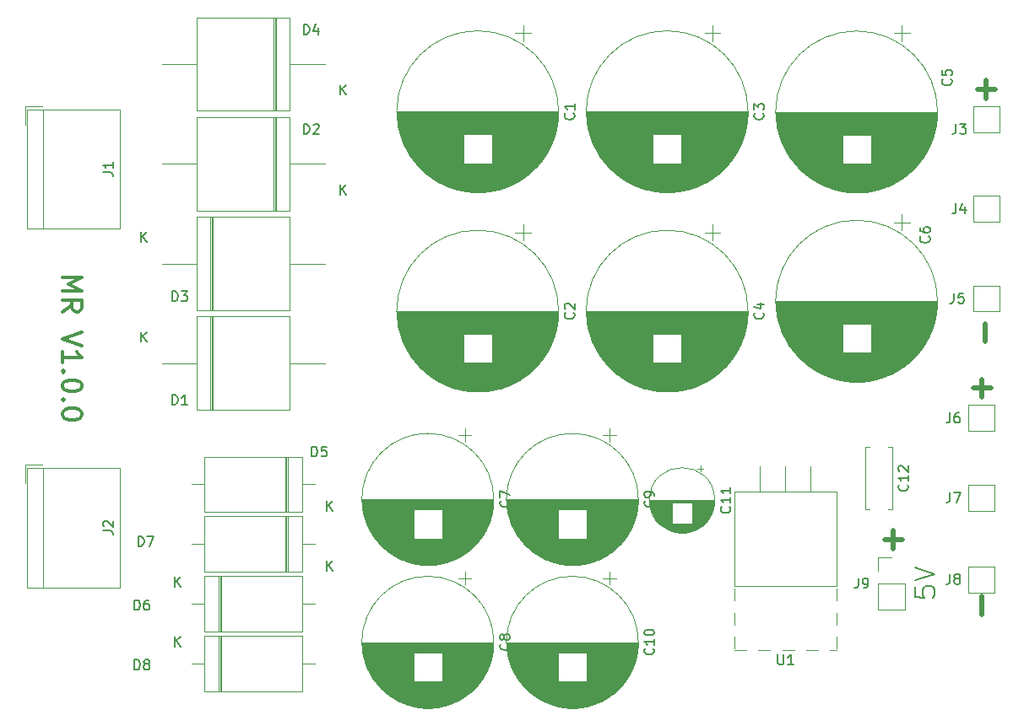
<source format=gbr>
%TF.GenerationSoftware,KiCad,Pcbnew,7.0.2-6a45011f42~172~ubuntu22.04.1*%
%TF.CreationDate,2023-05-07T16:01:11-05:00*%
%TF.ProjectId,fuente-lineal,6675656e-7465-42d6-9c69-6e65616c2e6b,V1.0.0*%
%TF.SameCoordinates,PX55d4a80PY3750280*%
%TF.FileFunction,Legend,Top*%
%TF.FilePolarity,Positive*%
%FSLAX46Y46*%
G04 Gerber Fmt 4.6, Leading zero omitted, Abs format (unit mm)*
G04 Created by KiCad (PCBNEW 7.0.2-6a45011f42~172~ubuntu22.04.1) date 2023-05-07 16:01:11*
%MOMM*%
%LPD*%
G01*
G04 APERTURE LIST*
%ADD10C,0.500000*%
%ADD11C,0.300000*%
%ADD12C,0.200000*%
%ADD13C,0.150000*%
%ADD14C,0.120000*%
G04 APERTURE END LIST*
D10*
X101600000Y-15000000D02*
X103400000Y-15000000D01*
X102500000Y-14100000D02*
X102500000Y-15900000D01*
X102400000Y-38500000D02*
X102400000Y-40300000D01*
D11*
X9844761Y-33876190D02*
X11844761Y-33876190D01*
X11844761Y-33876190D02*
X10416190Y-34542857D01*
X10416190Y-34542857D02*
X11844761Y-35209523D01*
X11844761Y-35209523D02*
X9844761Y-35209523D01*
X9844761Y-37304761D02*
X10797142Y-36638094D01*
X9844761Y-36161904D02*
X11844761Y-36161904D01*
X11844761Y-36161904D02*
X11844761Y-36923809D01*
X11844761Y-36923809D02*
X11749523Y-37114285D01*
X11749523Y-37114285D02*
X11654285Y-37209523D01*
X11654285Y-37209523D02*
X11463809Y-37304761D01*
X11463809Y-37304761D02*
X11178095Y-37304761D01*
X11178095Y-37304761D02*
X10987619Y-37209523D01*
X10987619Y-37209523D02*
X10892380Y-37114285D01*
X10892380Y-37114285D02*
X10797142Y-36923809D01*
X10797142Y-36923809D02*
X10797142Y-36161904D01*
X11844761Y-39400000D02*
X9844761Y-40066666D01*
X9844761Y-40066666D02*
X11844761Y-40733333D01*
X9844761Y-42447619D02*
X9844761Y-41304762D01*
X9844761Y-41876190D02*
X11844761Y-41876190D01*
X11844761Y-41876190D02*
X11559047Y-41685714D01*
X11559047Y-41685714D02*
X11368571Y-41495238D01*
X11368571Y-41495238D02*
X11273333Y-41304762D01*
X10035238Y-43304762D02*
X9940000Y-43400000D01*
X9940000Y-43400000D02*
X9844761Y-43304762D01*
X9844761Y-43304762D02*
X9940000Y-43209524D01*
X9940000Y-43209524D02*
X10035238Y-43304762D01*
X10035238Y-43304762D02*
X9844761Y-43304762D01*
X11844761Y-44638095D02*
X11844761Y-44828572D01*
X11844761Y-44828572D02*
X11749523Y-45019048D01*
X11749523Y-45019048D02*
X11654285Y-45114286D01*
X11654285Y-45114286D02*
X11463809Y-45209524D01*
X11463809Y-45209524D02*
X11082857Y-45304762D01*
X11082857Y-45304762D02*
X10606666Y-45304762D01*
X10606666Y-45304762D02*
X10225714Y-45209524D01*
X10225714Y-45209524D02*
X10035238Y-45114286D01*
X10035238Y-45114286D02*
X9940000Y-45019048D01*
X9940000Y-45019048D02*
X9844761Y-44828572D01*
X9844761Y-44828572D02*
X9844761Y-44638095D01*
X9844761Y-44638095D02*
X9940000Y-44447619D01*
X9940000Y-44447619D02*
X10035238Y-44352381D01*
X10035238Y-44352381D02*
X10225714Y-44257143D01*
X10225714Y-44257143D02*
X10606666Y-44161905D01*
X10606666Y-44161905D02*
X11082857Y-44161905D01*
X11082857Y-44161905D02*
X11463809Y-44257143D01*
X11463809Y-44257143D02*
X11654285Y-44352381D01*
X11654285Y-44352381D02*
X11749523Y-44447619D01*
X11749523Y-44447619D02*
X11844761Y-44638095D01*
X10035238Y-46161905D02*
X9940000Y-46257143D01*
X9940000Y-46257143D02*
X9844761Y-46161905D01*
X9844761Y-46161905D02*
X9940000Y-46066667D01*
X9940000Y-46066667D02*
X10035238Y-46161905D01*
X10035238Y-46161905D02*
X9844761Y-46161905D01*
X11844761Y-47495238D02*
X11844761Y-47685715D01*
X11844761Y-47685715D02*
X11749523Y-47876191D01*
X11749523Y-47876191D02*
X11654285Y-47971429D01*
X11654285Y-47971429D02*
X11463809Y-48066667D01*
X11463809Y-48066667D02*
X11082857Y-48161905D01*
X11082857Y-48161905D02*
X10606666Y-48161905D01*
X10606666Y-48161905D02*
X10225714Y-48066667D01*
X10225714Y-48066667D02*
X10035238Y-47971429D01*
X10035238Y-47971429D02*
X9940000Y-47876191D01*
X9940000Y-47876191D02*
X9844761Y-47685715D01*
X9844761Y-47685715D02*
X9844761Y-47495238D01*
X9844761Y-47495238D02*
X9940000Y-47304762D01*
X9940000Y-47304762D02*
X10035238Y-47209524D01*
X10035238Y-47209524D02*
X10225714Y-47114286D01*
X10225714Y-47114286D02*
X10606666Y-47019048D01*
X10606666Y-47019048D02*
X11082857Y-47019048D01*
X11082857Y-47019048D02*
X11463809Y-47114286D01*
X11463809Y-47114286D02*
X11654285Y-47209524D01*
X11654285Y-47209524D02*
X11749523Y-47304762D01*
X11749523Y-47304762D02*
X11844761Y-47495238D01*
D10*
X92300000Y-60200000D02*
X94100000Y-60200000D01*
X101200000Y-45000000D02*
X103000000Y-45000000D01*
X102100000Y-65900000D02*
X102100000Y-67700000D01*
X102100000Y-44100000D02*
X102100000Y-45900000D01*
X93200000Y-59300000D02*
X93200000Y-61100000D01*
D12*
X95355238Y-64971428D02*
X95355238Y-65923809D01*
X95355238Y-65923809D02*
X96307619Y-66019047D01*
X96307619Y-66019047D02*
X96212380Y-65923809D01*
X96212380Y-65923809D02*
X96117142Y-65733333D01*
X96117142Y-65733333D02*
X96117142Y-65257142D01*
X96117142Y-65257142D02*
X96212380Y-65066666D01*
X96212380Y-65066666D02*
X96307619Y-64971428D01*
X96307619Y-64971428D02*
X96498095Y-64876190D01*
X96498095Y-64876190D02*
X96974285Y-64876190D01*
X96974285Y-64876190D02*
X97164761Y-64971428D01*
X97164761Y-64971428D02*
X97260000Y-65066666D01*
X97260000Y-65066666D02*
X97355238Y-65257142D01*
X97355238Y-65257142D02*
X97355238Y-65733333D01*
X97355238Y-65733333D02*
X97260000Y-65923809D01*
X97260000Y-65923809D02*
X97164761Y-66019047D01*
X95355238Y-64304761D02*
X97355238Y-63638095D01*
X97355238Y-63638095D02*
X95355238Y-62971428D01*
D13*
%TO.C,C9*%
X69117380Y-56320487D02*
X69165000Y-56368106D01*
X69165000Y-56368106D02*
X69212619Y-56510963D01*
X69212619Y-56510963D02*
X69212619Y-56606201D01*
X69212619Y-56606201D02*
X69165000Y-56749058D01*
X69165000Y-56749058D02*
X69069761Y-56844296D01*
X69069761Y-56844296D02*
X68974523Y-56891915D01*
X68974523Y-56891915D02*
X68784047Y-56939534D01*
X68784047Y-56939534D02*
X68641190Y-56939534D01*
X68641190Y-56939534D02*
X68450714Y-56891915D01*
X68450714Y-56891915D02*
X68355476Y-56844296D01*
X68355476Y-56844296D02*
X68260238Y-56749058D01*
X68260238Y-56749058D02*
X68212619Y-56606201D01*
X68212619Y-56606201D02*
X68212619Y-56510963D01*
X68212619Y-56510963D02*
X68260238Y-56368106D01*
X68260238Y-56368106D02*
X68307857Y-56320487D01*
X69212619Y-55844296D02*
X69212619Y-55653820D01*
X69212619Y-55653820D02*
X69165000Y-55558582D01*
X69165000Y-55558582D02*
X69117380Y-55510963D01*
X69117380Y-55510963D02*
X68974523Y-55415725D01*
X68974523Y-55415725D02*
X68784047Y-55368106D01*
X68784047Y-55368106D02*
X68403095Y-55368106D01*
X68403095Y-55368106D02*
X68307857Y-55415725D01*
X68307857Y-55415725D02*
X68260238Y-55463344D01*
X68260238Y-55463344D02*
X68212619Y-55558582D01*
X68212619Y-55558582D02*
X68212619Y-55749058D01*
X68212619Y-55749058D02*
X68260238Y-55844296D01*
X68260238Y-55844296D02*
X68307857Y-55891915D01*
X68307857Y-55891915D02*
X68403095Y-55939534D01*
X68403095Y-55939534D02*
X68641190Y-55939534D01*
X68641190Y-55939534D02*
X68736428Y-55891915D01*
X68736428Y-55891915D02*
X68784047Y-55844296D01*
X68784047Y-55844296D02*
X68831666Y-55749058D01*
X68831666Y-55749058D02*
X68831666Y-55558582D01*
X68831666Y-55558582D02*
X68784047Y-55463344D01*
X68784047Y-55463344D02*
X68736428Y-55415725D01*
X68736428Y-55415725D02*
X68641190Y-55368106D01*
%TO.C,C3*%
X80117380Y-17394446D02*
X80165000Y-17442065D01*
X80165000Y-17442065D02*
X80212619Y-17584922D01*
X80212619Y-17584922D02*
X80212619Y-17680160D01*
X80212619Y-17680160D02*
X80165000Y-17823017D01*
X80165000Y-17823017D02*
X80069761Y-17918255D01*
X80069761Y-17918255D02*
X79974523Y-17965874D01*
X79974523Y-17965874D02*
X79784047Y-18013493D01*
X79784047Y-18013493D02*
X79641190Y-18013493D01*
X79641190Y-18013493D02*
X79450714Y-17965874D01*
X79450714Y-17965874D02*
X79355476Y-17918255D01*
X79355476Y-17918255D02*
X79260238Y-17823017D01*
X79260238Y-17823017D02*
X79212619Y-17680160D01*
X79212619Y-17680160D02*
X79212619Y-17584922D01*
X79212619Y-17584922D02*
X79260238Y-17442065D01*
X79260238Y-17442065D02*
X79307857Y-17394446D01*
X79212619Y-17061112D02*
X79212619Y-16442065D01*
X79212619Y-16442065D02*
X79593571Y-16775398D01*
X79593571Y-16775398D02*
X79593571Y-16632541D01*
X79593571Y-16632541D02*
X79641190Y-16537303D01*
X79641190Y-16537303D02*
X79688809Y-16489684D01*
X79688809Y-16489684D02*
X79784047Y-16442065D01*
X79784047Y-16442065D02*
X80022142Y-16442065D01*
X80022142Y-16442065D02*
X80117380Y-16489684D01*
X80117380Y-16489684D02*
X80165000Y-16537303D01*
X80165000Y-16537303D02*
X80212619Y-16632541D01*
X80212619Y-16632541D02*
X80212619Y-16918255D01*
X80212619Y-16918255D02*
X80165000Y-17013493D01*
X80165000Y-17013493D02*
X80117380Y-17061112D01*
%TO.C,J4*%
X99466666Y-26462619D02*
X99466666Y-27176904D01*
X99466666Y-27176904D02*
X99419047Y-27319761D01*
X99419047Y-27319761D02*
X99323809Y-27415000D01*
X99323809Y-27415000D02*
X99180952Y-27462619D01*
X99180952Y-27462619D02*
X99085714Y-27462619D01*
X100371428Y-26795952D02*
X100371428Y-27462619D01*
X100133333Y-26415000D02*
X99895238Y-27129285D01*
X99895238Y-27129285D02*
X100514285Y-27129285D01*
%TO.C,J2*%
X13922619Y-59302333D02*
X14636904Y-59302333D01*
X14636904Y-59302333D02*
X14779761Y-59349952D01*
X14779761Y-59349952D02*
X14875000Y-59445190D01*
X14875000Y-59445190D02*
X14922619Y-59588047D01*
X14922619Y-59588047D02*
X14922619Y-59683285D01*
X14017857Y-58873761D02*
X13970238Y-58826142D01*
X13970238Y-58826142D02*
X13922619Y-58730904D01*
X13922619Y-58730904D02*
X13922619Y-58492809D01*
X13922619Y-58492809D02*
X13970238Y-58397571D01*
X13970238Y-58397571D02*
X14017857Y-58349952D01*
X14017857Y-58349952D02*
X14113095Y-58302333D01*
X14113095Y-58302333D02*
X14208333Y-58302333D01*
X14208333Y-58302333D02*
X14351190Y-58349952D01*
X14351190Y-58349952D02*
X14922619Y-58921380D01*
X14922619Y-58921380D02*
X14922619Y-58302333D01*
%TO.C,C11*%
X76767380Y-56892857D02*
X76815000Y-56940476D01*
X76815000Y-56940476D02*
X76862619Y-57083333D01*
X76862619Y-57083333D02*
X76862619Y-57178571D01*
X76862619Y-57178571D02*
X76815000Y-57321428D01*
X76815000Y-57321428D02*
X76719761Y-57416666D01*
X76719761Y-57416666D02*
X76624523Y-57464285D01*
X76624523Y-57464285D02*
X76434047Y-57511904D01*
X76434047Y-57511904D02*
X76291190Y-57511904D01*
X76291190Y-57511904D02*
X76100714Y-57464285D01*
X76100714Y-57464285D02*
X76005476Y-57416666D01*
X76005476Y-57416666D02*
X75910238Y-57321428D01*
X75910238Y-57321428D02*
X75862619Y-57178571D01*
X75862619Y-57178571D02*
X75862619Y-57083333D01*
X75862619Y-57083333D02*
X75910238Y-56940476D01*
X75910238Y-56940476D02*
X75957857Y-56892857D01*
X76862619Y-55940476D02*
X76862619Y-56511904D01*
X76862619Y-56226190D02*
X75862619Y-56226190D01*
X75862619Y-56226190D02*
X76005476Y-56321428D01*
X76005476Y-56321428D02*
X76100714Y-56416666D01*
X76100714Y-56416666D02*
X76148333Y-56511904D01*
X76862619Y-54988095D02*
X76862619Y-55559523D01*
X76862619Y-55273809D02*
X75862619Y-55273809D01*
X75862619Y-55273809D02*
X76005476Y-55369047D01*
X76005476Y-55369047D02*
X76100714Y-55464285D01*
X76100714Y-55464285D02*
X76148333Y-55559523D01*
%TO.C,D2*%
X34061905Y-19462619D02*
X34061905Y-18462619D01*
X34061905Y-18462619D02*
X34300000Y-18462619D01*
X34300000Y-18462619D02*
X34442857Y-18510238D01*
X34442857Y-18510238D02*
X34538095Y-18605476D01*
X34538095Y-18605476D02*
X34585714Y-18700714D01*
X34585714Y-18700714D02*
X34633333Y-18891190D01*
X34633333Y-18891190D02*
X34633333Y-19034047D01*
X34633333Y-19034047D02*
X34585714Y-19224523D01*
X34585714Y-19224523D02*
X34538095Y-19319761D01*
X34538095Y-19319761D02*
X34442857Y-19415000D01*
X34442857Y-19415000D02*
X34300000Y-19462619D01*
X34300000Y-19462619D02*
X34061905Y-19462619D01*
X35014286Y-18557857D02*
X35061905Y-18510238D01*
X35061905Y-18510238D02*
X35157143Y-18462619D01*
X35157143Y-18462619D02*
X35395238Y-18462619D01*
X35395238Y-18462619D02*
X35490476Y-18510238D01*
X35490476Y-18510238D02*
X35538095Y-18557857D01*
X35538095Y-18557857D02*
X35585714Y-18653095D01*
X35585714Y-18653095D02*
X35585714Y-18748333D01*
X35585714Y-18748333D02*
X35538095Y-18891190D01*
X35538095Y-18891190D02*
X34966667Y-19462619D01*
X34966667Y-19462619D02*
X35585714Y-19462619D01*
X37738095Y-25540399D02*
X37738095Y-24540399D01*
X38309523Y-25540399D02*
X37880952Y-24968970D01*
X38309523Y-24540399D02*
X37738095Y-25111827D01*
%TO.C,J6*%
X98866666Y-47462619D02*
X98866666Y-48176904D01*
X98866666Y-48176904D02*
X98819047Y-48319761D01*
X98819047Y-48319761D02*
X98723809Y-48415000D01*
X98723809Y-48415000D02*
X98580952Y-48462619D01*
X98580952Y-48462619D02*
X98485714Y-48462619D01*
X99771428Y-47462619D02*
X99580952Y-47462619D01*
X99580952Y-47462619D02*
X99485714Y-47510238D01*
X99485714Y-47510238D02*
X99438095Y-47557857D01*
X99438095Y-47557857D02*
X99342857Y-47700714D01*
X99342857Y-47700714D02*
X99295238Y-47891190D01*
X99295238Y-47891190D02*
X99295238Y-48272142D01*
X99295238Y-48272142D02*
X99342857Y-48367380D01*
X99342857Y-48367380D02*
X99390476Y-48415000D01*
X99390476Y-48415000D02*
X99485714Y-48462619D01*
X99485714Y-48462619D02*
X99676190Y-48462619D01*
X99676190Y-48462619D02*
X99771428Y-48415000D01*
X99771428Y-48415000D02*
X99819047Y-48367380D01*
X99819047Y-48367380D02*
X99866666Y-48272142D01*
X99866666Y-48272142D02*
X99866666Y-48034047D01*
X99866666Y-48034047D02*
X99819047Y-47938809D01*
X99819047Y-47938809D02*
X99771428Y-47891190D01*
X99771428Y-47891190D02*
X99676190Y-47843571D01*
X99676190Y-47843571D02*
X99485714Y-47843571D01*
X99485714Y-47843571D02*
X99390476Y-47891190D01*
X99390476Y-47891190D02*
X99342857Y-47938809D01*
X99342857Y-47938809D02*
X99295238Y-48034047D01*
%TO.C,C8*%
X54617380Y-70666666D02*
X54665000Y-70714285D01*
X54665000Y-70714285D02*
X54712619Y-70857142D01*
X54712619Y-70857142D02*
X54712619Y-70952380D01*
X54712619Y-70952380D02*
X54665000Y-71095237D01*
X54665000Y-71095237D02*
X54569761Y-71190475D01*
X54569761Y-71190475D02*
X54474523Y-71238094D01*
X54474523Y-71238094D02*
X54284047Y-71285713D01*
X54284047Y-71285713D02*
X54141190Y-71285713D01*
X54141190Y-71285713D02*
X53950714Y-71238094D01*
X53950714Y-71238094D02*
X53855476Y-71190475D01*
X53855476Y-71190475D02*
X53760238Y-71095237D01*
X53760238Y-71095237D02*
X53712619Y-70952380D01*
X53712619Y-70952380D02*
X53712619Y-70857142D01*
X53712619Y-70857142D02*
X53760238Y-70714285D01*
X53760238Y-70714285D02*
X53807857Y-70666666D01*
X54141190Y-70095237D02*
X54093571Y-70190475D01*
X54093571Y-70190475D02*
X54045952Y-70238094D01*
X54045952Y-70238094D02*
X53950714Y-70285713D01*
X53950714Y-70285713D02*
X53903095Y-70285713D01*
X53903095Y-70285713D02*
X53807857Y-70238094D01*
X53807857Y-70238094D02*
X53760238Y-70190475D01*
X53760238Y-70190475D02*
X53712619Y-70095237D01*
X53712619Y-70095237D02*
X53712619Y-69904761D01*
X53712619Y-69904761D02*
X53760238Y-69809523D01*
X53760238Y-69809523D02*
X53807857Y-69761904D01*
X53807857Y-69761904D02*
X53903095Y-69714285D01*
X53903095Y-69714285D02*
X53950714Y-69714285D01*
X53950714Y-69714285D02*
X54045952Y-69761904D01*
X54045952Y-69761904D02*
X54093571Y-69809523D01*
X54093571Y-69809523D02*
X54141190Y-69904761D01*
X54141190Y-69904761D02*
X54141190Y-70095237D01*
X54141190Y-70095237D02*
X54188809Y-70190475D01*
X54188809Y-70190475D02*
X54236428Y-70238094D01*
X54236428Y-70238094D02*
X54331666Y-70285713D01*
X54331666Y-70285713D02*
X54522142Y-70285713D01*
X54522142Y-70285713D02*
X54617380Y-70238094D01*
X54617380Y-70238094D02*
X54665000Y-70190475D01*
X54665000Y-70190475D02*
X54712619Y-70095237D01*
X54712619Y-70095237D02*
X54712619Y-69904761D01*
X54712619Y-69904761D02*
X54665000Y-69809523D01*
X54665000Y-69809523D02*
X54617380Y-69761904D01*
X54617380Y-69761904D02*
X54522142Y-69714285D01*
X54522142Y-69714285D02*
X54331666Y-69714285D01*
X54331666Y-69714285D02*
X54236428Y-69761904D01*
X54236428Y-69761904D02*
X54188809Y-69809523D01*
X54188809Y-69809523D02*
X54141190Y-69904761D01*
%TO.C,J9*%
X89666666Y-64062619D02*
X89666666Y-64776904D01*
X89666666Y-64776904D02*
X89619047Y-64919761D01*
X89619047Y-64919761D02*
X89523809Y-65015000D01*
X89523809Y-65015000D02*
X89380952Y-65062619D01*
X89380952Y-65062619D02*
X89285714Y-65062619D01*
X90190476Y-65062619D02*
X90380952Y-65062619D01*
X90380952Y-65062619D02*
X90476190Y-65015000D01*
X90476190Y-65015000D02*
X90523809Y-64967380D01*
X90523809Y-64967380D02*
X90619047Y-64824523D01*
X90619047Y-64824523D02*
X90666666Y-64634047D01*
X90666666Y-64634047D02*
X90666666Y-64253095D01*
X90666666Y-64253095D02*
X90619047Y-64157857D01*
X90619047Y-64157857D02*
X90571428Y-64110238D01*
X90571428Y-64110238D02*
X90476190Y-64062619D01*
X90476190Y-64062619D02*
X90285714Y-64062619D01*
X90285714Y-64062619D02*
X90190476Y-64110238D01*
X90190476Y-64110238D02*
X90142857Y-64157857D01*
X90142857Y-64157857D02*
X90095238Y-64253095D01*
X90095238Y-64253095D02*
X90095238Y-64491190D01*
X90095238Y-64491190D02*
X90142857Y-64586428D01*
X90142857Y-64586428D02*
X90190476Y-64634047D01*
X90190476Y-64634047D02*
X90285714Y-64681666D01*
X90285714Y-64681666D02*
X90476190Y-64681666D01*
X90476190Y-64681666D02*
X90571428Y-64634047D01*
X90571428Y-64634047D02*
X90619047Y-64586428D01*
X90619047Y-64586428D02*
X90666666Y-64491190D01*
%TO.C,C10*%
X69117380Y-71142857D02*
X69165000Y-71190476D01*
X69165000Y-71190476D02*
X69212619Y-71333333D01*
X69212619Y-71333333D02*
X69212619Y-71428571D01*
X69212619Y-71428571D02*
X69165000Y-71571428D01*
X69165000Y-71571428D02*
X69069761Y-71666666D01*
X69069761Y-71666666D02*
X68974523Y-71714285D01*
X68974523Y-71714285D02*
X68784047Y-71761904D01*
X68784047Y-71761904D02*
X68641190Y-71761904D01*
X68641190Y-71761904D02*
X68450714Y-71714285D01*
X68450714Y-71714285D02*
X68355476Y-71666666D01*
X68355476Y-71666666D02*
X68260238Y-71571428D01*
X68260238Y-71571428D02*
X68212619Y-71428571D01*
X68212619Y-71428571D02*
X68212619Y-71333333D01*
X68212619Y-71333333D02*
X68260238Y-71190476D01*
X68260238Y-71190476D02*
X68307857Y-71142857D01*
X69212619Y-70190476D02*
X69212619Y-70761904D01*
X69212619Y-70476190D02*
X68212619Y-70476190D01*
X68212619Y-70476190D02*
X68355476Y-70571428D01*
X68355476Y-70571428D02*
X68450714Y-70666666D01*
X68450714Y-70666666D02*
X68498333Y-70761904D01*
X68212619Y-69571428D02*
X68212619Y-69476190D01*
X68212619Y-69476190D02*
X68260238Y-69380952D01*
X68260238Y-69380952D02*
X68307857Y-69333333D01*
X68307857Y-69333333D02*
X68403095Y-69285714D01*
X68403095Y-69285714D02*
X68593571Y-69238095D01*
X68593571Y-69238095D02*
X68831666Y-69238095D01*
X68831666Y-69238095D02*
X69022142Y-69285714D01*
X69022142Y-69285714D02*
X69117380Y-69333333D01*
X69117380Y-69333333D02*
X69165000Y-69380952D01*
X69165000Y-69380952D02*
X69212619Y-69476190D01*
X69212619Y-69476190D02*
X69212619Y-69571428D01*
X69212619Y-69571428D02*
X69165000Y-69666666D01*
X69165000Y-69666666D02*
X69117380Y-69714285D01*
X69117380Y-69714285D02*
X69022142Y-69761904D01*
X69022142Y-69761904D02*
X68831666Y-69809523D01*
X68831666Y-69809523D02*
X68593571Y-69809523D01*
X68593571Y-69809523D02*
X68403095Y-69761904D01*
X68403095Y-69761904D02*
X68307857Y-69714285D01*
X68307857Y-69714285D02*
X68260238Y-69666666D01*
X68260238Y-69666666D02*
X68212619Y-69571428D01*
%TO.C,D6*%
X17061905Y-67262619D02*
X17061905Y-66262619D01*
X17061905Y-66262619D02*
X17300000Y-66262619D01*
X17300000Y-66262619D02*
X17442857Y-66310238D01*
X17442857Y-66310238D02*
X17538095Y-66405476D01*
X17538095Y-66405476D02*
X17585714Y-66500714D01*
X17585714Y-66500714D02*
X17633333Y-66691190D01*
X17633333Y-66691190D02*
X17633333Y-66834047D01*
X17633333Y-66834047D02*
X17585714Y-67024523D01*
X17585714Y-67024523D02*
X17538095Y-67119761D01*
X17538095Y-67119761D02*
X17442857Y-67215000D01*
X17442857Y-67215000D02*
X17300000Y-67262619D01*
X17300000Y-67262619D02*
X17061905Y-67262619D01*
X18490476Y-66262619D02*
X18300000Y-66262619D01*
X18300000Y-66262619D02*
X18204762Y-66310238D01*
X18204762Y-66310238D02*
X18157143Y-66357857D01*
X18157143Y-66357857D02*
X18061905Y-66500714D01*
X18061905Y-66500714D02*
X18014286Y-66691190D01*
X18014286Y-66691190D02*
X18014286Y-67072142D01*
X18014286Y-67072142D02*
X18061905Y-67167380D01*
X18061905Y-67167380D02*
X18109524Y-67215000D01*
X18109524Y-67215000D02*
X18204762Y-67262619D01*
X18204762Y-67262619D02*
X18395238Y-67262619D01*
X18395238Y-67262619D02*
X18490476Y-67215000D01*
X18490476Y-67215000D02*
X18538095Y-67167380D01*
X18538095Y-67167380D02*
X18585714Y-67072142D01*
X18585714Y-67072142D02*
X18585714Y-66834047D01*
X18585714Y-66834047D02*
X18538095Y-66738809D01*
X18538095Y-66738809D02*
X18490476Y-66691190D01*
X18490476Y-66691190D02*
X18395238Y-66643571D01*
X18395238Y-66643571D02*
X18204762Y-66643571D01*
X18204762Y-66643571D02*
X18109524Y-66691190D01*
X18109524Y-66691190D02*
X18061905Y-66738809D01*
X18061905Y-66738809D02*
X18014286Y-66834047D01*
X21118095Y-64916440D02*
X21118095Y-63916440D01*
X21689523Y-64916440D02*
X21260952Y-64345011D01*
X21689523Y-63916440D02*
X21118095Y-64487868D01*
%TO.C,C6*%
X96767380Y-29766666D02*
X96815000Y-29814285D01*
X96815000Y-29814285D02*
X96862619Y-29957142D01*
X96862619Y-29957142D02*
X96862619Y-30052380D01*
X96862619Y-30052380D02*
X96815000Y-30195237D01*
X96815000Y-30195237D02*
X96719761Y-30290475D01*
X96719761Y-30290475D02*
X96624523Y-30338094D01*
X96624523Y-30338094D02*
X96434047Y-30385713D01*
X96434047Y-30385713D02*
X96291190Y-30385713D01*
X96291190Y-30385713D02*
X96100714Y-30338094D01*
X96100714Y-30338094D02*
X96005476Y-30290475D01*
X96005476Y-30290475D02*
X95910238Y-30195237D01*
X95910238Y-30195237D02*
X95862619Y-30052380D01*
X95862619Y-30052380D02*
X95862619Y-29957142D01*
X95862619Y-29957142D02*
X95910238Y-29814285D01*
X95910238Y-29814285D02*
X95957857Y-29766666D01*
X95862619Y-28909523D02*
X95862619Y-29099999D01*
X95862619Y-29099999D02*
X95910238Y-29195237D01*
X95910238Y-29195237D02*
X95957857Y-29242856D01*
X95957857Y-29242856D02*
X96100714Y-29338094D01*
X96100714Y-29338094D02*
X96291190Y-29385713D01*
X96291190Y-29385713D02*
X96672142Y-29385713D01*
X96672142Y-29385713D02*
X96767380Y-29338094D01*
X96767380Y-29338094D02*
X96815000Y-29290475D01*
X96815000Y-29290475D02*
X96862619Y-29195237D01*
X96862619Y-29195237D02*
X96862619Y-29004761D01*
X96862619Y-29004761D02*
X96815000Y-28909523D01*
X96815000Y-28909523D02*
X96767380Y-28861904D01*
X96767380Y-28861904D02*
X96672142Y-28814285D01*
X96672142Y-28814285D02*
X96434047Y-28814285D01*
X96434047Y-28814285D02*
X96338809Y-28861904D01*
X96338809Y-28861904D02*
X96291190Y-28909523D01*
X96291190Y-28909523D02*
X96243571Y-29004761D01*
X96243571Y-29004761D02*
X96243571Y-29195237D01*
X96243571Y-29195237D02*
X96291190Y-29290475D01*
X96291190Y-29290475D02*
X96338809Y-29338094D01*
X96338809Y-29338094D02*
X96434047Y-29385713D01*
%TO.C,D8*%
X17061905Y-73262619D02*
X17061905Y-72262619D01*
X17061905Y-72262619D02*
X17300000Y-72262619D01*
X17300000Y-72262619D02*
X17442857Y-72310238D01*
X17442857Y-72310238D02*
X17538095Y-72405476D01*
X17538095Y-72405476D02*
X17585714Y-72500714D01*
X17585714Y-72500714D02*
X17633333Y-72691190D01*
X17633333Y-72691190D02*
X17633333Y-72834047D01*
X17633333Y-72834047D02*
X17585714Y-73024523D01*
X17585714Y-73024523D02*
X17538095Y-73119761D01*
X17538095Y-73119761D02*
X17442857Y-73215000D01*
X17442857Y-73215000D02*
X17300000Y-73262619D01*
X17300000Y-73262619D02*
X17061905Y-73262619D01*
X18204762Y-72691190D02*
X18109524Y-72643571D01*
X18109524Y-72643571D02*
X18061905Y-72595952D01*
X18061905Y-72595952D02*
X18014286Y-72500714D01*
X18014286Y-72500714D02*
X18014286Y-72453095D01*
X18014286Y-72453095D02*
X18061905Y-72357857D01*
X18061905Y-72357857D02*
X18109524Y-72310238D01*
X18109524Y-72310238D02*
X18204762Y-72262619D01*
X18204762Y-72262619D02*
X18395238Y-72262619D01*
X18395238Y-72262619D02*
X18490476Y-72310238D01*
X18490476Y-72310238D02*
X18538095Y-72357857D01*
X18538095Y-72357857D02*
X18585714Y-72453095D01*
X18585714Y-72453095D02*
X18585714Y-72500714D01*
X18585714Y-72500714D02*
X18538095Y-72595952D01*
X18538095Y-72595952D02*
X18490476Y-72643571D01*
X18490476Y-72643571D02*
X18395238Y-72691190D01*
X18395238Y-72691190D02*
X18204762Y-72691190D01*
X18204762Y-72691190D02*
X18109524Y-72738809D01*
X18109524Y-72738809D02*
X18061905Y-72786428D01*
X18061905Y-72786428D02*
X18014286Y-72881666D01*
X18014286Y-72881666D02*
X18014286Y-73072142D01*
X18014286Y-73072142D02*
X18061905Y-73167380D01*
X18061905Y-73167380D02*
X18109524Y-73215000D01*
X18109524Y-73215000D02*
X18204762Y-73262619D01*
X18204762Y-73262619D02*
X18395238Y-73262619D01*
X18395238Y-73262619D02*
X18490476Y-73215000D01*
X18490476Y-73215000D02*
X18538095Y-73167380D01*
X18538095Y-73167380D02*
X18585714Y-73072142D01*
X18585714Y-73072142D02*
X18585714Y-72881666D01*
X18585714Y-72881666D02*
X18538095Y-72786428D01*
X18538095Y-72786428D02*
X18490476Y-72738809D01*
X18490476Y-72738809D02*
X18395238Y-72691190D01*
X21118095Y-70916440D02*
X21118095Y-69916440D01*
X21689523Y-70916440D02*
X21260952Y-70345011D01*
X21689523Y-69916440D02*
X21118095Y-70487868D01*
%TO.C,C2*%
X61117380Y-37416666D02*
X61165000Y-37464285D01*
X61165000Y-37464285D02*
X61212619Y-37607142D01*
X61212619Y-37607142D02*
X61212619Y-37702380D01*
X61212619Y-37702380D02*
X61165000Y-37845237D01*
X61165000Y-37845237D02*
X61069761Y-37940475D01*
X61069761Y-37940475D02*
X60974523Y-37988094D01*
X60974523Y-37988094D02*
X60784047Y-38035713D01*
X60784047Y-38035713D02*
X60641190Y-38035713D01*
X60641190Y-38035713D02*
X60450714Y-37988094D01*
X60450714Y-37988094D02*
X60355476Y-37940475D01*
X60355476Y-37940475D02*
X60260238Y-37845237D01*
X60260238Y-37845237D02*
X60212619Y-37702380D01*
X60212619Y-37702380D02*
X60212619Y-37607142D01*
X60212619Y-37607142D02*
X60260238Y-37464285D01*
X60260238Y-37464285D02*
X60307857Y-37416666D01*
X60307857Y-37035713D02*
X60260238Y-36988094D01*
X60260238Y-36988094D02*
X60212619Y-36892856D01*
X60212619Y-36892856D02*
X60212619Y-36654761D01*
X60212619Y-36654761D02*
X60260238Y-36559523D01*
X60260238Y-36559523D02*
X60307857Y-36511904D01*
X60307857Y-36511904D02*
X60403095Y-36464285D01*
X60403095Y-36464285D02*
X60498333Y-36464285D01*
X60498333Y-36464285D02*
X60641190Y-36511904D01*
X60641190Y-36511904D02*
X61212619Y-37083332D01*
X61212619Y-37083332D02*
X61212619Y-36464285D01*
%TO.C,J8*%
X98866666Y-63662619D02*
X98866666Y-64376904D01*
X98866666Y-64376904D02*
X98819047Y-64519761D01*
X98819047Y-64519761D02*
X98723809Y-64615000D01*
X98723809Y-64615000D02*
X98580952Y-64662619D01*
X98580952Y-64662619D02*
X98485714Y-64662619D01*
X99485714Y-64091190D02*
X99390476Y-64043571D01*
X99390476Y-64043571D02*
X99342857Y-63995952D01*
X99342857Y-63995952D02*
X99295238Y-63900714D01*
X99295238Y-63900714D02*
X99295238Y-63853095D01*
X99295238Y-63853095D02*
X99342857Y-63757857D01*
X99342857Y-63757857D02*
X99390476Y-63710238D01*
X99390476Y-63710238D02*
X99485714Y-63662619D01*
X99485714Y-63662619D02*
X99676190Y-63662619D01*
X99676190Y-63662619D02*
X99771428Y-63710238D01*
X99771428Y-63710238D02*
X99819047Y-63757857D01*
X99819047Y-63757857D02*
X99866666Y-63853095D01*
X99866666Y-63853095D02*
X99866666Y-63900714D01*
X99866666Y-63900714D02*
X99819047Y-63995952D01*
X99819047Y-63995952D02*
X99771428Y-64043571D01*
X99771428Y-64043571D02*
X99676190Y-64091190D01*
X99676190Y-64091190D02*
X99485714Y-64091190D01*
X99485714Y-64091190D02*
X99390476Y-64138809D01*
X99390476Y-64138809D02*
X99342857Y-64186428D01*
X99342857Y-64186428D02*
X99295238Y-64281666D01*
X99295238Y-64281666D02*
X99295238Y-64472142D01*
X99295238Y-64472142D02*
X99342857Y-64567380D01*
X99342857Y-64567380D02*
X99390476Y-64615000D01*
X99390476Y-64615000D02*
X99485714Y-64662619D01*
X99485714Y-64662619D02*
X99676190Y-64662619D01*
X99676190Y-64662619D02*
X99771428Y-64615000D01*
X99771428Y-64615000D02*
X99819047Y-64567380D01*
X99819047Y-64567380D02*
X99866666Y-64472142D01*
X99866666Y-64472142D02*
X99866666Y-64281666D01*
X99866666Y-64281666D02*
X99819047Y-64186428D01*
X99819047Y-64186428D02*
X99771428Y-64138809D01*
X99771428Y-64138809D02*
X99676190Y-64091190D01*
%TO.C,C4*%
X80117380Y-37416666D02*
X80165000Y-37464285D01*
X80165000Y-37464285D02*
X80212619Y-37607142D01*
X80212619Y-37607142D02*
X80212619Y-37702380D01*
X80212619Y-37702380D02*
X80165000Y-37845237D01*
X80165000Y-37845237D02*
X80069761Y-37940475D01*
X80069761Y-37940475D02*
X79974523Y-37988094D01*
X79974523Y-37988094D02*
X79784047Y-38035713D01*
X79784047Y-38035713D02*
X79641190Y-38035713D01*
X79641190Y-38035713D02*
X79450714Y-37988094D01*
X79450714Y-37988094D02*
X79355476Y-37940475D01*
X79355476Y-37940475D02*
X79260238Y-37845237D01*
X79260238Y-37845237D02*
X79212619Y-37702380D01*
X79212619Y-37702380D02*
X79212619Y-37607142D01*
X79212619Y-37607142D02*
X79260238Y-37464285D01*
X79260238Y-37464285D02*
X79307857Y-37416666D01*
X79545952Y-36559523D02*
X80212619Y-36559523D01*
X79165000Y-36797618D02*
X79879285Y-37035713D01*
X79879285Y-37035713D02*
X79879285Y-36416666D01*
%TO.C,D1*%
X20861905Y-46662619D02*
X20861905Y-45662619D01*
X20861905Y-45662619D02*
X21100000Y-45662619D01*
X21100000Y-45662619D02*
X21242857Y-45710238D01*
X21242857Y-45710238D02*
X21338095Y-45805476D01*
X21338095Y-45805476D02*
X21385714Y-45900714D01*
X21385714Y-45900714D02*
X21433333Y-46091190D01*
X21433333Y-46091190D02*
X21433333Y-46234047D01*
X21433333Y-46234047D02*
X21385714Y-46424523D01*
X21385714Y-46424523D02*
X21338095Y-46519761D01*
X21338095Y-46519761D02*
X21242857Y-46615000D01*
X21242857Y-46615000D02*
X21100000Y-46662619D01*
X21100000Y-46662619D02*
X20861905Y-46662619D01*
X22385714Y-46662619D02*
X21814286Y-46662619D01*
X22100000Y-46662619D02*
X22100000Y-45662619D01*
X22100000Y-45662619D02*
X22004762Y-45805476D01*
X22004762Y-45805476D02*
X21909524Y-45900714D01*
X21909524Y-45900714D02*
X21814286Y-45948333D01*
X17738095Y-40340399D02*
X17738095Y-39340399D01*
X18309523Y-40340399D02*
X17880952Y-39768970D01*
X18309523Y-39340399D02*
X17738095Y-39911827D01*
%TO.C,D4*%
X34061905Y-9462619D02*
X34061905Y-8462619D01*
X34061905Y-8462619D02*
X34300000Y-8462619D01*
X34300000Y-8462619D02*
X34442857Y-8510238D01*
X34442857Y-8510238D02*
X34538095Y-8605476D01*
X34538095Y-8605476D02*
X34585714Y-8700714D01*
X34585714Y-8700714D02*
X34633333Y-8891190D01*
X34633333Y-8891190D02*
X34633333Y-9034047D01*
X34633333Y-9034047D02*
X34585714Y-9224523D01*
X34585714Y-9224523D02*
X34538095Y-9319761D01*
X34538095Y-9319761D02*
X34442857Y-9415000D01*
X34442857Y-9415000D02*
X34300000Y-9462619D01*
X34300000Y-9462619D02*
X34061905Y-9462619D01*
X35490476Y-8795952D02*
X35490476Y-9462619D01*
X35252381Y-8415000D02*
X35014286Y-9129285D01*
X35014286Y-9129285D02*
X35633333Y-9129285D01*
X37738095Y-15540399D02*
X37738095Y-14540399D01*
X38309523Y-15540399D02*
X37880952Y-14968970D01*
X38309523Y-14540399D02*
X37738095Y-15111827D01*
%TO.C,C1*%
X61117380Y-17394446D02*
X61165000Y-17442065D01*
X61165000Y-17442065D02*
X61212619Y-17584922D01*
X61212619Y-17584922D02*
X61212619Y-17680160D01*
X61212619Y-17680160D02*
X61165000Y-17823017D01*
X61165000Y-17823017D02*
X61069761Y-17918255D01*
X61069761Y-17918255D02*
X60974523Y-17965874D01*
X60974523Y-17965874D02*
X60784047Y-18013493D01*
X60784047Y-18013493D02*
X60641190Y-18013493D01*
X60641190Y-18013493D02*
X60450714Y-17965874D01*
X60450714Y-17965874D02*
X60355476Y-17918255D01*
X60355476Y-17918255D02*
X60260238Y-17823017D01*
X60260238Y-17823017D02*
X60212619Y-17680160D01*
X60212619Y-17680160D02*
X60212619Y-17584922D01*
X60212619Y-17584922D02*
X60260238Y-17442065D01*
X60260238Y-17442065D02*
X60307857Y-17394446D01*
X61212619Y-16442065D02*
X61212619Y-17013493D01*
X61212619Y-16727779D02*
X60212619Y-16727779D01*
X60212619Y-16727779D02*
X60355476Y-16823017D01*
X60355476Y-16823017D02*
X60450714Y-16918255D01*
X60450714Y-16918255D02*
X60498333Y-17013493D01*
%TO.C,C5*%
X98967380Y-13966666D02*
X99015000Y-14014285D01*
X99015000Y-14014285D02*
X99062619Y-14157142D01*
X99062619Y-14157142D02*
X99062619Y-14252380D01*
X99062619Y-14252380D02*
X99015000Y-14395237D01*
X99015000Y-14395237D02*
X98919761Y-14490475D01*
X98919761Y-14490475D02*
X98824523Y-14538094D01*
X98824523Y-14538094D02*
X98634047Y-14585713D01*
X98634047Y-14585713D02*
X98491190Y-14585713D01*
X98491190Y-14585713D02*
X98300714Y-14538094D01*
X98300714Y-14538094D02*
X98205476Y-14490475D01*
X98205476Y-14490475D02*
X98110238Y-14395237D01*
X98110238Y-14395237D02*
X98062619Y-14252380D01*
X98062619Y-14252380D02*
X98062619Y-14157142D01*
X98062619Y-14157142D02*
X98110238Y-14014285D01*
X98110238Y-14014285D02*
X98157857Y-13966666D01*
X98062619Y-13061904D02*
X98062619Y-13538094D01*
X98062619Y-13538094D02*
X98538809Y-13585713D01*
X98538809Y-13585713D02*
X98491190Y-13538094D01*
X98491190Y-13538094D02*
X98443571Y-13442856D01*
X98443571Y-13442856D02*
X98443571Y-13204761D01*
X98443571Y-13204761D02*
X98491190Y-13109523D01*
X98491190Y-13109523D02*
X98538809Y-13061904D01*
X98538809Y-13061904D02*
X98634047Y-13014285D01*
X98634047Y-13014285D02*
X98872142Y-13014285D01*
X98872142Y-13014285D02*
X98967380Y-13061904D01*
X98967380Y-13061904D02*
X99015000Y-13109523D01*
X99015000Y-13109523D02*
X99062619Y-13204761D01*
X99062619Y-13204761D02*
X99062619Y-13442856D01*
X99062619Y-13442856D02*
X99015000Y-13538094D01*
X99015000Y-13538094D02*
X98967380Y-13585713D01*
%TO.C,J1*%
X13922619Y-23302333D02*
X14636904Y-23302333D01*
X14636904Y-23302333D02*
X14779761Y-23349952D01*
X14779761Y-23349952D02*
X14875000Y-23445190D01*
X14875000Y-23445190D02*
X14922619Y-23588047D01*
X14922619Y-23588047D02*
X14922619Y-23683285D01*
X14922619Y-22302333D02*
X14922619Y-22873761D01*
X14922619Y-22588047D02*
X13922619Y-22588047D01*
X13922619Y-22588047D02*
X14065476Y-22683285D01*
X14065476Y-22683285D02*
X14160714Y-22778523D01*
X14160714Y-22778523D02*
X14208333Y-22873761D01*
%TO.C,D7*%
X17461905Y-60862619D02*
X17461905Y-59862619D01*
X17461905Y-59862619D02*
X17700000Y-59862619D01*
X17700000Y-59862619D02*
X17842857Y-59910238D01*
X17842857Y-59910238D02*
X17938095Y-60005476D01*
X17938095Y-60005476D02*
X17985714Y-60100714D01*
X17985714Y-60100714D02*
X18033333Y-60291190D01*
X18033333Y-60291190D02*
X18033333Y-60434047D01*
X18033333Y-60434047D02*
X17985714Y-60624523D01*
X17985714Y-60624523D02*
X17938095Y-60719761D01*
X17938095Y-60719761D02*
X17842857Y-60815000D01*
X17842857Y-60815000D02*
X17700000Y-60862619D01*
X17700000Y-60862619D02*
X17461905Y-60862619D01*
X18366667Y-59862619D02*
X19033333Y-59862619D01*
X19033333Y-59862619D02*
X18604762Y-60862619D01*
X36358095Y-63316440D02*
X36358095Y-62316440D01*
X36929523Y-63316440D02*
X36500952Y-62745011D01*
X36929523Y-62316440D02*
X36358095Y-62887868D01*
%TO.C,U1*%
X81608095Y-71752619D02*
X81608095Y-72562142D01*
X81608095Y-72562142D02*
X81655714Y-72657380D01*
X81655714Y-72657380D02*
X81703333Y-72705000D01*
X81703333Y-72705000D02*
X81798571Y-72752619D01*
X81798571Y-72752619D02*
X81989047Y-72752619D01*
X81989047Y-72752619D02*
X82084285Y-72705000D01*
X82084285Y-72705000D02*
X82131904Y-72657380D01*
X82131904Y-72657380D02*
X82179523Y-72562142D01*
X82179523Y-72562142D02*
X82179523Y-71752619D01*
X83179523Y-72752619D02*
X82608095Y-72752619D01*
X82893809Y-72752619D02*
X82893809Y-71752619D01*
X82893809Y-71752619D02*
X82798571Y-71895476D01*
X82798571Y-71895476D02*
X82703333Y-71990714D01*
X82703333Y-71990714D02*
X82608095Y-72038333D01*
%TO.C,D3*%
X20861905Y-36262619D02*
X20861905Y-35262619D01*
X20861905Y-35262619D02*
X21100000Y-35262619D01*
X21100000Y-35262619D02*
X21242857Y-35310238D01*
X21242857Y-35310238D02*
X21338095Y-35405476D01*
X21338095Y-35405476D02*
X21385714Y-35500714D01*
X21385714Y-35500714D02*
X21433333Y-35691190D01*
X21433333Y-35691190D02*
X21433333Y-35834047D01*
X21433333Y-35834047D02*
X21385714Y-36024523D01*
X21385714Y-36024523D02*
X21338095Y-36119761D01*
X21338095Y-36119761D02*
X21242857Y-36215000D01*
X21242857Y-36215000D02*
X21100000Y-36262619D01*
X21100000Y-36262619D02*
X20861905Y-36262619D01*
X21766667Y-35262619D02*
X22385714Y-35262619D01*
X22385714Y-35262619D02*
X22052381Y-35643571D01*
X22052381Y-35643571D02*
X22195238Y-35643571D01*
X22195238Y-35643571D02*
X22290476Y-35691190D01*
X22290476Y-35691190D02*
X22338095Y-35738809D01*
X22338095Y-35738809D02*
X22385714Y-35834047D01*
X22385714Y-35834047D02*
X22385714Y-36072142D01*
X22385714Y-36072142D02*
X22338095Y-36167380D01*
X22338095Y-36167380D02*
X22290476Y-36215000D01*
X22290476Y-36215000D02*
X22195238Y-36262619D01*
X22195238Y-36262619D02*
X21909524Y-36262619D01*
X21909524Y-36262619D02*
X21814286Y-36215000D01*
X21814286Y-36215000D02*
X21766667Y-36167380D01*
X17738095Y-30340399D02*
X17738095Y-29340399D01*
X18309523Y-30340399D02*
X17880952Y-29768970D01*
X18309523Y-29340399D02*
X17738095Y-29911827D01*
%TO.C,J5*%
X99266666Y-35462619D02*
X99266666Y-36176904D01*
X99266666Y-36176904D02*
X99219047Y-36319761D01*
X99219047Y-36319761D02*
X99123809Y-36415000D01*
X99123809Y-36415000D02*
X98980952Y-36462619D01*
X98980952Y-36462619D02*
X98885714Y-36462619D01*
X100219047Y-35462619D02*
X99742857Y-35462619D01*
X99742857Y-35462619D02*
X99695238Y-35938809D01*
X99695238Y-35938809D02*
X99742857Y-35891190D01*
X99742857Y-35891190D02*
X99838095Y-35843571D01*
X99838095Y-35843571D02*
X100076190Y-35843571D01*
X100076190Y-35843571D02*
X100171428Y-35891190D01*
X100171428Y-35891190D02*
X100219047Y-35938809D01*
X100219047Y-35938809D02*
X100266666Y-36034047D01*
X100266666Y-36034047D02*
X100266666Y-36272142D01*
X100266666Y-36272142D02*
X100219047Y-36367380D01*
X100219047Y-36367380D02*
X100171428Y-36415000D01*
X100171428Y-36415000D02*
X100076190Y-36462619D01*
X100076190Y-36462619D02*
X99838095Y-36462619D01*
X99838095Y-36462619D02*
X99742857Y-36415000D01*
X99742857Y-36415000D02*
X99695238Y-36367380D01*
%TO.C,C7*%
X54617380Y-56320487D02*
X54665000Y-56368106D01*
X54665000Y-56368106D02*
X54712619Y-56510963D01*
X54712619Y-56510963D02*
X54712619Y-56606201D01*
X54712619Y-56606201D02*
X54665000Y-56749058D01*
X54665000Y-56749058D02*
X54569761Y-56844296D01*
X54569761Y-56844296D02*
X54474523Y-56891915D01*
X54474523Y-56891915D02*
X54284047Y-56939534D01*
X54284047Y-56939534D02*
X54141190Y-56939534D01*
X54141190Y-56939534D02*
X53950714Y-56891915D01*
X53950714Y-56891915D02*
X53855476Y-56844296D01*
X53855476Y-56844296D02*
X53760238Y-56749058D01*
X53760238Y-56749058D02*
X53712619Y-56606201D01*
X53712619Y-56606201D02*
X53712619Y-56510963D01*
X53712619Y-56510963D02*
X53760238Y-56368106D01*
X53760238Y-56368106D02*
X53807857Y-56320487D01*
X53712619Y-55987153D02*
X53712619Y-55320487D01*
X53712619Y-55320487D02*
X54712619Y-55749058D01*
%TO.C,J3*%
X99466666Y-18462619D02*
X99466666Y-19176904D01*
X99466666Y-19176904D02*
X99419047Y-19319761D01*
X99419047Y-19319761D02*
X99323809Y-19415000D01*
X99323809Y-19415000D02*
X99180952Y-19462619D01*
X99180952Y-19462619D02*
X99085714Y-19462619D01*
X99847619Y-18462619D02*
X100466666Y-18462619D01*
X100466666Y-18462619D02*
X100133333Y-18843571D01*
X100133333Y-18843571D02*
X100276190Y-18843571D01*
X100276190Y-18843571D02*
X100371428Y-18891190D01*
X100371428Y-18891190D02*
X100419047Y-18938809D01*
X100419047Y-18938809D02*
X100466666Y-19034047D01*
X100466666Y-19034047D02*
X100466666Y-19272142D01*
X100466666Y-19272142D02*
X100419047Y-19367380D01*
X100419047Y-19367380D02*
X100371428Y-19415000D01*
X100371428Y-19415000D02*
X100276190Y-19462619D01*
X100276190Y-19462619D02*
X99990476Y-19462619D01*
X99990476Y-19462619D02*
X99895238Y-19415000D01*
X99895238Y-19415000D02*
X99847619Y-19367380D01*
%TO.C,J7*%
X98866666Y-55462619D02*
X98866666Y-56176904D01*
X98866666Y-56176904D02*
X98819047Y-56319761D01*
X98819047Y-56319761D02*
X98723809Y-56415000D01*
X98723809Y-56415000D02*
X98580952Y-56462619D01*
X98580952Y-56462619D02*
X98485714Y-56462619D01*
X99247619Y-55462619D02*
X99914285Y-55462619D01*
X99914285Y-55462619D02*
X99485714Y-56462619D01*
%TO.C,D5*%
X34861905Y-51862619D02*
X34861905Y-50862619D01*
X34861905Y-50862619D02*
X35100000Y-50862619D01*
X35100000Y-50862619D02*
X35242857Y-50910238D01*
X35242857Y-50910238D02*
X35338095Y-51005476D01*
X35338095Y-51005476D02*
X35385714Y-51100714D01*
X35385714Y-51100714D02*
X35433333Y-51291190D01*
X35433333Y-51291190D02*
X35433333Y-51434047D01*
X35433333Y-51434047D02*
X35385714Y-51624523D01*
X35385714Y-51624523D02*
X35338095Y-51719761D01*
X35338095Y-51719761D02*
X35242857Y-51815000D01*
X35242857Y-51815000D02*
X35100000Y-51862619D01*
X35100000Y-51862619D02*
X34861905Y-51862619D01*
X36338095Y-50862619D02*
X35861905Y-50862619D01*
X35861905Y-50862619D02*
X35814286Y-51338809D01*
X35814286Y-51338809D02*
X35861905Y-51291190D01*
X35861905Y-51291190D02*
X35957143Y-51243571D01*
X35957143Y-51243571D02*
X36195238Y-51243571D01*
X36195238Y-51243571D02*
X36290476Y-51291190D01*
X36290476Y-51291190D02*
X36338095Y-51338809D01*
X36338095Y-51338809D02*
X36385714Y-51434047D01*
X36385714Y-51434047D02*
X36385714Y-51672142D01*
X36385714Y-51672142D02*
X36338095Y-51767380D01*
X36338095Y-51767380D02*
X36290476Y-51815000D01*
X36290476Y-51815000D02*
X36195238Y-51862619D01*
X36195238Y-51862619D02*
X35957143Y-51862619D01*
X35957143Y-51862619D02*
X35861905Y-51815000D01*
X35861905Y-51815000D02*
X35814286Y-51767380D01*
X36358095Y-57316440D02*
X36358095Y-56316440D01*
X36929523Y-57316440D02*
X36500952Y-56745011D01*
X36929523Y-56316440D02*
X36358095Y-56887868D01*
%TO.C,C12*%
X94587380Y-54682857D02*
X94635000Y-54730476D01*
X94635000Y-54730476D02*
X94682619Y-54873333D01*
X94682619Y-54873333D02*
X94682619Y-54968571D01*
X94682619Y-54968571D02*
X94635000Y-55111428D01*
X94635000Y-55111428D02*
X94539761Y-55206666D01*
X94539761Y-55206666D02*
X94444523Y-55254285D01*
X94444523Y-55254285D02*
X94254047Y-55301904D01*
X94254047Y-55301904D02*
X94111190Y-55301904D01*
X94111190Y-55301904D02*
X93920714Y-55254285D01*
X93920714Y-55254285D02*
X93825476Y-55206666D01*
X93825476Y-55206666D02*
X93730238Y-55111428D01*
X93730238Y-55111428D02*
X93682619Y-54968571D01*
X93682619Y-54968571D02*
X93682619Y-54873333D01*
X93682619Y-54873333D02*
X93730238Y-54730476D01*
X93730238Y-54730476D02*
X93777857Y-54682857D01*
X94682619Y-53730476D02*
X94682619Y-54301904D01*
X94682619Y-54016190D02*
X93682619Y-54016190D01*
X93682619Y-54016190D02*
X93825476Y-54111428D01*
X93825476Y-54111428D02*
X93920714Y-54206666D01*
X93920714Y-54206666D02*
X93968333Y-54301904D01*
X93777857Y-53349523D02*
X93730238Y-53301904D01*
X93730238Y-53301904D02*
X93682619Y-53206666D01*
X93682619Y-53206666D02*
X93682619Y-52968571D01*
X93682619Y-52968571D02*
X93730238Y-52873333D01*
X93730238Y-52873333D02*
X93777857Y-52825714D01*
X93777857Y-52825714D02*
X93873095Y-52778095D01*
X93873095Y-52778095D02*
X93968333Y-52778095D01*
X93968333Y-52778095D02*
X94111190Y-52825714D01*
X94111190Y-52825714D02*
X94682619Y-53397142D01*
X94682619Y-53397142D02*
X94682619Y-52778095D01*
D14*
%TO.C,C9*%
X64715000Y-49069252D02*
X64715000Y-50369252D01*
X65365000Y-49719252D02*
X64065000Y-49719252D01*
X67580000Y-56153821D02*
X54420000Y-56153821D01*
X67580000Y-56193821D02*
X54420000Y-56193821D01*
X67580000Y-56233821D02*
X54420000Y-56233821D01*
X67579000Y-56273821D02*
X54421000Y-56273821D01*
X67579000Y-56313821D02*
X54421000Y-56313821D01*
X67577000Y-56353821D02*
X54423000Y-56353821D01*
X67576000Y-56393821D02*
X54424000Y-56393821D01*
X67575000Y-56433821D02*
X54425000Y-56433821D01*
X67573000Y-56473821D02*
X54427000Y-56473821D01*
X67571000Y-56513821D02*
X54429000Y-56513821D01*
X67568000Y-56553821D02*
X54432000Y-56553821D01*
X67566000Y-56593821D02*
X54434000Y-56593821D01*
X67563000Y-56633821D02*
X54437000Y-56633821D01*
X67560000Y-56673821D02*
X54440000Y-56673821D01*
X67557000Y-56713821D02*
X54443000Y-56713821D01*
X67553000Y-56753821D02*
X54447000Y-56753821D01*
X67549000Y-56793821D02*
X54451000Y-56793821D01*
X67545000Y-56833821D02*
X54455000Y-56833821D01*
X67541000Y-56874821D02*
X54459000Y-56874821D01*
X67537000Y-56914821D02*
X54463000Y-56914821D01*
X67532000Y-56954821D02*
X54468000Y-56954821D01*
X67527000Y-56994821D02*
X54473000Y-56994821D01*
X67522000Y-57034821D02*
X54478000Y-57034821D01*
X67516000Y-57074821D02*
X54484000Y-57074821D01*
X67511000Y-57114821D02*
X54489000Y-57114821D01*
X67505000Y-57154821D02*
X54495000Y-57154821D01*
X67498000Y-57194821D02*
X54502000Y-57194821D01*
X67492000Y-57234821D02*
X62440000Y-57234821D01*
X59560000Y-57234821D02*
X54508000Y-57234821D01*
X67485000Y-57274821D02*
X62440000Y-57274821D01*
X59560000Y-57274821D02*
X54515000Y-57274821D01*
X67478000Y-57314821D02*
X62440000Y-57314821D01*
X59560000Y-57314821D02*
X54522000Y-57314821D01*
X67471000Y-57354821D02*
X62440000Y-57354821D01*
X59560000Y-57354821D02*
X54529000Y-57354821D01*
X67463000Y-57394821D02*
X62440000Y-57394821D01*
X59560000Y-57394821D02*
X54537000Y-57394821D01*
X67456000Y-57434821D02*
X62440000Y-57434821D01*
X59560000Y-57434821D02*
X54544000Y-57434821D01*
X67448000Y-57474821D02*
X62440000Y-57474821D01*
X59560000Y-57474821D02*
X54552000Y-57474821D01*
X67439000Y-57514821D02*
X62440000Y-57514821D01*
X59560000Y-57514821D02*
X54561000Y-57514821D01*
X67431000Y-57554821D02*
X62440000Y-57554821D01*
X59560000Y-57554821D02*
X54569000Y-57554821D01*
X67422000Y-57594821D02*
X62440000Y-57594821D01*
X59560000Y-57594821D02*
X54578000Y-57594821D01*
X67413000Y-57634821D02*
X62440000Y-57634821D01*
X59560000Y-57634821D02*
X54587000Y-57634821D01*
X67404000Y-57674821D02*
X62440000Y-57674821D01*
X59560000Y-57674821D02*
X54596000Y-57674821D01*
X67394000Y-57714821D02*
X62440000Y-57714821D01*
X59560000Y-57714821D02*
X54606000Y-57714821D01*
X67384000Y-57754821D02*
X62440000Y-57754821D01*
X59560000Y-57754821D02*
X54616000Y-57754821D01*
X67374000Y-57794821D02*
X62440000Y-57794821D01*
X59560000Y-57794821D02*
X54626000Y-57794821D01*
X67364000Y-57834821D02*
X62440000Y-57834821D01*
X59560000Y-57834821D02*
X54636000Y-57834821D01*
X67353000Y-57874821D02*
X62440000Y-57874821D01*
X59560000Y-57874821D02*
X54647000Y-57874821D01*
X67342000Y-57914821D02*
X62440000Y-57914821D01*
X59560000Y-57914821D02*
X54658000Y-57914821D01*
X67331000Y-57954821D02*
X62440000Y-57954821D01*
X59560000Y-57954821D02*
X54669000Y-57954821D01*
X67320000Y-57994821D02*
X62440000Y-57994821D01*
X59560000Y-57994821D02*
X54680000Y-57994821D01*
X67308000Y-58034821D02*
X62440000Y-58034821D01*
X59560000Y-58034821D02*
X54692000Y-58034821D01*
X67296000Y-58074821D02*
X62440000Y-58074821D01*
X59560000Y-58074821D02*
X54704000Y-58074821D01*
X67284000Y-58114821D02*
X62440000Y-58114821D01*
X59560000Y-58114821D02*
X54716000Y-58114821D01*
X67271000Y-58154821D02*
X62440000Y-58154821D01*
X59560000Y-58154821D02*
X54729000Y-58154821D01*
X67258000Y-58194821D02*
X62440000Y-58194821D01*
X59560000Y-58194821D02*
X54742000Y-58194821D01*
X67245000Y-58234821D02*
X62440000Y-58234821D01*
X59560000Y-58234821D02*
X54755000Y-58234821D01*
X67232000Y-58274821D02*
X62440000Y-58274821D01*
X59560000Y-58274821D02*
X54768000Y-58274821D01*
X67218000Y-58314821D02*
X62440000Y-58314821D01*
X59560000Y-58314821D02*
X54782000Y-58314821D01*
X67204000Y-58354821D02*
X62440000Y-58354821D01*
X59560000Y-58354821D02*
X54796000Y-58354821D01*
X67190000Y-58394821D02*
X62440000Y-58394821D01*
X59560000Y-58394821D02*
X54810000Y-58394821D01*
X67175000Y-58434821D02*
X62440000Y-58434821D01*
X59560000Y-58434821D02*
X54825000Y-58434821D01*
X67161000Y-58474821D02*
X62440000Y-58474821D01*
X59560000Y-58474821D02*
X54839000Y-58474821D01*
X67146000Y-58514821D02*
X62440000Y-58514821D01*
X59560000Y-58514821D02*
X54854000Y-58514821D01*
X67130000Y-58554821D02*
X62440000Y-58554821D01*
X59560000Y-58554821D02*
X54870000Y-58554821D01*
X67114000Y-58594821D02*
X62440000Y-58594821D01*
X59560000Y-58594821D02*
X54886000Y-58594821D01*
X67098000Y-58634821D02*
X62440000Y-58634821D01*
X59560000Y-58634821D02*
X54902000Y-58634821D01*
X67082000Y-58674821D02*
X62440000Y-58674821D01*
X59560000Y-58674821D02*
X54918000Y-58674821D01*
X67065000Y-58714821D02*
X62440000Y-58714821D01*
X59560000Y-58714821D02*
X54935000Y-58714821D01*
X67049000Y-58754821D02*
X62440000Y-58754821D01*
X59560000Y-58754821D02*
X54951000Y-58754821D01*
X67031000Y-58794821D02*
X62440000Y-58794821D01*
X59560000Y-58794821D02*
X54969000Y-58794821D01*
X67014000Y-58834821D02*
X62440000Y-58834821D01*
X59560000Y-58834821D02*
X54986000Y-58834821D01*
X66996000Y-58874821D02*
X62440000Y-58874821D01*
X59560000Y-58874821D02*
X55004000Y-58874821D01*
X66978000Y-58914821D02*
X62440000Y-58914821D01*
X59560000Y-58914821D02*
X55022000Y-58914821D01*
X66959000Y-58954821D02*
X62440000Y-58954821D01*
X59560000Y-58954821D02*
X55041000Y-58954821D01*
X66940000Y-58994821D02*
X62440000Y-58994821D01*
X59560000Y-58994821D02*
X55060000Y-58994821D01*
X66921000Y-59034821D02*
X62440000Y-59034821D01*
X59560000Y-59034821D02*
X55079000Y-59034821D01*
X66902000Y-59074821D02*
X62440000Y-59074821D01*
X59560000Y-59074821D02*
X55098000Y-59074821D01*
X66882000Y-59114821D02*
X62440000Y-59114821D01*
X59560000Y-59114821D02*
X55118000Y-59114821D01*
X66862000Y-59154821D02*
X62440000Y-59154821D01*
X59560000Y-59154821D02*
X55138000Y-59154821D01*
X66841000Y-59194821D02*
X62440000Y-59194821D01*
X59560000Y-59194821D02*
X55159000Y-59194821D01*
X66820000Y-59234821D02*
X62440000Y-59234821D01*
X59560000Y-59234821D02*
X55180000Y-59234821D01*
X66799000Y-59274821D02*
X62440000Y-59274821D01*
X59560000Y-59274821D02*
X55201000Y-59274821D01*
X66778000Y-59314821D02*
X62440000Y-59314821D01*
X59560000Y-59314821D02*
X55222000Y-59314821D01*
X66756000Y-59354821D02*
X62440000Y-59354821D01*
X59560000Y-59354821D02*
X55244000Y-59354821D01*
X66733000Y-59394821D02*
X62440000Y-59394821D01*
X59560000Y-59394821D02*
X55267000Y-59394821D01*
X66711000Y-59434821D02*
X62440000Y-59434821D01*
X59560000Y-59434821D02*
X55289000Y-59434821D01*
X66688000Y-59474821D02*
X62440000Y-59474821D01*
X59560000Y-59474821D02*
X55312000Y-59474821D01*
X66664000Y-59514821D02*
X62440000Y-59514821D01*
X59560000Y-59514821D02*
X55336000Y-59514821D01*
X66641000Y-59554821D02*
X62440000Y-59554821D01*
X59560000Y-59554821D02*
X55359000Y-59554821D01*
X66617000Y-59594821D02*
X62440000Y-59594821D01*
X59560000Y-59594821D02*
X55383000Y-59594821D01*
X66592000Y-59634821D02*
X62440000Y-59634821D01*
X59560000Y-59634821D02*
X55408000Y-59634821D01*
X66567000Y-59674821D02*
X62440000Y-59674821D01*
X59560000Y-59674821D02*
X55433000Y-59674821D01*
X66542000Y-59714821D02*
X62440000Y-59714821D01*
X59560000Y-59714821D02*
X55458000Y-59714821D01*
X66516000Y-59754821D02*
X62440000Y-59754821D01*
X59560000Y-59754821D02*
X55484000Y-59754821D01*
X66490000Y-59794821D02*
X62440000Y-59794821D01*
X59560000Y-59794821D02*
X55510000Y-59794821D01*
X66463000Y-59834821D02*
X62440000Y-59834821D01*
X59560000Y-59834821D02*
X55537000Y-59834821D01*
X66436000Y-59874821D02*
X62440000Y-59874821D01*
X59560000Y-59874821D02*
X55564000Y-59874821D01*
X66409000Y-59914821D02*
X62440000Y-59914821D01*
X59560000Y-59914821D02*
X55591000Y-59914821D01*
X66381000Y-59954821D02*
X62440000Y-59954821D01*
X59560000Y-59954821D02*
X55619000Y-59954821D01*
X66353000Y-59994821D02*
X62440000Y-59994821D01*
X59560000Y-59994821D02*
X55647000Y-59994821D01*
X66324000Y-60034821D02*
X62440000Y-60034821D01*
X59560000Y-60034821D02*
X55676000Y-60034821D01*
X66295000Y-60074821D02*
X62440000Y-60074821D01*
X59560000Y-60074821D02*
X55705000Y-60074821D01*
X66265000Y-60114821D02*
X55735000Y-60114821D01*
X66235000Y-60154821D02*
X55765000Y-60154821D01*
X66205000Y-60194821D02*
X55795000Y-60194821D01*
X66174000Y-60234821D02*
X55826000Y-60234821D01*
X66142000Y-60274821D02*
X55858000Y-60274821D01*
X66110000Y-60314821D02*
X55890000Y-60314821D01*
X66078000Y-60354821D02*
X55922000Y-60354821D01*
X66044000Y-60394821D02*
X55956000Y-60394821D01*
X66011000Y-60434821D02*
X55989000Y-60434821D01*
X65977000Y-60474821D02*
X56023000Y-60474821D01*
X65942000Y-60514821D02*
X56058000Y-60514821D01*
X65907000Y-60554821D02*
X56093000Y-60554821D01*
X65871000Y-60594821D02*
X56129000Y-60594821D01*
X65834000Y-60634821D02*
X56166000Y-60634821D01*
X65797000Y-60674821D02*
X56203000Y-60674821D01*
X65760000Y-60714821D02*
X56240000Y-60714821D01*
X65721000Y-60754821D02*
X56279000Y-60754821D01*
X65682000Y-60794821D02*
X56318000Y-60794821D01*
X65643000Y-60834821D02*
X56357000Y-60834821D01*
X65602000Y-60874821D02*
X56398000Y-60874821D01*
X65561000Y-60914821D02*
X56439000Y-60914821D01*
X65519000Y-60954821D02*
X56481000Y-60954821D01*
X65477000Y-60994821D02*
X56523000Y-60994821D01*
X65434000Y-61034821D02*
X56566000Y-61034821D01*
X65390000Y-61074821D02*
X56610000Y-61074821D01*
X65345000Y-61114821D02*
X56655000Y-61114821D01*
X65299000Y-61154821D02*
X56701000Y-61154821D01*
X65253000Y-61194821D02*
X56747000Y-61194821D01*
X65205000Y-61234821D02*
X56795000Y-61234821D01*
X65157000Y-61274821D02*
X56843000Y-61274821D01*
X65108000Y-61314821D02*
X56892000Y-61314821D01*
X65057000Y-61354821D02*
X56943000Y-61354821D01*
X65006000Y-61394821D02*
X56994000Y-61394821D01*
X64954000Y-61434821D02*
X57046000Y-61434821D01*
X64900000Y-61474821D02*
X57100000Y-61474821D01*
X64846000Y-61514821D02*
X57154000Y-61514821D01*
X64790000Y-61554821D02*
X57210000Y-61554821D01*
X64733000Y-61594821D02*
X57267000Y-61594821D01*
X64675000Y-61634821D02*
X57325000Y-61634821D01*
X64615000Y-61674821D02*
X57385000Y-61674821D01*
X64554000Y-61714821D02*
X57446000Y-61714821D01*
X64491000Y-61754821D02*
X57509000Y-61754821D01*
X64427000Y-61794821D02*
X57573000Y-61794821D01*
X64361000Y-61834821D02*
X57639000Y-61834821D01*
X64293000Y-61874821D02*
X57707000Y-61874821D01*
X64223000Y-61914821D02*
X57777000Y-61914821D01*
X64152000Y-61954821D02*
X57848000Y-61954821D01*
X64078000Y-61994821D02*
X57922000Y-61994821D01*
X64002000Y-62034821D02*
X57998000Y-62034821D01*
X63923000Y-62074821D02*
X58077000Y-62074821D01*
X63842000Y-62114821D02*
X58158000Y-62114821D01*
X63758000Y-62154821D02*
X58242000Y-62154821D01*
X63670000Y-62194821D02*
X58330000Y-62194821D01*
X63579000Y-62234821D02*
X58421000Y-62234821D01*
X63484000Y-62274821D02*
X58516000Y-62274821D01*
X63385000Y-62314821D02*
X58615000Y-62314821D01*
X63281000Y-62354821D02*
X58719000Y-62354821D01*
X63171000Y-62394821D02*
X58829000Y-62394821D01*
X63055000Y-62434821D02*
X58945000Y-62434821D01*
X62931000Y-62474821D02*
X59069000Y-62474821D01*
X62798000Y-62514821D02*
X59202000Y-62514821D01*
X62653000Y-62554821D02*
X59347000Y-62554821D01*
X62494000Y-62594821D02*
X59506000Y-62594821D01*
X62315000Y-62634821D02*
X59685000Y-62634821D01*
X62107000Y-62674821D02*
X59893000Y-62674821D01*
X61850000Y-62714821D02*
X60150000Y-62714821D01*
X61475000Y-62754821D02*
X60525000Y-62754821D01*
X67620000Y-56153821D02*
G75*
G03*
X67620000Y-56153821I-6620000J0D01*
G01*
%TO.C,C3*%
X75055000Y-8538289D02*
X75055000Y-10138289D01*
X75855000Y-9338289D02*
X74255000Y-9338289D01*
X78581000Y-17227780D02*
X62419000Y-17227780D01*
X78580000Y-17267780D02*
X62420000Y-17267780D01*
X78580000Y-17307780D02*
X62420000Y-17307780D01*
X78580000Y-17347780D02*
X62420000Y-17347780D01*
X78579000Y-17387780D02*
X62421000Y-17387780D01*
X78578000Y-17427780D02*
X62422000Y-17427780D01*
X78577000Y-17467780D02*
X62423000Y-17467780D01*
X78576000Y-17507780D02*
X62424000Y-17507780D01*
X78574000Y-17547780D02*
X62426000Y-17547780D01*
X78573000Y-17587780D02*
X62427000Y-17587780D01*
X78571000Y-17627780D02*
X62429000Y-17627780D01*
X78569000Y-17667780D02*
X62431000Y-17667780D01*
X78566000Y-17707780D02*
X62434000Y-17707780D01*
X78564000Y-17747780D02*
X62436000Y-17747780D01*
X78561000Y-17787780D02*
X62439000Y-17787780D01*
X78558000Y-17827780D02*
X62442000Y-17827780D01*
X78555000Y-17867780D02*
X62445000Y-17867780D01*
X78552000Y-17907780D02*
X62448000Y-17907780D01*
X78549000Y-17948780D02*
X62451000Y-17948780D01*
X78545000Y-17988780D02*
X62455000Y-17988780D01*
X78541000Y-18028780D02*
X62459000Y-18028780D01*
X78537000Y-18068780D02*
X62463000Y-18068780D01*
X78533000Y-18108780D02*
X62467000Y-18108780D01*
X78528000Y-18148780D02*
X62472000Y-18148780D01*
X78524000Y-18188780D02*
X62476000Y-18188780D01*
X78519000Y-18228780D02*
X62481000Y-18228780D01*
X78514000Y-18268780D02*
X62486000Y-18268780D01*
X78508000Y-18308780D02*
X62492000Y-18308780D01*
X78503000Y-18348780D02*
X62497000Y-18348780D01*
X78497000Y-18388780D02*
X62503000Y-18388780D01*
X78491000Y-18428780D02*
X62509000Y-18428780D01*
X78485000Y-18468780D02*
X62515000Y-18468780D01*
X78479000Y-18508780D02*
X62521000Y-18508780D01*
X78472000Y-18548780D02*
X62528000Y-18548780D01*
X78466000Y-18588780D02*
X62534000Y-18588780D01*
X78459000Y-18628780D02*
X62541000Y-18628780D01*
X78452000Y-18668780D02*
X62548000Y-18668780D01*
X78444000Y-18708780D02*
X62556000Y-18708780D01*
X78437000Y-18748780D02*
X62563000Y-18748780D01*
X78429000Y-18788780D02*
X62571000Y-18788780D01*
X78421000Y-18828780D02*
X62579000Y-18828780D01*
X78413000Y-18868780D02*
X62587000Y-18868780D01*
X78405000Y-18908780D02*
X62595000Y-18908780D01*
X78396000Y-18948780D02*
X62604000Y-18948780D01*
X78387000Y-18988780D02*
X62613000Y-18988780D01*
X78378000Y-19028780D02*
X62622000Y-19028780D01*
X78369000Y-19068780D02*
X62631000Y-19068780D01*
X78360000Y-19108780D02*
X62640000Y-19108780D01*
X78350000Y-19148780D02*
X62650000Y-19148780D01*
X78340000Y-19188780D02*
X62660000Y-19188780D01*
X78330000Y-19228780D02*
X62670000Y-19228780D01*
X78320000Y-19268780D02*
X62680000Y-19268780D01*
X78310000Y-19308780D02*
X62690000Y-19308780D01*
X78299000Y-19348780D02*
X62701000Y-19348780D01*
X78288000Y-19388780D02*
X62712000Y-19388780D01*
X78277000Y-19428780D02*
X62723000Y-19428780D01*
X78265000Y-19468780D02*
X62735000Y-19468780D01*
X78254000Y-19508780D02*
X62746000Y-19508780D01*
X78242000Y-19548780D02*
X71940000Y-19548780D01*
X69060000Y-19548780D02*
X62758000Y-19548780D01*
X78230000Y-19588780D02*
X71940000Y-19588780D01*
X69060000Y-19588780D02*
X62770000Y-19588780D01*
X78218000Y-19628780D02*
X71940000Y-19628780D01*
X69060000Y-19628780D02*
X62782000Y-19628780D01*
X78205000Y-19668780D02*
X71940000Y-19668780D01*
X69060000Y-19668780D02*
X62795000Y-19668780D01*
X78193000Y-19708780D02*
X71940000Y-19708780D01*
X69060000Y-19708780D02*
X62807000Y-19708780D01*
X78180000Y-19748780D02*
X71940000Y-19748780D01*
X69060000Y-19748780D02*
X62820000Y-19748780D01*
X78166000Y-19788780D02*
X71940000Y-19788780D01*
X69060000Y-19788780D02*
X62834000Y-19788780D01*
X78153000Y-19828780D02*
X71940000Y-19828780D01*
X69060000Y-19828780D02*
X62847000Y-19828780D01*
X78139000Y-19868780D02*
X71940000Y-19868780D01*
X69060000Y-19868780D02*
X62861000Y-19868780D01*
X78125000Y-19908780D02*
X71940000Y-19908780D01*
X69060000Y-19908780D02*
X62875000Y-19908780D01*
X78111000Y-19948780D02*
X71940000Y-19948780D01*
X69060000Y-19948780D02*
X62889000Y-19948780D01*
X78097000Y-19988780D02*
X71940000Y-19988780D01*
X69060000Y-19988780D02*
X62903000Y-19988780D01*
X78082000Y-20028780D02*
X71940000Y-20028780D01*
X69060000Y-20028780D02*
X62918000Y-20028780D01*
X78068000Y-20068780D02*
X71940000Y-20068780D01*
X69060000Y-20068780D02*
X62932000Y-20068780D01*
X78053000Y-20108780D02*
X71940000Y-20108780D01*
X69060000Y-20108780D02*
X62947000Y-20108780D01*
X78037000Y-20148780D02*
X71940000Y-20148780D01*
X69060000Y-20148780D02*
X62963000Y-20148780D01*
X78022000Y-20188780D02*
X71940000Y-20188780D01*
X69060000Y-20188780D02*
X62978000Y-20188780D01*
X78006000Y-20228780D02*
X71940000Y-20228780D01*
X69060000Y-20228780D02*
X62994000Y-20228780D01*
X77990000Y-20268780D02*
X71940000Y-20268780D01*
X69060000Y-20268780D02*
X63010000Y-20268780D01*
X77974000Y-20308780D02*
X71940000Y-20308780D01*
X69060000Y-20308780D02*
X63026000Y-20308780D01*
X77957000Y-20348780D02*
X71940000Y-20348780D01*
X69060000Y-20348780D02*
X63043000Y-20348780D01*
X77940000Y-20388780D02*
X71940000Y-20388780D01*
X69060000Y-20388780D02*
X63060000Y-20388780D01*
X77923000Y-20428780D02*
X71940000Y-20428780D01*
X69060000Y-20428780D02*
X63077000Y-20428780D01*
X77906000Y-20468780D02*
X71940000Y-20468780D01*
X69060000Y-20468780D02*
X63094000Y-20468780D01*
X77889000Y-20508780D02*
X71940000Y-20508780D01*
X69060000Y-20508780D02*
X63111000Y-20508780D01*
X77871000Y-20548780D02*
X71940000Y-20548780D01*
X69060000Y-20548780D02*
X63129000Y-20548780D01*
X77853000Y-20588780D02*
X71940000Y-20588780D01*
X69060000Y-20588780D02*
X63147000Y-20588780D01*
X77834000Y-20628780D02*
X71940000Y-20628780D01*
X69060000Y-20628780D02*
X63166000Y-20628780D01*
X77816000Y-20668780D02*
X71940000Y-20668780D01*
X69060000Y-20668780D02*
X63184000Y-20668780D01*
X77797000Y-20708780D02*
X71940000Y-20708780D01*
X69060000Y-20708780D02*
X63203000Y-20708780D01*
X77778000Y-20748780D02*
X71940000Y-20748780D01*
X69060000Y-20748780D02*
X63222000Y-20748780D01*
X77758000Y-20788780D02*
X71940000Y-20788780D01*
X69060000Y-20788780D02*
X63242000Y-20788780D01*
X77739000Y-20828780D02*
X71940000Y-20828780D01*
X69060000Y-20828780D02*
X63261000Y-20828780D01*
X77719000Y-20868780D02*
X71940000Y-20868780D01*
X69060000Y-20868780D02*
X63281000Y-20868780D01*
X77699000Y-20908780D02*
X71940000Y-20908780D01*
X69060000Y-20908780D02*
X63301000Y-20908780D01*
X77678000Y-20948780D02*
X71940000Y-20948780D01*
X69060000Y-20948780D02*
X63322000Y-20948780D01*
X77657000Y-20988780D02*
X71940000Y-20988780D01*
X69060000Y-20988780D02*
X63343000Y-20988780D01*
X77636000Y-21028780D02*
X71940000Y-21028780D01*
X69060000Y-21028780D02*
X63364000Y-21028780D01*
X77615000Y-21068780D02*
X71940000Y-21068780D01*
X69060000Y-21068780D02*
X63385000Y-21068780D01*
X77594000Y-21108780D02*
X71940000Y-21108780D01*
X69060000Y-21108780D02*
X63406000Y-21108780D01*
X77572000Y-21148780D02*
X71940000Y-21148780D01*
X69060000Y-21148780D02*
X63428000Y-21148780D01*
X77549000Y-21188780D02*
X71940000Y-21188780D01*
X69060000Y-21188780D02*
X63451000Y-21188780D01*
X77527000Y-21228780D02*
X71940000Y-21228780D01*
X69060000Y-21228780D02*
X63473000Y-21228780D01*
X77504000Y-21268780D02*
X71940000Y-21268780D01*
X69060000Y-21268780D02*
X63496000Y-21268780D01*
X77481000Y-21308780D02*
X71940000Y-21308780D01*
X69060000Y-21308780D02*
X63519000Y-21308780D01*
X77458000Y-21348780D02*
X71940000Y-21348780D01*
X69060000Y-21348780D02*
X63542000Y-21348780D01*
X77434000Y-21388780D02*
X71940000Y-21388780D01*
X69060000Y-21388780D02*
X63566000Y-21388780D01*
X77410000Y-21428780D02*
X71940000Y-21428780D01*
X69060000Y-21428780D02*
X63590000Y-21428780D01*
X77386000Y-21468780D02*
X71940000Y-21468780D01*
X69060000Y-21468780D02*
X63614000Y-21468780D01*
X77361000Y-21508780D02*
X71940000Y-21508780D01*
X69060000Y-21508780D02*
X63639000Y-21508780D01*
X77336000Y-21548780D02*
X71940000Y-21548780D01*
X69060000Y-21548780D02*
X63664000Y-21548780D01*
X77311000Y-21588780D02*
X71940000Y-21588780D01*
X69060000Y-21588780D02*
X63689000Y-21588780D01*
X77285000Y-21628780D02*
X71940000Y-21628780D01*
X69060000Y-21628780D02*
X63715000Y-21628780D01*
X77259000Y-21668780D02*
X71940000Y-21668780D01*
X69060000Y-21668780D02*
X63741000Y-21668780D01*
X77233000Y-21708780D02*
X71940000Y-21708780D01*
X69060000Y-21708780D02*
X63767000Y-21708780D01*
X77206000Y-21748780D02*
X71940000Y-21748780D01*
X69060000Y-21748780D02*
X63794000Y-21748780D01*
X77179000Y-21788780D02*
X71940000Y-21788780D01*
X69060000Y-21788780D02*
X63821000Y-21788780D01*
X77152000Y-21828780D02*
X71940000Y-21828780D01*
X69060000Y-21828780D02*
X63848000Y-21828780D01*
X77124000Y-21868780D02*
X71940000Y-21868780D01*
X69060000Y-21868780D02*
X63876000Y-21868780D01*
X77096000Y-21908780D02*
X71940000Y-21908780D01*
X69060000Y-21908780D02*
X63904000Y-21908780D01*
X77068000Y-21948780D02*
X71940000Y-21948780D01*
X69060000Y-21948780D02*
X63932000Y-21948780D01*
X77039000Y-21988780D02*
X71940000Y-21988780D01*
X69060000Y-21988780D02*
X63961000Y-21988780D01*
X77010000Y-22028780D02*
X71940000Y-22028780D01*
X69060000Y-22028780D02*
X63990000Y-22028780D01*
X76980000Y-22068780D02*
X71940000Y-22068780D01*
X69060000Y-22068780D02*
X64020000Y-22068780D01*
X76950000Y-22108780D02*
X71940000Y-22108780D01*
X69060000Y-22108780D02*
X64050000Y-22108780D01*
X76920000Y-22148780D02*
X71940000Y-22148780D01*
X69060000Y-22148780D02*
X64080000Y-22148780D01*
X76890000Y-22188780D02*
X71940000Y-22188780D01*
X69060000Y-22188780D02*
X64110000Y-22188780D01*
X76858000Y-22228780D02*
X71940000Y-22228780D01*
X69060000Y-22228780D02*
X64142000Y-22228780D01*
X76827000Y-22268780D02*
X71940000Y-22268780D01*
X69060000Y-22268780D02*
X64173000Y-22268780D01*
X76795000Y-22308780D02*
X71940000Y-22308780D01*
X69060000Y-22308780D02*
X64205000Y-22308780D01*
X76763000Y-22348780D02*
X71940000Y-22348780D01*
X69060000Y-22348780D02*
X64237000Y-22348780D01*
X76730000Y-22388780D02*
X71940000Y-22388780D01*
X69060000Y-22388780D02*
X64270000Y-22388780D01*
X76697000Y-22428780D02*
X64303000Y-22428780D01*
X76663000Y-22468780D02*
X64337000Y-22468780D01*
X76629000Y-22508780D02*
X64371000Y-22508780D01*
X76595000Y-22548780D02*
X64405000Y-22548780D01*
X76560000Y-22588780D02*
X64440000Y-22588780D01*
X76525000Y-22628780D02*
X64475000Y-22628780D01*
X76489000Y-22668780D02*
X64511000Y-22668780D01*
X76452000Y-22708780D02*
X64548000Y-22708780D01*
X76416000Y-22748780D02*
X64584000Y-22748780D01*
X76378000Y-22788780D02*
X64622000Y-22788780D01*
X76340000Y-22828780D02*
X64660000Y-22828780D01*
X76302000Y-22868780D02*
X64698000Y-22868780D01*
X76263000Y-22908780D02*
X64737000Y-22908780D01*
X76224000Y-22948780D02*
X64776000Y-22948780D01*
X76184000Y-22988780D02*
X64816000Y-22988780D01*
X76143000Y-23028780D02*
X64857000Y-23028780D01*
X76102000Y-23068780D02*
X64898000Y-23068780D01*
X76060000Y-23108780D02*
X64940000Y-23108780D01*
X76018000Y-23148780D02*
X64982000Y-23148780D01*
X75975000Y-23188780D02*
X65025000Y-23188780D01*
X75932000Y-23228780D02*
X65068000Y-23228780D01*
X75888000Y-23268780D02*
X65112000Y-23268780D01*
X75843000Y-23308780D02*
X65157000Y-23308780D01*
X75797000Y-23348780D02*
X65203000Y-23348780D01*
X75751000Y-23388780D02*
X65249000Y-23388780D01*
X75704000Y-23428780D02*
X65296000Y-23428780D01*
X75656000Y-23468780D02*
X65344000Y-23468780D01*
X75608000Y-23508780D02*
X65392000Y-23508780D01*
X75559000Y-23548780D02*
X65441000Y-23548780D01*
X75509000Y-23588780D02*
X65491000Y-23588780D01*
X75458000Y-23628780D02*
X65542000Y-23628780D01*
X75406000Y-23668780D02*
X65594000Y-23668780D01*
X75354000Y-23708780D02*
X65646000Y-23708780D01*
X75300000Y-23748780D02*
X65700000Y-23748780D01*
X75246000Y-23788780D02*
X65754000Y-23788780D01*
X75191000Y-23828780D02*
X65809000Y-23828780D01*
X75134000Y-23868780D02*
X65866000Y-23868780D01*
X75077000Y-23908780D02*
X65923000Y-23908780D01*
X75019000Y-23948780D02*
X65981000Y-23948780D01*
X74959000Y-23988780D02*
X66041000Y-23988780D01*
X74898000Y-24028780D02*
X66102000Y-24028780D01*
X74836000Y-24068780D02*
X66164000Y-24068780D01*
X74773000Y-24108780D02*
X66227000Y-24108780D01*
X74709000Y-24148780D02*
X66291000Y-24148780D01*
X74643000Y-24188780D02*
X66357000Y-24188780D01*
X74576000Y-24228780D02*
X66424000Y-24228780D01*
X74507000Y-24268780D02*
X66493000Y-24268780D01*
X74436000Y-24308780D02*
X66564000Y-24308780D01*
X74364000Y-24348780D02*
X66636000Y-24348780D01*
X74290000Y-24388780D02*
X66710000Y-24388780D01*
X74215000Y-24428780D02*
X66785000Y-24428780D01*
X74137000Y-24468780D02*
X66863000Y-24468780D01*
X74057000Y-24508780D02*
X66943000Y-24508780D01*
X73975000Y-24548780D02*
X67025000Y-24548780D01*
X73890000Y-24588780D02*
X67110000Y-24588780D01*
X73803000Y-24628780D02*
X67197000Y-24628780D01*
X73713000Y-24668780D02*
X67287000Y-24668780D01*
X73620000Y-24708780D02*
X67380000Y-24708780D01*
X73524000Y-24748780D02*
X67476000Y-24748780D01*
X73424000Y-24788780D02*
X67576000Y-24788780D01*
X73320000Y-24828780D02*
X67680000Y-24828780D01*
X73211000Y-24868780D02*
X67789000Y-24868780D01*
X73097000Y-24908780D02*
X67903000Y-24908780D01*
X72978000Y-24948780D02*
X68022000Y-24948780D01*
X72851000Y-24988780D02*
X68149000Y-24988780D01*
X72718000Y-25028780D02*
X68282000Y-25028780D01*
X72574000Y-25068780D02*
X68426000Y-25068780D01*
X72420000Y-25108780D02*
X68580000Y-25108780D01*
X72252000Y-25148780D02*
X68748000Y-25148780D01*
X72064000Y-25188780D02*
X68936000Y-25188780D01*
X71851000Y-25228780D02*
X69149000Y-25228780D01*
X71598000Y-25268780D02*
X69402000Y-25268780D01*
X71265000Y-25308780D02*
X69735000Y-25308780D01*
X78620000Y-17227780D02*
G75*
G03*
X78620000Y-17227780I-8120000J0D01*
G01*
%TO.C,J4*%
X101200000Y-25677780D02*
X103800000Y-25677780D01*
X101200000Y-28277780D02*
X101200000Y-25677780D01*
X101200000Y-28277780D02*
X103800000Y-28277780D01*
X103800000Y-25677780D02*
X103800000Y-28277780D01*
%TO.C,J2*%
X7840000Y-52700000D02*
X6100000Y-52700000D01*
X6100000Y-52700000D02*
X6100000Y-54569000D01*
X15620000Y-53000000D02*
X6340000Y-53000000D01*
X15620000Y-53000000D02*
X15620000Y-65000000D01*
X7900000Y-53000000D02*
X7900000Y-65000000D01*
X6340000Y-53000000D02*
X6340000Y-65000000D01*
X15620000Y-65000000D02*
X6340000Y-65000000D01*
%TO.C,C11*%
X73839000Y-52749759D02*
X73839000Y-53379759D01*
X74154000Y-53064759D02*
X73524000Y-53064759D01*
X75230000Y-56250000D02*
X68770000Y-56250000D01*
X75230000Y-56290000D02*
X68770000Y-56290000D01*
X75230000Y-56330000D02*
X68770000Y-56330000D01*
X75228000Y-56370000D02*
X68772000Y-56370000D01*
X75227000Y-56410000D02*
X68773000Y-56410000D01*
X75224000Y-56450000D02*
X68776000Y-56450000D01*
X75222000Y-56490000D02*
X73040000Y-56490000D01*
X70960000Y-56490000D02*
X68778000Y-56490000D01*
X75218000Y-56530000D02*
X73040000Y-56530000D01*
X70960000Y-56530000D02*
X68782000Y-56530000D01*
X75215000Y-56570000D02*
X73040000Y-56570000D01*
X70960000Y-56570000D02*
X68785000Y-56570000D01*
X75211000Y-56610000D02*
X73040000Y-56610000D01*
X70960000Y-56610000D02*
X68789000Y-56610000D01*
X75206000Y-56650000D02*
X73040000Y-56650000D01*
X70960000Y-56650000D02*
X68794000Y-56650000D01*
X75201000Y-56690000D02*
X73040000Y-56690000D01*
X70960000Y-56690000D02*
X68799000Y-56690000D01*
X75195000Y-56730000D02*
X73040000Y-56730000D01*
X70960000Y-56730000D02*
X68805000Y-56730000D01*
X75189000Y-56770000D02*
X73040000Y-56770000D01*
X70960000Y-56770000D02*
X68811000Y-56770000D01*
X75182000Y-56810000D02*
X73040000Y-56810000D01*
X70960000Y-56810000D02*
X68818000Y-56810000D01*
X75175000Y-56850000D02*
X73040000Y-56850000D01*
X70960000Y-56850000D02*
X68825000Y-56850000D01*
X75167000Y-56890000D02*
X73040000Y-56890000D01*
X70960000Y-56890000D02*
X68833000Y-56890000D01*
X75159000Y-56930000D02*
X73040000Y-56930000D01*
X70960000Y-56930000D02*
X68841000Y-56930000D01*
X75150000Y-56971000D02*
X73040000Y-56971000D01*
X70960000Y-56971000D02*
X68850000Y-56971000D01*
X75141000Y-57011000D02*
X73040000Y-57011000D01*
X70960000Y-57011000D02*
X68859000Y-57011000D01*
X75131000Y-57051000D02*
X73040000Y-57051000D01*
X70960000Y-57051000D02*
X68869000Y-57051000D01*
X75121000Y-57091000D02*
X73040000Y-57091000D01*
X70960000Y-57091000D02*
X68879000Y-57091000D01*
X75110000Y-57131000D02*
X73040000Y-57131000D01*
X70960000Y-57131000D02*
X68890000Y-57131000D01*
X75098000Y-57171000D02*
X73040000Y-57171000D01*
X70960000Y-57171000D02*
X68902000Y-57171000D01*
X75086000Y-57211000D02*
X73040000Y-57211000D01*
X70960000Y-57211000D02*
X68914000Y-57211000D01*
X75074000Y-57251000D02*
X73040000Y-57251000D01*
X70960000Y-57251000D02*
X68926000Y-57251000D01*
X75061000Y-57291000D02*
X73040000Y-57291000D01*
X70960000Y-57291000D02*
X68939000Y-57291000D01*
X75047000Y-57331000D02*
X73040000Y-57331000D01*
X70960000Y-57331000D02*
X68953000Y-57331000D01*
X75033000Y-57371000D02*
X73040000Y-57371000D01*
X70960000Y-57371000D02*
X68967000Y-57371000D01*
X75018000Y-57411000D02*
X73040000Y-57411000D01*
X70960000Y-57411000D02*
X68982000Y-57411000D01*
X75002000Y-57451000D02*
X73040000Y-57451000D01*
X70960000Y-57451000D02*
X68998000Y-57451000D01*
X74986000Y-57491000D02*
X73040000Y-57491000D01*
X70960000Y-57491000D02*
X69014000Y-57491000D01*
X74970000Y-57531000D02*
X73040000Y-57531000D01*
X70960000Y-57531000D02*
X69030000Y-57531000D01*
X74952000Y-57571000D02*
X73040000Y-57571000D01*
X70960000Y-57571000D02*
X69048000Y-57571000D01*
X74934000Y-57611000D02*
X73040000Y-57611000D01*
X70960000Y-57611000D02*
X69066000Y-57611000D01*
X74916000Y-57651000D02*
X73040000Y-57651000D01*
X70960000Y-57651000D02*
X69084000Y-57651000D01*
X74896000Y-57691000D02*
X73040000Y-57691000D01*
X70960000Y-57691000D02*
X69104000Y-57691000D01*
X74876000Y-57731000D02*
X73040000Y-57731000D01*
X70960000Y-57731000D02*
X69124000Y-57731000D01*
X74856000Y-57771000D02*
X73040000Y-57771000D01*
X70960000Y-57771000D02*
X69144000Y-57771000D01*
X74834000Y-57811000D02*
X73040000Y-57811000D01*
X70960000Y-57811000D02*
X69166000Y-57811000D01*
X74812000Y-57851000D02*
X73040000Y-57851000D01*
X70960000Y-57851000D02*
X69188000Y-57851000D01*
X74790000Y-57891000D02*
X73040000Y-57891000D01*
X70960000Y-57891000D02*
X69210000Y-57891000D01*
X74766000Y-57931000D02*
X73040000Y-57931000D01*
X70960000Y-57931000D02*
X69234000Y-57931000D01*
X74742000Y-57971000D02*
X73040000Y-57971000D01*
X70960000Y-57971000D02*
X69258000Y-57971000D01*
X74716000Y-58011000D02*
X73040000Y-58011000D01*
X70960000Y-58011000D02*
X69284000Y-58011000D01*
X74690000Y-58051000D02*
X73040000Y-58051000D01*
X70960000Y-58051000D02*
X69310000Y-58051000D01*
X74664000Y-58091000D02*
X73040000Y-58091000D01*
X70960000Y-58091000D02*
X69336000Y-58091000D01*
X74636000Y-58131000D02*
X73040000Y-58131000D01*
X70960000Y-58131000D02*
X69364000Y-58131000D01*
X74607000Y-58171000D02*
X73040000Y-58171000D01*
X70960000Y-58171000D02*
X69393000Y-58171000D01*
X74578000Y-58211000D02*
X73040000Y-58211000D01*
X70960000Y-58211000D02*
X69422000Y-58211000D01*
X74548000Y-58251000D02*
X73040000Y-58251000D01*
X70960000Y-58251000D02*
X69452000Y-58251000D01*
X74516000Y-58291000D02*
X73040000Y-58291000D01*
X70960000Y-58291000D02*
X69484000Y-58291000D01*
X74484000Y-58331000D02*
X73040000Y-58331000D01*
X70960000Y-58331000D02*
X69516000Y-58331000D01*
X74450000Y-58371000D02*
X73040000Y-58371000D01*
X70960000Y-58371000D02*
X69550000Y-58371000D01*
X74416000Y-58411000D02*
X73040000Y-58411000D01*
X70960000Y-58411000D02*
X69584000Y-58411000D01*
X74380000Y-58451000D02*
X73040000Y-58451000D01*
X70960000Y-58451000D02*
X69620000Y-58451000D01*
X74343000Y-58491000D02*
X73040000Y-58491000D01*
X70960000Y-58491000D02*
X69657000Y-58491000D01*
X74305000Y-58531000D02*
X73040000Y-58531000D01*
X70960000Y-58531000D02*
X69695000Y-58531000D01*
X74265000Y-58571000D02*
X69735000Y-58571000D01*
X74224000Y-58611000D02*
X69776000Y-58611000D01*
X74182000Y-58651000D02*
X69818000Y-58651000D01*
X74137000Y-58691000D02*
X69863000Y-58691000D01*
X74092000Y-58731000D02*
X69908000Y-58731000D01*
X74044000Y-58771000D02*
X69956000Y-58771000D01*
X73995000Y-58811000D02*
X70005000Y-58811000D01*
X73944000Y-58851000D02*
X70056000Y-58851000D01*
X73890000Y-58891000D02*
X70110000Y-58891000D01*
X73834000Y-58931000D02*
X70166000Y-58931000D01*
X73776000Y-58971000D02*
X70224000Y-58971000D01*
X73714000Y-59011000D02*
X70286000Y-59011000D01*
X73650000Y-59051000D02*
X70350000Y-59051000D01*
X73581000Y-59091000D02*
X70419000Y-59091000D01*
X73509000Y-59131000D02*
X70491000Y-59131000D01*
X73432000Y-59171000D02*
X70568000Y-59171000D01*
X73350000Y-59211000D02*
X70650000Y-59211000D01*
X73262000Y-59251000D02*
X70738000Y-59251000D01*
X73165000Y-59291000D02*
X70835000Y-59291000D01*
X73059000Y-59331000D02*
X70941000Y-59331000D01*
X72940000Y-59371000D02*
X71060000Y-59371000D01*
X72802000Y-59411000D02*
X71198000Y-59411000D01*
X72633000Y-59451000D02*
X71367000Y-59451000D01*
X72402000Y-59491000D02*
X71598000Y-59491000D01*
X75270000Y-56250000D02*
G75*
G03*
X75270000Y-56250000I-3270000J0D01*
G01*
%TO.C,D2*%
X36160000Y-22477780D02*
X32670000Y-22477780D01*
X32670000Y-27147780D02*
X32670000Y-17807780D01*
X32670000Y-17807780D02*
X23330000Y-17807780D01*
X31305000Y-27147780D02*
X31305000Y-17807780D01*
X31185000Y-27147780D02*
X31185000Y-17807780D01*
X31065000Y-27147780D02*
X31065000Y-17807780D01*
X23330000Y-27147780D02*
X32670000Y-27147780D01*
X23330000Y-17807780D02*
X23330000Y-27147780D01*
X19840000Y-22477780D02*
X23330000Y-22477780D01*
%TO.C,J6*%
X100700000Y-46700000D02*
X103300000Y-46700000D01*
X100700000Y-49300000D02*
X100700000Y-46700000D01*
X100700000Y-49300000D02*
X103300000Y-49300000D01*
X103300000Y-46700000D02*
X103300000Y-49300000D01*
%TO.C,C8*%
X50215000Y-63415431D02*
X50215000Y-64715431D01*
X50865000Y-64065431D02*
X49565000Y-64065431D01*
X53080000Y-70500000D02*
X39920000Y-70500000D01*
X53080000Y-70540000D02*
X39920000Y-70540000D01*
X53080000Y-70580000D02*
X39920000Y-70580000D01*
X53079000Y-70620000D02*
X39921000Y-70620000D01*
X53079000Y-70660000D02*
X39921000Y-70660000D01*
X53077000Y-70700000D02*
X39923000Y-70700000D01*
X53076000Y-70740000D02*
X39924000Y-70740000D01*
X53075000Y-70780000D02*
X39925000Y-70780000D01*
X53073000Y-70820000D02*
X39927000Y-70820000D01*
X53071000Y-70860000D02*
X39929000Y-70860000D01*
X53068000Y-70900000D02*
X39932000Y-70900000D01*
X53066000Y-70940000D02*
X39934000Y-70940000D01*
X53063000Y-70980000D02*
X39937000Y-70980000D01*
X53060000Y-71020000D02*
X39940000Y-71020000D01*
X53057000Y-71060000D02*
X39943000Y-71060000D01*
X53053000Y-71100000D02*
X39947000Y-71100000D01*
X53049000Y-71140000D02*
X39951000Y-71140000D01*
X53045000Y-71180000D02*
X39955000Y-71180000D01*
X53041000Y-71221000D02*
X39959000Y-71221000D01*
X53037000Y-71261000D02*
X39963000Y-71261000D01*
X53032000Y-71301000D02*
X39968000Y-71301000D01*
X53027000Y-71341000D02*
X39973000Y-71341000D01*
X53022000Y-71381000D02*
X39978000Y-71381000D01*
X53016000Y-71421000D02*
X39984000Y-71421000D01*
X53011000Y-71461000D02*
X39989000Y-71461000D01*
X53005000Y-71501000D02*
X39995000Y-71501000D01*
X52998000Y-71541000D02*
X40002000Y-71541000D01*
X52992000Y-71581000D02*
X47940000Y-71581000D01*
X45060000Y-71581000D02*
X40008000Y-71581000D01*
X52985000Y-71621000D02*
X47940000Y-71621000D01*
X45060000Y-71621000D02*
X40015000Y-71621000D01*
X52978000Y-71661000D02*
X47940000Y-71661000D01*
X45060000Y-71661000D02*
X40022000Y-71661000D01*
X52971000Y-71701000D02*
X47940000Y-71701000D01*
X45060000Y-71701000D02*
X40029000Y-71701000D01*
X52963000Y-71741000D02*
X47940000Y-71741000D01*
X45060000Y-71741000D02*
X40037000Y-71741000D01*
X52956000Y-71781000D02*
X47940000Y-71781000D01*
X45060000Y-71781000D02*
X40044000Y-71781000D01*
X52948000Y-71821000D02*
X47940000Y-71821000D01*
X45060000Y-71821000D02*
X40052000Y-71821000D01*
X52939000Y-71861000D02*
X47940000Y-71861000D01*
X45060000Y-71861000D02*
X40061000Y-71861000D01*
X52931000Y-71901000D02*
X47940000Y-71901000D01*
X45060000Y-71901000D02*
X40069000Y-71901000D01*
X52922000Y-71941000D02*
X47940000Y-71941000D01*
X45060000Y-71941000D02*
X40078000Y-71941000D01*
X52913000Y-71981000D02*
X47940000Y-71981000D01*
X45060000Y-71981000D02*
X40087000Y-71981000D01*
X52904000Y-72021000D02*
X47940000Y-72021000D01*
X45060000Y-72021000D02*
X40096000Y-72021000D01*
X52894000Y-72061000D02*
X47940000Y-72061000D01*
X45060000Y-72061000D02*
X40106000Y-72061000D01*
X52884000Y-72101000D02*
X47940000Y-72101000D01*
X45060000Y-72101000D02*
X40116000Y-72101000D01*
X52874000Y-72141000D02*
X47940000Y-72141000D01*
X45060000Y-72141000D02*
X40126000Y-72141000D01*
X52864000Y-72181000D02*
X47940000Y-72181000D01*
X45060000Y-72181000D02*
X40136000Y-72181000D01*
X52853000Y-72221000D02*
X47940000Y-72221000D01*
X45060000Y-72221000D02*
X40147000Y-72221000D01*
X52842000Y-72261000D02*
X47940000Y-72261000D01*
X45060000Y-72261000D02*
X40158000Y-72261000D01*
X52831000Y-72301000D02*
X47940000Y-72301000D01*
X45060000Y-72301000D02*
X40169000Y-72301000D01*
X52820000Y-72341000D02*
X47940000Y-72341000D01*
X45060000Y-72341000D02*
X40180000Y-72341000D01*
X52808000Y-72381000D02*
X47940000Y-72381000D01*
X45060000Y-72381000D02*
X40192000Y-72381000D01*
X52796000Y-72421000D02*
X47940000Y-72421000D01*
X45060000Y-72421000D02*
X40204000Y-72421000D01*
X52784000Y-72461000D02*
X47940000Y-72461000D01*
X45060000Y-72461000D02*
X40216000Y-72461000D01*
X52771000Y-72501000D02*
X47940000Y-72501000D01*
X45060000Y-72501000D02*
X40229000Y-72501000D01*
X52758000Y-72541000D02*
X47940000Y-72541000D01*
X45060000Y-72541000D02*
X40242000Y-72541000D01*
X52745000Y-72581000D02*
X47940000Y-72581000D01*
X45060000Y-72581000D02*
X40255000Y-72581000D01*
X52732000Y-72621000D02*
X47940000Y-72621000D01*
X45060000Y-72621000D02*
X40268000Y-72621000D01*
X52718000Y-72661000D02*
X47940000Y-72661000D01*
X45060000Y-72661000D02*
X40282000Y-72661000D01*
X52704000Y-72701000D02*
X47940000Y-72701000D01*
X45060000Y-72701000D02*
X40296000Y-72701000D01*
X52690000Y-72741000D02*
X47940000Y-72741000D01*
X45060000Y-72741000D02*
X40310000Y-72741000D01*
X52675000Y-72781000D02*
X47940000Y-72781000D01*
X45060000Y-72781000D02*
X40325000Y-72781000D01*
X52661000Y-72821000D02*
X47940000Y-72821000D01*
X45060000Y-72821000D02*
X40339000Y-72821000D01*
X52646000Y-72861000D02*
X47940000Y-72861000D01*
X45060000Y-72861000D02*
X40354000Y-72861000D01*
X52630000Y-72901000D02*
X47940000Y-72901000D01*
X45060000Y-72901000D02*
X40370000Y-72901000D01*
X52614000Y-72941000D02*
X47940000Y-72941000D01*
X45060000Y-72941000D02*
X40386000Y-72941000D01*
X52598000Y-72981000D02*
X47940000Y-72981000D01*
X45060000Y-72981000D02*
X40402000Y-72981000D01*
X52582000Y-73021000D02*
X47940000Y-73021000D01*
X45060000Y-73021000D02*
X40418000Y-73021000D01*
X52565000Y-73061000D02*
X47940000Y-73061000D01*
X45060000Y-73061000D02*
X40435000Y-73061000D01*
X52549000Y-73101000D02*
X47940000Y-73101000D01*
X45060000Y-73101000D02*
X40451000Y-73101000D01*
X52531000Y-73141000D02*
X47940000Y-73141000D01*
X45060000Y-73141000D02*
X40469000Y-73141000D01*
X52514000Y-73181000D02*
X47940000Y-73181000D01*
X45060000Y-73181000D02*
X40486000Y-73181000D01*
X52496000Y-73221000D02*
X47940000Y-73221000D01*
X45060000Y-73221000D02*
X40504000Y-73221000D01*
X52478000Y-73261000D02*
X47940000Y-73261000D01*
X45060000Y-73261000D02*
X40522000Y-73261000D01*
X52459000Y-73301000D02*
X47940000Y-73301000D01*
X45060000Y-73301000D02*
X40541000Y-73301000D01*
X52440000Y-73341000D02*
X47940000Y-73341000D01*
X45060000Y-73341000D02*
X40560000Y-73341000D01*
X52421000Y-73381000D02*
X47940000Y-73381000D01*
X45060000Y-73381000D02*
X40579000Y-73381000D01*
X52402000Y-73421000D02*
X47940000Y-73421000D01*
X45060000Y-73421000D02*
X40598000Y-73421000D01*
X52382000Y-73461000D02*
X47940000Y-73461000D01*
X45060000Y-73461000D02*
X40618000Y-73461000D01*
X52362000Y-73501000D02*
X47940000Y-73501000D01*
X45060000Y-73501000D02*
X40638000Y-73501000D01*
X52341000Y-73541000D02*
X47940000Y-73541000D01*
X45060000Y-73541000D02*
X40659000Y-73541000D01*
X52320000Y-73581000D02*
X47940000Y-73581000D01*
X45060000Y-73581000D02*
X40680000Y-73581000D01*
X52299000Y-73621000D02*
X47940000Y-73621000D01*
X45060000Y-73621000D02*
X40701000Y-73621000D01*
X52278000Y-73661000D02*
X47940000Y-73661000D01*
X45060000Y-73661000D02*
X40722000Y-73661000D01*
X52256000Y-73701000D02*
X47940000Y-73701000D01*
X45060000Y-73701000D02*
X40744000Y-73701000D01*
X52233000Y-73741000D02*
X47940000Y-73741000D01*
X45060000Y-73741000D02*
X40767000Y-73741000D01*
X52211000Y-73781000D02*
X47940000Y-73781000D01*
X45060000Y-73781000D02*
X40789000Y-73781000D01*
X52188000Y-73821000D02*
X47940000Y-73821000D01*
X45060000Y-73821000D02*
X40812000Y-73821000D01*
X52164000Y-73861000D02*
X47940000Y-73861000D01*
X45060000Y-73861000D02*
X40836000Y-73861000D01*
X52141000Y-73901000D02*
X47940000Y-73901000D01*
X45060000Y-73901000D02*
X40859000Y-73901000D01*
X52117000Y-73941000D02*
X47940000Y-73941000D01*
X45060000Y-73941000D02*
X40883000Y-73941000D01*
X52092000Y-73981000D02*
X47940000Y-73981000D01*
X45060000Y-73981000D02*
X40908000Y-73981000D01*
X52067000Y-74021000D02*
X47940000Y-74021000D01*
X45060000Y-74021000D02*
X40933000Y-74021000D01*
X52042000Y-74061000D02*
X47940000Y-74061000D01*
X45060000Y-74061000D02*
X40958000Y-74061000D01*
X52016000Y-74101000D02*
X47940000Y-74101000D01*
X45060000Y-74101000D02*
X40984000Y-74101000D01*
X51990000Y-74141000D02*
X47940000Y-74141000D01*
X45060000Y-74141000D02*
X41010000Y-74141000D01*
X51963000Y-74181000D02*
X47940000Y-74181000D01*
X45060000Y-74181000D02*
X41037000Y-74181000D01*
X51936000Y-74221000D02*
X47940000Y-74221000D01*
X45060000Y-74221000D02*
X41064000Y-74221000D01*
X51909000Y-74261000D02*
X47940000Y-74261000D01*
X45060000Y-74261000D02*
X41091000Y-74261000D01*
X51881000Y-74301000D02*
X47940000Y-74301000D01*
X45060000Y-74301000D02*
X41119000Y-74301000D01*
X51853000Y-74341000D02*
X47940000Y-74341000D01*
X45060000Y-74341000D02*
X41147000Y-74341000D01*
X51824000Y-74381000D02*
X47940000Y-74381000D01*
X45060000Y-74381000D02*
X41176000Y-74381000D01*
X51795000Y-74421000D02*
X47940000Y-74421000D01*
X45060000Y-74421000D02*
X41205000Y-74421000D01*
X51765000Y-74461000D02*
X41235000Y-74461000D01*
X51735000Y-74501000D02*
X41265000Y-74501000D01*
X51705000Y-74541000D02*
X41295000Y-74541000D01*
X51674000Y-74581000D02*
X41326000Y-74581000D01*
X51642000Y-74621000D02*
X41358000Y-74621000D01*
X51610000Y-74661000D02*
X41390000Y-74661000D01*
X51578000Y-74701000D02*
X41422000Y-74701000D01*
X51544000Y-74741000D02*
X41456000Y-74741000D01*
X51511000Y-74781000D02*
X41489000Y-74781000D01*
X51477000Y-74821000D02*
X41523000Y-74821000D01*
X51442000Y-74861000D02*
X41558000Y-74861000D01*
X51407000Y-74901000D02*
X41593000Y-74901000D01*
X51371000Y-74941000D02*
X41629000Y-74941000D01*
X51334000Y-74981000D02*
X41666000Y-74981000D01*
X51297000Y-75021000D02*
X41703000Y-75021000D01*
X51260000Y-75061000D02*
X41740000Y-75061000D01*
X51221000Y-75101000D02*
X41779000Y-75101000D01*
X51182000Y-75141000D02*
X41818000Y-75141000D01*
X51143000Y-75181000D02*
X41857000Y-75181000D01*
X51102000Y-75221000D02*
X41898000Y-75221000D01*
X51061000Y-75261000D02*
X41939000Y-75261000D01*
X51019000Y-75301000D02*
X41981000Y-75301000D01*
X50977000Y-75341000D02*
X42023000Y-75341000D01*
X50934000Y-75381000D02*
X42066000Y-75381000D01*
X50890000Y-75421000D02*
X42110000Y-75421000D01*
X50845000Y-75461000D02*
X42155000Y-75461000D01*
X50799000Y-75501000D02*
X42201000Y-75501000D01*
X50753000Y-75541000D02*
X42247000Y-75541000D01*
X50705000Y-75581000D02*
X42295000Y-75581000D01*
X50657000Y-75621000D02*
X42343000Y-75621000D01*
X50608000Y-75661000D02*
X42392000Y-75661000D01*
X50557000Y-75701000D02*
X42443000Y-75701000D01*
X50506000Y-75741000D02*
X42494000Y-75741000D01*
X50454000Y-75781000D02*
X42546000Y-75781000D01*
X50400000Y-75821000D02*
X42600000Y-75821000D01*
X50346000Y-75861000D02*
X42654000Y-75861000D01*
X50290000Y-75901000D02*
X42710000Y-75901000D01*
X50233000Y-75941000D02*
X42767000Y-75941000D01*
X50175000Y-75981000D02*
X42825000Y-75981000D01*
X50115000Y-76021000D02*
X42885000Y-76021000D01*
X50054000Y-76061000D02*
X42946000Y-76061000D01*
X49991000Y-76101000D02*
X43009000Y-76101000D01*
X49927000Y-76141000D02*
X43073000Y-76141000D01*
X49861000Y-76181000D02*
X43139000Y-76181000D01*
X49793000Y-76221000D02*
X43207000Y-76221000D01*
X49723000Y-76261000D02*
X43277000Y-76261000D01*
X49652000Y-76301000D02*
X43348000Y-76301000D01*
X49578000Y-76341000D02*
X43422000Y-76341000D01*
X49502000Y-76381000D02*
X43498000Y-76381000D01*
X49423000Y-76421000D02*
X43577000Y-76421000D01*
X49342000Y-76461000D02*
X43658000Y-76461000D01*
X49258000Y-76501000D02*
X43742000Y-76501000D01*
X49170000Y-76541000D02*
X43830000Y-76541000D01*
X49079000Y-76581000D02*
X43921000Y-76581000D01*
X48984000Y-76621000D02*
X44016000Y-76621000D01*
X48885000Y-76661000D02*
X44115000Y-76661000D01*
X48781000Y-76701000D02*
X44219000Y-76701000D01*
X48671000Y-76741000D02*
X44329000Y-76741000D01*
X48555000Y-76781000D02*
X44445000Y-76781000D01*
X48431000Y-76821000D02*
X44569000Y-76821000D01*
X48298000Y-76861000D02*
X44702000Y-76861000D01*
X48153000Y-76901000D02*
X44847000Y-76901000D01*
X47994000Y-76941000D02*
X45006000Y-76941000D01*
X47815000Y-76981000D02*
X45185000Y-76981000D01*
X47607000Y-77021000D02*
X45393000Y-77021000D01*
X47350000Y-77061000D02*
X45650000Y-77061000D01*
X46975000Y-77101000D02*
X46025000Y-77101000D01*
X53120000Y-70500000D02*
G75*
G03*
X53120000Y-70500000I-6620000J0D01*
G01*
%TO.C,J9*%
X91670000Y-61995000D02*
X93000000Y-61995000D01*
X91670000Y-63325000D02*
X91670000Y-61995000D01*
X91670000Y-64595000D02*
X91670000Y-67195000D01*
X91670000Y-64595000D02*
X94330000Y-64595000D01*
X91670000Y-67195000D02*
X94330000Y-67195000D01*
X94330000Y-64595000D02*
X94330000Y-67195000D01*
%TO.C,C10*%
X64715000Y-63415431D02*
X64715000Y-64715431D01*
X65365000Y-64065431D02*
X64065000Y-64065431D01*
X67580000Y-70500000D02*
X54420000Y-70500000D01*
X67580000Y-70540000D02*
X54420000Y-70540000D01*
X67580000Y-70580000D02*
X54420000Y-70580000D01*
X67579000Y-70620000D02*
X54421000Y-70620000D01*
X67579000Y-70660000D02*
X54421000Y-70660000D01*
X67577000Y-70700000D02*
X54423000Y-70700000D01*
X67576000Y-70740000D02*
X54424000Y-70740000D01*
X67575000Y-70780000D02*
X54425000Y-70780000D01*
X67573000Y-70820000D02*
X54427000Y-70820000D01*
X67571000Y-70860000D02*
X54429000Y-70860000D01*
X67568000Y-70900000D02*
X54432000Y-70900000D01*
X67566000Y-70940000D02*
X54434000Y-70940000D01*
X67563000Y-70980000D02*
X54437000Y-70980000D01*
X67560000Y-71020000D02*
X54440000Y-71020000D01*
X67557000Y-71060000D02*
X54443000Y-71060000D01*
X67553000Y-71100000D02*
X54447000Y-71100000D01*
X67549000Y-71140000D02*
X54451000Y-71140000D01*
X67545000Y-71180000D02*
X54455000Y-71180000D01*
X67541000Y-71221000D02*
X54459000Y-71221000D01*
X67537000Y-71261000D02*
X54463000Y-71261000D01*
X67532000Y-71301000D02*
X54468000Y-71301000D01*
X67527000Y-71341000D02*
X54473000Y-71341000D01*
X67522000Y-71381000D02*
X54478000Y-71381000D01*
X67516000Y-71421000D02*
X54484000Y-71421000D01*
X67511000Y-71461000D02*
X54489000Y-71461000D01*
X67505000Y-71501000D02*
X54495000Y-71501000D01*
X67498000Y-71541000D02*
X54502000Y-71541000D01*
X67492000Y-71581000D02*
X62440000Y-71581000D01*
X59560000Y-71581000D02*
X54508000Y-71581000D01*
X67485000Y-71621000D02*
X62440000Y-71621000D01*
X59560000Y-71621000D02*
X54515000Y-71621000D01*
X67478000Y-71661000D02*
X62440000Y-71661000D01*
X59560000Y-71661000D02*
X54522000Y-71661000D01*
X67471000Y-71701000D02*
X62440000Y-71701000D01*
X59560000Y-71701000D02*
X54529000Y-71701000D01*
X67463000Y-71741000D02*
X62440000Y-71741000D01*
X59560000Y-71741000D02*
X54537000Y-71741000D01*
X67456000Y-71781000D02*
X62440000Y-71781000D01*
X59560000Y-71781000D02*
X54544000Y-71781000D01*
X67448000Y-71821000D02*
X62440000Y-71821000D01*
X59560000Y-71821000D02*
X54552000Y-71821000D01*
X67439000Y-71861000D02*
X62440000Y-71861000D01*
X59560000Y-71861000D02*
X54561000Y-71861000D01*
X67431000Y-71901000D02*
X62440000Y-71901000D01*
X59560000Y-71901000D02*
X54569000Y-71901000D01*
X67422000Y-71941000D02*
X62440000Y-71941000D01*
X59560000Y-71941000D02*
X54578000Y-71941000D01*
X67413000Y-71981000D02*
X62440000Y-71981000D01*
X59560000Y-71981000D02*
X54587000Y-71981000D01*
X67404000Y-72021000D02*
X62440000Y-72021000D01*
X59560000Y-72021000D02*
X54596000Y-72021000D01*
X67394000Y-72061000D02*
X62440000Y-72061000D01*
X59560000Y-72061000D02*
X54606000Y-72061000D01*
X67384000Y-72101000D02*
X62440000Y-72101000D01*
X59560000Y-72101000D02*
X54616000Y-72101000D01*
X67374000Y-72141000D02*
X62440000Y-72141000D01*
X59560000Y-72141000D02*
X54626000Y-72141000D01*
X67364000Y-72181000D02*
X62440000Y-72181000D01*
X59560000Y-72181000D02*
X54636000Y-72181000D01*
X67353000Y-72221000D02*
X62440000Y-72221000D01*
X59560000Y-72221000D02*
X54647000Y-72221000D01*
X67342000Y-72261000D02*
X62440000Y-72261000D01*
X59560000Y-72261000D02*
X54658000Y-72261000D01*
X67331000Y-72301000D02*
X62440000Y-72301000D01*
X59560000Y-72301000D02*
X54669000Y-72301000D01*
X67320000Y-72341000D02*
X62440000Y-72341000D01*
X59560000Y-72341000D02*
X54680000Y-72341000D01*
X67308000Y-72381000D02*
X62440000Y-72381000D01*
X59560000Y-72381000D02*
X54692000Y-72381000D01*
X67296000Y-72421000D02*
X62440000Y-72421000D01*
X59560000Y-72421000D02*
X54704000Y-72421000D01*
X67284000Y-72461000D02*
X62440000Y-72461000D01*
X59560000Y-72461000D02*
X54716000Y-72461000D01*
X67271000Y-72501000D02*
X62440000Y-72501000D01*
X59560000Y-72501000D02*
X54729000Y-72501000D01*
X67258000Y-72541000D02*
X62440000Y-72541000D01*
X59560000Y-72541000D02*
X54742000Y-72541000D01*
X67245000Y-72581000D02*
X62440000Y-72581000D01*
X59560000Y-72581000D02*
X54755000Y-72581000D01*
X67232000Y-72621000D02*
X62440000Y-72621000D01*
X59560000Y-72621000D02*
X54768000Y-72621000D01*
X67218000Y-72661000D02*
X62440000Y-72661000D01*
X59560000Y-72661000D02*
X54782000Y-72661000D01*
X67204000Y-72701000D02*
X62440000Y-72701000D01*
X59560000Y-72701000D02*
X54796000Y-72701000D01*
X67190000Y-72741000D02*
X62440000Y-72741000D01*
X59560000Y-72741000D02*
X54810000Y-72741000D01*
X67175000Y-72781000D02*
X62440000Y-72781000D01*
X59560000Y-72781000D02*
X54825000Y-72781000D01*
X67161000Y-72821000D02*
X62440000Y-72821000D01*
X59560000Y-72821000D02*
X54839000Y-72821000D01*
X67146000Y-72861000D02*
X62440000Y-72861000D01*
X59560000Y-72861000D02*
X54854000Y-72861000D01*
X67130000Y-72901000D02*
X62440000Y-72901000D01*
X59560000Y-72901000D02*
X54870000Y-72901000D01*
X67114000Y-72941000D02*
X62440000Y-72941000D01*
X59560000Y-72941000D02*
X54886000Y-72941000D01*
X67098000Y-72981000D02*
X62440000Y-72981000D01*
X59560000Y-72981000D02*
X54902000Y-72981000D01*
X67082000Y-73021000D02*
X62440000Y-73021000D01*
X59560000Y-73021000D02*
X54918000Y-73021000D01*
X67065000Y-73061000D02*
X62440000Y-73061000D01*
X59560000Y-73061000D02*
X54935000Y-73061000D01*
X67049000Y-73101000D02*
X62440000Y-73101000D01*
X59560000Y-73101000D02*
X54951000Y-73101000D01*
X67031000Y-73141000D02*
X62440000Y-73141000D01*
X59560000Y-73141000D02*
X54969000Y-73141000D01*
X67014000Y-73181000D02*
X62440000Y-73181000D01*
X59560000Y-73181000D02*
X54986000Y-73181000D01*
X66996000Y-73221000D02*
X62440000Y-73221000D01*
X59560000Y-73221000D02*
X55004000Y-73221000D01*
X66978000Y-73261000D02*
X62440000Y-73261000D01*
X59560000Y-73261000D02*
X55022000Y-73261000D01*
X66959000Y-73301000D02*
X62440000Y-73301000D01*
X59560000Y-73301000D02*
X55041000Y-73301000D01*
X66940000Y-73341000D02*
X62440000Y-73341000D01*
X59560000Y-73341000D02*
X55060000Y-73341000D01*
X66921000Y-73381000D02*
X62440000Y-73381000D01*
X59560000Y-73381000D02*
X55079000Y-73381000D01*
X66902000Y-73421000D02*
X62440000Y-73421000D01*
X59560000Y-73421000D02*
X55098000Y-73421000D01*
X66882000Y-73461000D02*
X62440000Y-73461000D01*
X59560000Y-73461000D02*
X55118000Y-73461000D01*
X66862000Y-73501000D02*
X62440000Y-73501000D01*
X59560000Y-73501000D02*
X55138000Y-73501000D01*
X66841000Y-73541000D02*
X62440000Y-73541000D01*
X59560000Y-73541000D02*
X55159000Y-73541000D01*
X66820000Y-73581000D02*
X62440000Y-73581000D01*
X59560000Y-73581000D02*
X55180000Y-73581000D01*
X66799000Y-73621000D02*
X62440000Y-73621000D01*
X59560000Y-73621000D02*
X55201000Y-73621000D01*
X66778000Y-73661000D02*
X62440000Y-73661000D01*
X59560000Y-73661000D02*
X55222000Y-73661000D01*
X66756000Y-73701000D02*
X62440000Y-73701000D01*
X59560000Y-73701000D02*
X55244000Y-73701000D01*
X66733000Y-73741000D02*
X62440000Y-73741000D01*
X59560000Y-73741000D02*
X55267000Y-73741000D01*
X66711000Y-73781000D02*
X62440000Y-73781000D01*
X59560000Y-73781000D02*
X55289000Y-73781000D01*
X66688000Y-73821000D02*
X62440000Y-73821000D01*
X59560000Y-73821000D02*
X55312000Y-73821000D01*
X66664000Y-73861000D02*
X62440000Y-73861000D01*
X59560000Y-73861000D02*
X55336000Y-73861000D01*
X66641000Y-73901000D02*
X62440000Y-73901000D01*
X59560000Y-73901000D02*
X55359000Y-73901000D01*
X66617000Y-73941000D02*
X62440000Y-73941000D01*
X59560000Y-73941000D02*
X55383000Y-73941000D01*
X66592000Y-73981000D02*
X62440000Y-73981000D01*
X59560000Y-73981000D02*
X55408000Y-73981000D01*
X66567000Y-74021000D02*
X62440000Y-74021000D01*
X59560000Y-74021000D02*
X55433000Y-74021000D01*
X66542000Y-74061000D02*
X62440000Y-74061000D01*
X59560000Y-74061000D02*
X55458000Y-74061000D01*
X66516000Y-74101000D02*
X62440000Y-74101000D01*
X59560000Y-74101000D02*
X55484000Y-74101000D01*
X66490000Y-74141000D02*
X62440000Y-74141000D01*
X59560000Y-74141000D02*
X55510000Y-74141000D01*
X66463000Y-74181000D02*
X62440000Y-74181000D01*
X59560000Y-74181000D02*
X55537000Y-74181000D01*
X66436000Y-74221000D02*
X62440000Y-74221000D01*
X59560000Y-74221000D02*
X55564000Y-74221000D01*
X66409000Y-74261000D02*
X62440000Y-74261000D01*
X59560000Y-74261000D02*
X55591000Y-74261000D01*
X66381000Y-74301000D02*
X62440000Y-74301000D01*
X59560000Y-74301000D02*
X55619000Y-74301000D01*
X66353000Y-74341000D02*
X62440000Y-74341000D01*
X59560000Y-74341000D02*
X55647000Y-74341000D01*
X66324000Y-74381000D02*
X62440000Y-74381000D01*
X59560000Y-74381000D02*
X55676000Y-74381000D01*
X66295000Y-74421000D02*
X62440000Y-74421000D01*
X59560000Y-74421000D02*
X55705000Y-74421000D01*
X66265000Y-74461000D02*
X55735000Y-74461000D01*
X66235000Y-74501000D02*
X55765000Y-74501000D01*
X66205000Y-74541000D02*
X55795000Y-74541000D01*
X66174000Y-74581000D02*
X55826000Y-74581000D01*
X66142000Y-74621000D02*
X55858000Y-74621000D01*
X66110000Y-74661000D02*
X55890000Y-74661000D01*
X66078000Y-74701000D02*
X55922000Y-74701000D01*
X66044000Y-74741000D02*
X55956000Y-74741000D01*
X66011000Y-74781000D02*
X55989000Y-74781000D01*
X65977000Y-74821000D02*
X56023000Y-74821000D01*
X65942000Y-74861000D02*
X56058000Y-74861000D01*
X65907000Y-74901000D02*
X56093000Y-74901000D01*
X65871000Y-74941000D02*
X56129000Y-74941000D01*
X65834000Y-74981000D02*
X56166000Y-74981000D01*
X65797000Y-75021000D02*
X56203000Y-75021000D01*
X65760000Y-75061000D02*
X56240000Y-75061000D01*
X65721000Y-75101000D02*
X56279000Y-75101000D01*
X65682000Y-75141000D02*
X56318000Y-75141000D01*
X65643000Y-75181000D02*
X56357000Y-75181000D01*
X65602000Y-75221000D02*
X56398000Y-75221000D01*
X65561000Y-75261000D02*
X56439000Y-75261000D01*
X65519000Y-75301000D02*
X56481000Y-75301000D01*
X65477000Y-75341000D02*
X56523000Y-75341000D01*
X65434000Y-75381000D02*
X56566000Y-75381000D01*
X65390000Y-75421000D02*
X56610000Y-75421000D01*
X65345000Y-75461000D02*
X56655000Y-75461000D01*
X65299000Y-75501000D02*
X56701000Y-75501000D01*
X65253000Y-75541000D02*
X56747000Y-75541000D01*
X65205000Y-75581000D02*
X56795000Y-75581000D01*
X65157000Y-75621000D02*
X56843000Y-75621000D01*
X65108000Y-75661000D02*
X56892000Y-75661000D01*
X65057000Y-75701000D02*
X56943000Y-75701000D01*
X65006000Y-75741000D02*
X56994000Y-75741000D01*
X64954000Y-75781000D02*
X57046000Y-75781000D01*
X64900000Y-75821000D02*
X57100000Y-75821000D01*
X64846000Y-75861000D02*
X57154000Y-75861000D01*
X64790000Y-75901000D02*
X57210000Y-75901000D01*
X64733000Y-75941000D02*
X57267000Y-75941000D01*
X64675000Y-75981000D02*
X57325000Y-75981000D01*
X64615000Y-76021000D02*
X57385000Y-76021000D01*
X64554000Y-76061000D02*
X57446000Y-76061000D01*
X64491000Y-76101000D02*
X57509000Y-76101000D01*
X64427000Y-76141000D02*
X57573000Y-76141000D01*
X64361000Y-76181000D02*
X57639000Y-76181000D01*
X64293000Y-76221000D02*
X57707000Y-76221000D01*
X64223000Y-76261000D02*
X57777000Y-76261000D01*
X64152000Y-76301000D02*
X57848000Y-76301000D01*
X64078000Y-76341000D02*
X57922000Y-76341000D01*
X64002000Y-76381000D02*
X57998000Y-76381000D01*
X63923000Y-76421000D02*
X58077000Y-76421000D01*
X63842000Y-76461000D02*
X58158000Y-76461000D01*
X63758000Y-76501000D02*
X58242000Y-76501000D01*
X63670000Y-76541000D02*
X58330000Y-76541000D01*
X63579000Y-76581000D02*
X58421000Y-76581000D01*
X63484000Y-76621000D02*
X58516000Y-76621000D01*
X63385000Y-76661000D02*
X58615000Y-76661000D01*
X63281000Y-76701000D02*
X58719000Y-76701000D01*
X63171000Y-76741000D02*
X58829000Y-76741000D01*
X63055000Y-76781000D02*
X58945000Y-76781000D01*
X62931000Y-76821000D02*
X59069000Y-76821000D01*
X62798000Y-76861000D02*
X59202000Y-76861000D01*
X62653000Y-76901000D02*
X59347000Y-76901000D01*
X62494000Y-76941000D02*
X59506000Y-76941000D01*
X62315000Y-76981000D02*
X59685000Y-76981000D01*
X62107000Y-77021000D02*
X59893000Y-77021000D01*
X61850000Y-77061000D02*
X60150000Y-77061000D01*
X61475000Y-77101000D02*
X60525000Y-77101000D01*
X67620000Y-70500000D02*
G75*
G03*
X67620000Y-70500000I-6620000J0D01*
G01*
%TO.C,D6*%
X22820000Y-66653821D02*
X24120000Y-66653821D01*
X24120000Y-63868821D02*
X24120000Y-69438821D01*
X24120000Y-69438821D02*
X33880000Y-69438821D01*
X25548000Y-63868821D02*
X25548000Y-69438821D01*
X25668000Y-63868821D02*
X25668000Y-69438821D01*
X25788000Y-63868821D02*
X25788000Y-69438821D01*
X33880000Y-63868821D02*
X24120000Y-63868821D01*
X33880000Y-69438821D02*
X33880000Y-63868821D01*
X35180000Y-66653821D02*
X33880000Y-66653821D01*
%TO.C,C6*%
X94055000Y-27560509D02*
X94055000Y-29160509D01*
X94855000Y-28360509D02*
X93255000Y-28360509D01*
X97581000Y-36250000D02*
X81419000Y-36250000D01*
X97580000Y-36290000D02*
X81420000Y-36290000D01*
X97580000Y-36330000D02*
X81420000Y-36330000D01*
X97580000Y-36370000D02*
X81420000Y-36370000D01*
X97579000Y-36410000D02*
X81421000Y-36410000D01*
X97578000Y-36450000D02*
X81422000Y-36450000D01*
X97577000Y-36490000D02*
X81423000Y-36490000D01*
X97576000Y-36530000D02*
X81424000Y-36530000D01*
X97574000Y-36570000D02*
X81426000Y-36570000D01*
X97573000Y-36610000D02*
X81427000Y-36610000D01*
X97571000Y-36650000D02*
X81429000Y-36650000D01*
X97569000Y-36690000D02*
X81431000Y-36690000D01*
X97566000Y-36730000D02*
X81434000Y-36730000D01*
X97564000Y-36770000D02*
X81436000Y-36770000D01*
X97561000Y-36810000D02*
X81439000Y-36810000D01*
X97558000Y-36850000D02*
X81442000Y-36850000D01*
X97555000Y-36890000D02*
X81445000Y-36890000D01*
X97552000Y-36930000D02*
X81448000Y-36930000D01*
X97549000Y-36971000D02*
X81451000Y-36971000D01*
X97545000Y-37011000D02*
X81455000Y-37011000D01*
X97541000Y-37051000D02*
X81459000Y-37051000D01*
X97537000Y-37091000D02*
X81463000Y-37091000D01*
X97533000Y-37131000D02*
X81467000Y-37131000D01*
X97528000Y-37171000D02*
X81472000Y-37171000D01*
X97524000Y-37211000D02*
X81476000Y-37211000D01*
X97519000Y-37251000D02*
X81481000Y-37251000D01*
X97514000Y-37291000D02*
X81486000Y-37291000D01*
X97508000Y-37331000D02*
X81492000Y-37331000D01*
X97503000Y-37371000D02*
X81497000Y-37371000D01*
X97497000Y-37411000D02*
X81503000Y-37411000D01*
X97491000Y-37451000D02*
X81509000Y-37451000D01*
X97485000Y-37491000D02*
X81515000Y-37491000D01*
X97479000Y-37531000D02*
X81521000Y-37531000D01*
X97472000Y-37571000D02*
X81528000Y-37571000D01*
X97466000Y-37611000D02*
X81534000Y-37611000D01*
X97459000Y-37651000D02*
X81541000Y-37651000D01*
X97452000Y-37691000D02*
X81548000Y-37691000D01*
X97444000Y-37731000D02*
X81556000Y-37731000D01*
X97437000Y-37771000D02*
X81563000Y-37771000D01*
X97429000Y-37811000D02*
X81571000Y-37811000D01*
X97421000Y-37851000D02*
X81579000Y-37851000D01*
X97413000Y-37891000D02*
X81587000Y-37891000D01*
X97405000Y-37931000D02*
X81595000Y-37931000D01*
X97396000Y-37971000D02*
X81604000Y-37971000D01*
X97387000Y-38011000D02*
X81613000Y-38011000D01*
X97378000Y-38051000D02*
X81622000Y-38051000D01*
X97369000Y-38091000D02*
X81631000Y-38091000D01*
X97360000Y-38131000D02*
X81640000Y-38131000D01*
X97350000Y-38171000D02*
X81650000Y-38171000D01*
X97340000Y-38211000D02*
X81660000Y-38211000D01*
X97330000Y-38251000D02*
X81670000Y-38251000D01*
X97320000Y-38291000D02*
X81680000Y-38291000D01*
X97310000Y-38331000D02*
X81690000Y-38331000D01*
X97299000Y-38371000D02*
X81701000Y-38371000D01*
X97288000Y-38411000D02*
X81712000Y-38411000D01*
X97277000Y-38451000D02*
X81723000Y-38451000D01*
X97265000Y-38491000D02*
X81735000Y-38491000D01*
X97254000Y-38531000D02*
X81746000Y-38531000D01*
X97242000Y-38571000D02*
X90940000Y-38571000D01*
X88060000Y-38571000D02*
X81758000Y-38571000D01*
X97230000Y-38611000D02*
X90940000Y-38611000D01*
X88060000Y-38611000D02*
X81770000Y-38611000D01*
X97218000Y-38651000D02*
X90940000Y-38651000D01*
X88060000Y-38651000D02*
X81782000Y-38651000D01*
X97205000Y-38691000D02*
X90940000Y-38691000D01*
X88060000Y-38691000D02*
X81795000Y-38691000D01*
X97193000Y-38731000D02*
X90940000Y-38731000D01*
X88060000Y-38731000D02*
X81807000Y-38731000D01*
X97180000Y-38771000D02*
X90940000Y-38771000D01*
X88060000Y-38771000D02*
X81820000Y-38771000D01*
X97166000Y-38811000D02*
X90940000Y-38811000D01*
X88060000Y-38811000D02*
X81834000Y-38811000D01*
X97153000Y-38851000D02*
X90940000Y-38851000D01*
X88060000Y-38851000D02*
X81847000Y-38851000D01*
X97139000Y-38891000D02*
X90940000Y-38891000D01*
X88060000Y-38891000D02*
X81861000Y-38891000D01*
X97125000Y-38931000D02*
X90940000Y-38931000D01*
X88060000Y-38931000D02*
X81875000Y-38931000D01*
X97111000Y-38971000D02*
X90940000Y-38971000D01*
X88060000Y-38971000D02*
X81889000Y-38971000D01*
X97097000Y-39011000D02*
X90940000Y-39011000D01*
X88060000Y-39011000D02*
X81903000Y-39011000D01*
X97082000Y-39051000D02*
X90940000Y-39051000D01*
X88060000Y-39051000D02*
X81918000Y-39051000D01*
X97068000Y-39091000D02*
X90940000Y-39091000D01*
X88060000Y-39091000D02*
X81932000Y-39091000D01*
X97053000Y-39131000D02*
X90940000Y-39131000D01*
X88060000Y-39131000D02*
X81947000Y-39131000D01*
X97037000Y-39171000D02*
X90940000Y-39171000D01*
X88060000Y-39171000D02*
X81963000Y-39171000D01*
X97022000Y-39211000D02*
X90940000Y-39211000D01*
X88060000Y-39211000D02*
X81978000Y-39211000D01*
X97006000Y-39251000D02*
X90940000Y-39251000D01*
X88060000Y-39251000D02*
X81994000Y-39251000D01*
X96990000Y-39291000D02*
X90940000Y-39291000D01*
X88060000Y-39291000D02*
X82010000Y-39291000D01*
X96974000Y-39331000D02*
X90940000Y-39331000D01*
X88060000Y-39331000D02*
X82026000Y-39331000D01*
X96957000Y-39371000D02*
X90940000Y-39371000D01*
X88060000Y-39371000D02*
X82043000Y-39371000D01*
X96940000Y-39411000D02*
X90940000Y-39411000D01*
X88060000Y-39411000D02*
X82060000Y-39411000D01*
X96923000Y-39451000D02*
X90940000Y-39451000D01*
X88060000Y-39451000D02*
X82077000Y-39451000D01*
X96906000Y-39491000D02*
X90940000Y-39491000D01*
X88060000Y-39491000D02*
X82094000Y-39491000D01*
X96889000Y-39531000D02*
X90940000Y-39531000D01*
X88060000Y-39531000D02*
X82111000Y-39531000D01*
X96871000Y-39571000D02*
X90940000Y-39571000D01*
X88060000Y-39571000D02*
X82129000Y-39571000D01*
X96853000Y-39611000D02*
X90940000Y-39611000D01*
X88060000Y-39611000D02*
X82147000Y-39611000D01*
X96834000Y-39651000D02*
X90940000Y-39651000D01*
X88060000Y-39651000D02*
X82166000Y-39651000D01*
X96816000Y-39691000D02*
X90940000Y-39691000D01*
X88060000Y-39691000D02*
X82184000Y-39691000D01*
X96797000Y-39731000D02*
X90940000Y-39731000D01*
X88060000Y-39731000D02*
X82203000Y-39731000D01*
X96778000Y-39771000D02*
X90940000Y-39771000D01*
X88060000Y-39771000D02*
X82222000Y-39771000D01*
X96758000Y-39811000D02*
X90940000Y-39811000D01*
X88060000Y-39811000D02*
X82242000Y-39811000D01*
X96739000Y-39851000D02*
X90940000Y-39851000D01*
X88060000Y-39851000D02*
X82261000Y-39851000D01*
X96719000Y-39891000D02*
X90940000Y-39891000D01*
X88060000Y-39891000D02*
X82281000Y-39891000D01*
X96699000Y-39931000D02*
X90940000Y-39931000D01*
X88060000Y-39931000D02*
X82301000Y-39931000D01*
X96678000Y-39971000D02*
X90940000Y-39971000D01*
X88060000Y-39971000D02*
X82322000Y-39971000D01*
X96657000Y-40011000D02*
X90940000Y-40011000D01*
X88060000Y-40011000D02*
X82343000Y-40011000D01*
X96636000Y-40051000D02*
X90940000Y-40051000D01*
X88060000Y-40051000D02*
X82364000Y-40051000D01*
X96615000Y-40091000D02*
X90940000Y-40091000D01*
X88060000Y-40091000D02*
X82385000Y-40091000D01*
X96594000Y-40131000D02*
X90940000Y-40131000D01*
X88060000Y-40131000D02*
X82406000Y-40131000D01*
X96572000Y-40171000D02*
X90940000Y-40171000D01*
X88060000Y-40171000D02*
X82428000Y-40171000D01*
X96549000Y-40211000D02*
X90940000Y-40211000D01*
X88060000Y-40211000D02*
X82451000Y-40211000D01*
X96527000Y-40251000D02*
X90940000Y-40251000D01*
X88060000Y-40251000D02*
X82473000Y-40251000D01*
X96504000Y-40291000D02*
X90940000Y-40291000D01*
X88060000Y-40291000D02*
X82496000Y-40291000D01*
X96481000Y-40331000D02*
X90940000Y-40331000D01*
X88060000Y-40331000D02*
X82519000Y-40331000D01*
X96458000Y-40371000D02*
X90940000Y-40371000D01*
X88060000Y-40371000D02*
X82542000Y-40371000D01*
X96434000Y-40411000D02*
X90940000Y-40411000D01*
X88060000Y-40411000D02*
X82566000Y-40411000D01*
X96410000Y-40451000D02*
X90940000Y-40451000D01*
X88060000Y-40451000D02*
X82590000Y-40451000D01*
X96386000Y-40491000D02*
X90940000Y-40491000D01*
X88060000Y-40491000D02*
X82614000Y-40491000D01*
X96361000Y-40531000D02*
X90940000Y-40531000D01*
X88060000Y-40531000D02*
X82639000Y-40531000D01*
X96336000Y-40571000D02*
X90940000Y-40571000D01*
X88060000Y-40571000D02*
X82664000Y-40571000D01*
X96311000Y-40611000D02*
X90940000Y-40611000D01*
X88060000Y-40611000D02*
X82689000Y-40611000D01*
X96285000Y-40651000D02*
X90940000Y-40651000D01*
X88060000Y-40651000D02*
X82715000Y-40651000D01*
X96259000Y-40691000D02*
X90940000Y-40691000D01*
X88060000Y-40691000D02*
X82741000Y-40691000D01*
X96233000Y-40731000D02*
X90940000Y-40731000D01*
X88060000Y-40731000D02*
X82767000Y-40731000D01*
X96206000Y-40771000D02*
X90940000Y-40771000D01*
X88060000Y-40771000D02*
X82794000Y-40771000D01*
X96179000Y-40811000D02*
X90940000Y-40811000D01*
X88060000Y-40811000D02*
X82821000Y-40811000D01*
X96152000Y-40851000D02*
X90940000Y-40851000D01*
X88060000Y-40851000D02*
X82848000Y-40851000D01*
X96124000Y-40891000D02*
X90940000Y-40891000D01*
X88060000Y-40891000D02*
X82876000Y-40891000D01*
X96096000Y-40931000D02*
X90940000Y-40931000D01*
X88060000Y-40931000D02*
X82904000Y-40931000D01*
X96068000Y-40971000D02*
X90940000Y-40971000D01*
X88060000Y-40971000D02*
X82932000Y-40971000D01*
X96039000Y-41011000D02*
X90940000Y-41011000D01*
X88060000Y-41011000D02*
X82961000Y-41011000D01*
X96010000Y-41051000D02*
X90940000Y-41051000D01*
X88060000Y-41051000D02*
X82990000Y-41051000D01*
X95980000Y-41091000D02*
X90940000Y-41091000D01*
X88060000Y-41091000D02*
X83020000Y-41091000D01*
X95950000Y-41131000D02*
X90940000Y-41131000D01*
X88060000Y-41131000D02*
X83050000Y-41131000D01*
X95920000Y-41171000D02*
X90940000Y-41171000D01*
X88060000Y-41171000D02*
X83080000Y-41171000D01*
X95890000Y-41211000D02*
X90940000Y-41211000D01*
X88060000Y-41211000D02*
X83110000Y-41211000D01*
X95858000Y-41251000D02*
X90940000Y-41251000D01*
X88060000Y-41251000D02*
X83142000Y-41251000D01*
X95827000Y-41291000D02*
X90940000Y-41291000D01*
X88060000Y-41291000D02*
X83173000Y-41291000D01*
X95795000Y-41331000D02*
X90940000Y-41331000D01*
X88060000Y-41331000D02*
X83205000Y-41331000D01*
X95763000Y-41371000D02*
X90940000Y-41371000D01*
X88060000Y-41371000D02*
X83237000Y-41371000D01*
X95730000Y-41411000D02*
X90940000Y-41411000D01*
X88060000Y-41411000D02*
X83270000Y-41411000D01*
X95697000Y-41451000D02*
X83303000Y-41451000D01*
X95663000Y-41491000D02*
X83337000Y-41491000D01*
X95629000Y-41531000D02*
X83371000Y-41531000D01*
X95595000Y-41571000D02*
X83405000Y-41571000D01*
X95560000Y-41611000D02*
X83440000Y-41611000D01*
X95525000Y-41651000D02*
X83475000Y-41651000D01*
X95489000Y-41691000D02*
X83511000Y-41691000D01*
X95452000Y-41731000D02*
X83548000Y-41731000D01*
X95416000Y-41771000D02*
X83584000Y-41771000D01*
X95378000Y-41811000D02*
X83622000Y-41811000D01*
X95340000Y-41851000D02*
X83660000Y-41851000D01*
X95302000Y-41891000D02*
X83698000Y-41891000D01*
X95263000Y-41931000D02*
X83737000Y-41931000D01*
X95224000Y-41971000D02*
X83776000Y-41971000D01*
X95184000Y-42011000D02*
X83816000Y-42011000D01*
X95143000Y-42051000D02*
X83857000Y-42051000D01*
X95102000Y-42091000D02*
X83898000Y-42091000D01*
X95060000Y-42131000D02*
X83940000Y-42131000D01*
X95018000Y-42171000D02*
X83982000Y-42171000D01*
X94975000Y-42211000D02*
X84025000Y-42211000D01*
X94932000Y-42251000D02*
X84068000Y-42251000D01*
X94888000Y-42291000D02*
X84112000Y-42291000D01*
X94843000Y-42331000D02*
X84157000Y-42331000D01*
X94797000Y-42371000D02*
X84203000Y-42371000D01*
X94751000Y-42411000D02*
X84249000Y-42411000D01*
X94704000Y-42451000D02*
X84296000Y-42451000D01*
X94656000Y-42491000D02*
X84344000Y-42491000D01*
X94608000Y-42531000D02*
X84392000Y-42531000D01*
X94559000Y-42571000D02*
X84441000Y-42571000D01*
X94509000Y-42611000D02*
X84491000Y-42611000D01*
X94458000Y-42651000D02*
X84542000Y-42651000D01*
X94406000Y-42691000D02*
X84594000Y-42691000D01*
X94354000Y-42731000D02*
X84646000Y-42731000D01*
X94300000Y-42771000D02*
X84700000Y-42771000D01*
X94246000Y-42811000D02*
X84754000Y-42811000D01*
X94191000Y-42851000D02*
X84809000Y-42851000D01*
X94134000Y-42891000D02*
X84866000Y-42891000D01*
X94077000Y-42931000D02*
X84923000Y-42931000D01*
X94019000Y-42971000D02*
X84981000Y-42971000D01*
X93959000Y-43011000D02*
X85041000Y-43011000D01*
X93898000Y-43051000D02*
X85102000Y-43051000D01*
X93836000Y-43091000D02*
X85164000Y-43091000D01*
X93773000Y-43131000D02*
X85227000Y-43131000D01*
X93709000Y-43171000D02*
X85291000Y-43171000D01*
X93643000Y-43211000D02*
X85357000Y-43211000D01*
X93576000Y-43251000D02*
X85424000Y-43251000D01*
X93507000Y-43291000D02*
X85493000Y-43291000D01*
X93436000Y-43331000D02*
X85564000Y-43331000D01*
X93364000Y-43371000D02*
X85636000Y-43371000D01*
X93290000Y-43411000D02*
X85710000Y-43411000D01*
X93215000Y-43451000D02*
X85785000Y-43451000D01*
X93137000Y-43491000D02*
X85863000Y-43491000D01*
X93057000Y-43531000D02*
X85943000Y-43531000D01*
X92975000Y-43571000D02*
X86025000Y-43571000D01*
X92890000Y-43611000D02*
X86110000Y-43611000D01*
X92803000Y-43651000D02*
X86197000Y-43651000D01*
X92713000Y-43691000D02*
X86287000Y-43691000D01*
X92620000Y-43731000D02*
X86380000Y-43731000D01*
X92524000Y-43771000D02*
X86476000Y-43771000D01*
X92424000Y-43811000D02*
X86576000Y-43811000D01*
X92320000Y-43851000D02*
X86680000Y-43851000D01*
X92211000Y-43891000D02*
X86789000Y-43891000D01*
X92097000Y-43931000D02*
X86903000Y-43931000D01*
X91978000Y-43971000D02*
X87022000Y-43971000D01*
X91851000Y-44011000D02*
X87149000Y-44011000D01*
X91718000Y-44051000D02*
X87282000Y-44051000D01*
X91574000Y-44091000D02*
X87426000Y-44091000D01*
X91420000Y-44131000D02*
X87580000Y-44131000D01*
X91252000Y-44171000D02*
X87748000Y-44171000D01*
X91064000Y-44211000D02*
X87936000Y-44211000D01*
X90851000Y-44251000D02*
X88149000Y-44251000D01*
X90598000Y-44291000D02*
X88402000Y-44291000D01*
X90265000Y-44331000D02*
X88735000Y-44331000D01*
X97620000Y-36250000D02*
G75*
G03*
X97620000Y-36250000I-8120000J0D01*
G01*
%TO.C,D8*%
X22820000Y-72653821D02*
X24120000Y-72653821D01*
X24120000Y-69868821D02*
X24120000Y-75438821D01*
X24120000Y-75438821D02*
X33880000Y-75438821D01*
X25548000Y-69868821D02*
X25548000Y-75438821D01*
X25668000Y-69868821D02*
X25668000Y-75438821D01*
X25788000Y-69868821D02*
X25788000Y-75438821D01*
X33880000Y-69868821D02*
X24120000Y-69868821D01*
X33880000Y-75438821D02*
X33880000Y-69868821D01*
X35180000Y-72653821D02*
X33880000Y-72653821D01*
%TO.C,C2*%
X56055000Y-28560509D02*
X56055000Y-30160509D01*
X56855000Y-29360509D02*
X55255000Y-29360509D01*
X59581000Y-37250000D02*
X43419000Y-37250000D01*
X59580000Y-37290000D02*
X43420000Y-37290000D01*
X59580000Y-37330000D02*
X43420000Y-37330000D01*
X59580000Y-37370000D02*
X43420000Y-37370000D01*
X59579000Y-37410000D02*
X43421000Y-37410000D01*
X59578000Y-37450000D02*
X43422000Y-37450000D01*
X59577000Y-37490000D02*
X43423000Y-37490000D01*
X59576000Y-37530000D02*
X43424000Y-37530000D01*
X59574000Y-37570000D02*
X43426000Y-37570000D01*
X59573000Y-37610000D02*
X43427000Y-37610000D01*
X59571000Y-37650000D02*
X43429000Y-37650000D01*
X59569000Y-37690000D02*
X43431000Y-37690000D01*
X59566000Y-37730000D02*
X43434000Y-37730000D01*
X59564000Y-37770000D02*
X43436000Y-37770000D01*
X59561000Y-37810000D02*
X43439000Y-37810000D01*
X59558000Y-37850000D02*
X43442000Y-37850000D01*
X59555000Y-37890000D02*
X43445000Y-37890000D01*
X59552000Y-37930000D02*
X43448000Y-37930000D01*
X59549000Y-37971000D02*
X43451000Y-37971000D01*
X59545000Y-38011000D02*
X43455000Y-38011000D01*
X59541000Y-38051000D02*
X43459000Y-38051000D01*
X59537000Y-38091000D02*
X43463000Y-38091000D01*
X59533000Y-38131000D02*
X43467000Y-38131000D01*
X59528000Y-38171000D02*
X43472000Y-38171000D01*
X59524000Y-38211000D02*
X43476000Y-38211000D01*
X59519000Y-38251000D02*
X43481000Y-38251000D01*
X59514000Y-38291000D02*
X43486000Y-38291000D01*
X59508000Y-38331000D02*
X43492000Y-38331000D01*
X59503000Y-38371000D02*
X43497000Y-38371000D01*
X59497000Y-38411000D02*
X43503000Y-38411000D01*
X59491000Y-38451000D02*
X43509000Y-38451000D01*
X59485000Y-38491000D02*
X43515000Y-38491000D01*
X59479000Y-38531000D02*
X43521000Y-38531000D01*
X59472000Y-38571000D02*
X43528000Y-38571000D01*
X59466000Y-38611000D02*
X43534000Y-38611000D01*
X59459000Y-38651000D02*
X43541000Y-38651000D01*
X59452000Y-38691000D02*
X43548000Y-38691000D01*
X59444000Y-38731000D02*
X43556000Y-38731000D01*
X59437000Y-38771000D02*
X43563000Y-38771000D01*
X59429000Y-38811000D02*
X43571000Y-38811000D01*
X59421000Y-38851000D02*
X43579000Y-38851000D01*
X59413000Y-38891000D02*
X43587000Y-38891000D01*
X59405000Y-38931000D02*
X43595000Y-38931000D01*
X59396000Y-38971000D02*
X43604000Y-38971000D01*
X59387000Y-39011000D02*
X43613000Y-39011000D01*
X59378000Y-39051000D02*
X43622000Y-39051000D01*
X59369000Y-39091000D02*
X43631000Y-39091000D01*
X59360000Y-39131000D02*
X43640000Y-39131000D01*
X59350000Y-39171000D02*
X43650000Y-39171000D01*
X59340000Y-39211000D02*
X43660000Y-39211000D01*
X59330000Y-39251000D02*
X43670000Y-39251000D01*
X59320000Y-39291000D02*
X43680000Y-39291000D01*
X59310000Y-39331000D02*
X43690000Y-39331000D01*
X59299000Y-39371000D02*
X43701000Y-39371000D01*
X59288000Y-39411000D02*
X43712000Y-39411000D01*
X59277000Y-39451000D02*
X43723000Y-39451000D01*
X59265000Y-39491000D02*
X43735000Y-39491000D01*
X59254000Y-39531000D02*
X43746000Y-39531000D01*
X59242000Y-39571000D02*
X52940000Y-39571000D01*
X50060000Y-39571000D02*
X43758000Y-39571000D01*
X59230000Y-39611000D02*
X52940000Y-39611000D01*
X50060000Y-39611000D02*
X43770000Y-39611000D01*
X59218000Y-39651000D02*
X52940000Y-39651000D01*
X50060000Y-39651000D02*
X43782000Y-39651000D01*
X59205000Y-39691000D02*
X52940000Y-39691000D01*
X50060000Y-39691000D02*
X43795000Y-39691000D01*
X59193000Y-39731000D02*
X52940000Y-39731000D01*
X50060000Y-39731000D02*
X43807000Y-39731000D01*
X59180000Y-39771000D02*
X52940000Y-39771000D01*
X50060000Y-39771000D02*
X43820000Y-39771000D01*
X59166000Y-39811000D02*
X52940000Y-39811000D01*
X50060000Y-39811000D02*
X43834000Y-39811000D01*
X59153000Y-39851000D02*
X52940000Y-39851000D01*
X50060000Y-39851000D02*
X43847000Y-39851000D01*
X59139000Y-39891000D02*
X52940000Y-39891000D01*
X50060000Y-39891000D02*
X43861000Y-39891000D01*
X59125000Y-39931000D02*
X52940000Y-39931000D01*
X50060000Y-39931000D02*
X43875000Y-39931000D01*
X59111000Y-39971000D02*
X52940000Y-39971000D01*
X50060000Y-39971000D02*
X43889000Y-39971000D01*
X59097000Y-40011000D02*
X52940000Y-40011000D01*
X50060000Y-40011000D02*
X43903000Y-40011000D01*
X59082000Y-40051000D02*
X52940000Y-40051000D01*
X50060000Y-40051000D02*
X43918000Y-40051000D01*
X59068000Y-40091000D02*
X52940000Y-40091000D01*
X50060000Y-40091000D02*
X43932000Y-40091000D01*
X59053000Y-40131000D02*
X52940000Y-40131000D01*
X50060000Y-40131000D02*
X43947000Y-40131000D01*
X59037000Y-40171000D02*
X52940000Y-40171000D01*
X50060000Y-40171000D02*
X43963000Y-40171000D01*
X59022000Y-40211000D02*
X52940000Y-40211000D01*
X50060000Y-40211000D02*
X43978000Y-40211000D01*
X59006000Y-40251000D02*
X52940000Y-40251000D01*
X50060000Y-40251000D02*
X43994000Y-40251000D01*
X58990000Y-40291000D02*
X52940000Y-40291000D01*
X50060000Y-40291000D02*
X44010000Y-40291000D01*
X58974000Y-40331000D02*
X52940000Y-40331000D01*
X50060000Y-40331000D02*
X44026000Y-40331000D01*
X58957000Y-40371000D02*
X52940000Y-40371000D01*
X50060000Y-40371000D02*
X44043000Y-40371000D01*
X58940000Y-40411000D02*
X52940000Y-40411000D01*
X50060000Y-40411000D02*
X44060000Y-40411000D01*
X58923000Y-40451000D02*
X52940000Y-40451000D01*
X50060000Y-40451000D02*
X44077000Y-40451000D01*
X58906000Y-40491000D02*
X52940000Y-40491000D01*
X50060000Y-40491000D02*
X44094000Y-40491000D01*
X58889000Y-40531000D02*
X52940000Y-40531000D01*
X50060000Y-40531000D02*
X44111000Y-40531000D01*
X58871000Y-40571000D02*
X52940000Y-40571000D01*
X50060000Y-40571000D02*
X44129000Y-40571000D01*
X58853000Y-40611000D02*
X52940000Y-40611000D01*
X50060000Y-40611000D02*
X44147000Y-40611000D01*
X58834000Y-40651000D02*
X52940000Y-40651000D01*
X50060000Y-40651000D02*
X44166000Y-40651000D01*
X58816000Y-40691000D02*
X52940000Y-40691000D01*
X50060000Y-40691000D02*
X44184000Y-40691000D01*
X58797000Y-40731000D02*
X52940000Y-40731000D01*
X50060000Y-40731000D02*
X44203000Y-40731000D01*
X58778000Y-40771000D02*
X52940000Y-40771000D01*
X50060000Y-40771000D02*
X44222000Y-40771000D01*
X58758000Y-40811000D02*
X52940000Y-40811000D01*
X50060000Y-40811000D02*
X44242000Y-40811000D01*
X58739000Y-40851000D02*
X52940000Y-40851000D01*
X50060000Y-40851000D02*
X44261000Y-40851000D01*
X58719000Y-40891000D02*
X52940000Y-40891000D01*
X50060000Y-40891000D02*
X44281000Y-40891000D01*
X58699000Y-40931000D02*
X52940000Y-40931000D01*
X50060000Y-40931000D02*
X44301000Y-40931000D01*
X58678000Y-40971000D02*
X52940000Y-40971000D01*
X50060000Y-40971000D02*
X44322000Y-40971000D01*
X58657000Y-41011000D02*
X52940000Y-41011000D01*
X50060000Y-41011000D02*
X44343000Y-41011000D01*
X58636000Y-41051000D02*
X52940000Y-41051000D01*
X50060000Y-41051000D02*
X44364000Y-41051000D01*
X58615000Y-41091000D02*
X52940000Y-41091000D01*
X50060000Y-41091000D02*
X44385000Y-41091000D01*
X58594000Y-41131000D02*
X52940000Y-41131000D01*
X50060000Y-41131000D02*
X44406000Y-41131000D01*
X58572000Y-41171000D02*
X52940000Y-41171000D01*
X50060000Y-41171000D02*
X44428000Y-41171000D01*
X58549000Y-41211000D02*
X52940000Y-41211000D01*
X50060000Y-41211000D02*
X44451000Y-41211000D01*
X58527000Y-41251000D02*
X52940000Y-41251000D01*
X50060000Y-41251000D02*
X44473000Y-41251000D01*
X58504000Y-41291000D02*
X52940000Y-41291000D01*
X50060000Y-41291000D02*
X44496000Y-41291000D01*
X58481000Y-41331000D02*
X52940000Y-41331000D01*
X50060000Y-41331000D02*
X44519000Y-41331000D01*
X58458000Y-41371000D02*
X52940000Y-41371000D01*
X50060000Y-41371000D02*
X44542000Y-41371000D01*
X58434000Y-41411000D02*
X52940000Y-41411000D01*
X50060000Y-41411000D02*
X44566000Y-41411000D01*
X58410000Y-41451000D02*
X52940000Y-41451000D01*
X50060000Y-41451000D02*
X44590000Y-41451000D01*
X58386000Y-41491000D02*
X52940000Y-41491000D01*
X50060000Y-41491000D02*
X44614000Y-41491000D01*
X58361000Y-41531000D02*
X52940000Y-41531000D01*
X50060000Y-41531000D02*
X44639000Y-41531000D01*
X58336000Y-41571000D02*
X52940000Y-41571000D01*
X50060000Y-41571000D02*
X44664000Y-41571000D01*
X58311000Y-41611000D02*
X52940000Y-41611000D01*
X50060000Y-41611000D02*
X44689000Y-41611000D01*
X58285000Y-41651000D02*
X52940000Y-41651000D01*
X50060000Y-41651000D02*
X44715000Y-41651000D01*
X58259000Y-41691000D02*
X52940000Y-41691000D01*
X50060000Y-41691000D02*
X44741000Y-41691000D01*
X58233000Y-41731000D02*
X52940000Y-41731000D01*
X50060000Y-41731000D02*
X44767000Y-41731000D01*
X58206000Y-41771000D02*
X52940000Y-41771000D01*
X50060000Y-41771000D02*
X44794000Y-41771000D01*
X58179000Y-41811000D02*
X52940000Y-41811000D01*
X50060000Y-41811000D02*
X44821000Y-41811000D01*
X58152000Y-41851000D02*
X52940000Y-41851000D01*
X50060000Y-41851000D02*
X44848000Y-41851000D01*
X58124000Y-41891000D02*
X52940000Y-41891000D01*
X50060000Y-41891000D02*
X44876000Y-41891000D01*
X58096000Y-41931000D02*
X52940000Y-41931000D01*
X50060000Y-41931000D02*
X44904000Y-41931000D01*
X58068000Y-41971000D02*
X52940000Y-41971000D01*
X50060000Y-41971000D02*
X44932000Y-41971000D01*
X58039000Y-42011000D02*
X52940000Y-42011000D01*
X50060000Y-42011000D02*
X44961000Y-42011000D01*
X58010000Y-42051000D02*
X52940000Y-42051000D01*
X50060000Y-42051000D02*
X44990000Y-42051000D01*
X57980000Y-42091000D02*
X52940000Y-42091000D01*
X50060000Y-42091000D02*
X45020000Y-42091000D01*
X57950000Y-42131000D02*
X52940000Y-42131000D01*
X50060000Y-42131000D02*
X45050000Y-42131000D01*
X57920000Y-42171000D02*
X52940000Y-42171000D01*
X50060000Y-42171000D02*
X45080000Y-42171000D01*
X57890000Y-42211000D02*
X52940000Y-42211000D01*
X50060000Y-42211000D02*
X45110000Y-42211000D01*
X57858000Y-42251000D02*
X52940000Y-42251000D01*
X50060000Y-42251000D02*
X45142000Y-42251000D01*
X57827000Y-42291000D02*
X52940000Y-42291000D01*
X50060000Y-42291000D02*
X45173000Y-42291000D01*
X57795000Y-42331000D02*
X52940000Y-42331000D01*
X50060000Y-42331000D02*
X45205000Y-42331000D01*
X57763000Y-42371000D02*
X52940000Y-42371000D01*
X50060000Y-42371000D02*
X45237000Y-42371000D01*
X57730000Y-42411000D02*
X52940000Y-42411000D01*
X50060000Y-42411000D02*
X45270000Y-42411000D01*
X57697000Y-42451000D02*
X45303000Y-42451000D01*
X57663000Y-42491000D02*
X45337000Y-42491000D01*
X57629000Y-42531000D02*
X45371000Y-42531000D01*
X57595000Y-42571000D02*
X45405000Y-42571000D01*
X57560000Y-42611000D02*
X45440000Y-42611000D01*
X57525000Y-42651000D02*
X45475000Y-42651000D01*
X57489000Y-42691000D02*
X45511000Y-42691000D01*
X57452000Y-42731000D02*
X45548000Y-42731000D01*
X57416000Y-42771000D02*
X45584000Y-42771000D01*
X57378000Y-42811000D02*
X45622000Y-42811000D01*
X57340000Y-42851000D02*
X45660000Y-42851000D01*
X57302000Y-42891000D02*
X45698000Y-42891000D01*
X57263000Y-42931000D02*
X45737000Y-42931000D01*
X57224000Y-42971000D02*
X45776000Y-42971000D01*
X57184000Y-43011000D02*
X45816000Y-43011000D01*
X57143000Y-43051000D02*
X45857000Y-43051000D01*
X57102000Y-43091000D02*
X45898000Y-43091000D01*
X57060000Y-43131000D02*
X45940000Y-43131000D01*
X57018000Y-43171000D02*
X45982000Y-43171000D01*
X56975000Y-43211000D02*
X46025000Y-43211000D01*
X56932000Y-43251000D02*
X46068000Y-43251000D01*
X56888000Y-43291000D02*
X46112000Y-43291000D01*
X56843000Y-43331000D02*
X46157000Y-43331000D01*
X56797000Y-43371000D02*
X46203000Y-43371000D01*
X56751000Y-43411000D02*
X46249000Y-43411000D01*
X56704000Y-43451000D02*
X46296000Y-43451000D01*
X56656000Y-43491000D02*
X46344000Y-43491000D01*
X56608000Y-43531000D02*
X46392000Y-43531000D01*
X56559000Y-43571000D02*
X46441000Y-43571000D01*
X56509000Y-43611000D02*
X46491000Y-43611000D01*
X56458000Y-43651000D02*
X46542000Y-43651000D01*
X56406000Y-43691000D02*
X46594000Y-43691000D01*
X56354000Y-43731000D02*
X46646000Y-43731000D01*
X56300000Y-43771000D02*
X46700000Y-43771000D01*
X56246000Y-43811000D02*
X46754000Y-43811000D01*
X56191000Y-43851000D02*
X46809000Y-43851000D01*
X56134000Y-43891000D02*
X46866000Y-43891000D01*
X56077000Y-43931000D02*
X46923000Y-43931000D01*
X56019000Y-43971000D02*
X46981000Y-43971000D01*
X55959000Y-44011000D02*
X47041000Y-44011000D01*
X55898000Y-44051000D02*
X47102000Y-44051000D01*
X55836000Y-44091000D02*
X47164000Y-44091000D01*
X55773000Y-44131000D02*
X47227000Y-44131000D01*
X55709000Y-44171000D02*
X47291000Y-44171000D01*
X55643000Y-44211000D02*
X47357000Y-44211000D01*
X55576000Y-44251000D02*
X47424000Y-44251000D01*
X55507000Y-44291000D02*
X47493000Y-44291000D01*
X55436000Y-44331000D02*
X47564000Y-44331000D01*
X55364000Y-44371000D02*
X47636000Y-44371000D01*
X55290000Y-44411000D02*
X47710000Y-44411000D01*
X55215000Y-44451000D02*
X47785000Y-44451000D01*
X55137000Y-44491000D02*
X47863000Y-44491000D01*
X55057000Y-44531000D02*
X47943000Y-44531000D01*
X54975000Y-44571000D02*
X48025000Y-44571000D01*
X54890000Y-44611000D02*
X48110000Y-44611000D01*
X54803000Y-44651000D02*
X48197000Y-44651000D01*
X54713000Y-44691000D02*
X48287000Y-44691000D01*
X54620000Y-44731000D02*
X48380000Y-44731000D01*
X54524000Y-44771000D02*
X48476000Y-44771000D01*
X54424000Y-44811000D02*
X48576000Y-44811000D01*
X54320000Y-44851000D02*
X48680000Y-44851000D01*
X54211000Y-44891000D02*
X48789000Y-44891000D01*
X54097000Y-44931000D02*
X48903000Y-44931000D01*
X53978000Y-44971000D02*
X49022000Y-44971000D01*
X53851000Y-45011000D02*
X49149000Y-45011000D01*
X53718000Y-45051000D02*
X49282000Y-45051000D01*
X53574000Y-45091000D02*
X49426000Y-45091000D01*
X53420000Y-45131000D02*
X49580000Y-45131000D01*
X53252000Y-45171000D02*
X49748000Y-45171000D01*
X53064000Y-45211000D02*
X49936000Y-45211000D01*
X52851000Y-45251000D02*
X50149000Y-45251000D01*
X52598000Y-45291000D02*
X50402000Y-45291000D01*
X52265000Y-45331000D02*
X50735000Y-45331000D01*
X59620000Y-37250000D02*
G75*
G03*
X59620000Y-37250000I-8120000J0D01*
G01*
%TO.C,J8*%
X100700000Y-62900000D02*
X103300000Y-62900000D01*
X100700000Y-65500000D02*
X100700000Y-62900000D01*
X100700000Y-65500000D02*
X103300000Y-65500000D01*
X103300000Y-62900000D02*
X103300000Y-65500000D01*
%TO.C,C4*%
X75055000Y-28560509D02*
X75055000Y-30160509D01*
X75855000Y-29360509D02*
X74255000Y-29360509D01*
X78581000Y-37250000D02*
X62419000Y-37250000D01*
X78580000Y-37290000D02*
X62420000Y-37290000D01*
X78580000Y-37330000D02*
X62420000Y-37330000D01*
X78580000Y-37370000D02*
X62420000Y-37370000D01*
X78579000Y-37410000D02*
X62421000Y-37410000D01*
X78578000Y-37450000D02*
X62422000Y-37450000D01*
X78577000Y-37490000D02*
X62423000Y-37490000D01*
X78576000Y-37530000D02*
X62424000Y-37530000D01*
X78574000Y-37570000D02*
X62426000Y-37570000D01*
X78573000Y-37610000D02*
X62427000Y-37610000D01*
X78571000Y-37650000D02*
X62429000Y-37650000D01*
X78569000Y-37690000D02*
X62431000Y-37690000D01*
X78566000Y-37730000D02*
X62434000Y-37730000D01*
X78564000Y-37770000D02*
X62436000Y-37770000D01*
X78561000Y-37810000D02*
X62439000Y-37810000D01*
X78558000Y-37850000D02*
X62442000Y-37850000D01*
X78555000Y-37890000D02*
X62445000Y-37890000D01*
X78552000Y-37930000D02*
X62448000Y-37930000D01*
X78549000Y-37971000D02*
X62451000Y-37971000D01*
X78545000Y-38011000D02*
X62455000Y-38011000D01*
X78541000Y-38051000D02*
X62459000Y-38051000D01*
X78537000Y-38091000D02*
X62463000Y-38091000D01*
X78533000Y-38131000D02*
X62467000Y-38131000D01*
X78528000Y-38171000D02*
X62472000Y-38171000D01*
X78524000Y-38211000D02*
X62476000Y-38211000D01*
X78519000Y-38251000D02*
X62481000Y-38251000D01*
X78514000Y-38291000D02*
X62486000Y-38291000D01*
X78508000Y-38331000D02*
X62492000Y-38331000D01*
X78503000Y-38371000D02*
X62497000Y-38371000D01*
X78497000Y-38411000D02*
X62503000Y-38411000D01*
X78491000Y-38451000D02*
X62509000Y-38451000D01*
X78485000Y-38491000D02*
X62515000Y-38491000D01*
X78479000Y-38531000D02*
X62521000Y-38531000D01*
X78472000Y-38571000D02*
X62528000Y-38571000D01*
X78466000Y-38611000D02*
X62534000Y-38611000D01*
X78459000Y-38651000D02*
X62541000Y-38651000D01*
X78452000Y-38691000D02*
X62548000Y-38691000D01*
X78444000Y-38731000D02*
X62556000Y-38731000D01*
X78437000Y-38771000D02*
X62563000Y-38771000D01*
X78429000Y-38811000D02*
X62571000Y-38811000D01*
X78421000Y-38851000D02*
X62579000Y-38851000D01*
X78413000Y-38891000D02*
X62587000Y-38891000D01*
X78405000Y-38931000D02*
X62595000Y-38931000D01*
X78396000Y-38971000D02*
X62604000Y-38971000D01*
X78387000Y-39011000D02*
X62613000Y-39011000D01*
X78378000Y-39051000D02*
X62622000Y-39051000D01*
X78369000Y-39091000D02*
X62631000Y-39091000D01*
X78360000Y-39131000D02*
X62640000Y-39131000D01*
X78350000Y-39171000D02*
X62650000Y-39171000D01*
X78340000Y-39211000D02*
X62660000Y-39211000D01*
X78330000Y-39251000D02*
X62670000Y-39251000D01*
X78320000Y-39291000D02*
X62680000Y-39291000D01*
X78310000Y-39331000D02*
X62690000Y-39331000D01*
X78299000Y-39371000D02*
X62701000Y-39371000D01*
X78288000Y-39411000D02*
X62712000Y-39411000D01*
X78277000Y-39451000D02*
X62723000Y-39451000D01*
X78265000Y-39491000D02*
X62735000Y-39491000D01*
X78254000Y-39531000D02*
X62746000Y-39531000D01*
X78242000Y-39571000D02*
X71940000Y-39571000D01*
X69060000Y-39571000D02*
X62758000Y-39571000D01*
X78230000Y-39611000D02*
X71940000Y-39611000D01*
X69060000Y-39611000D02*
X62770000Y-39611000D01*
X78218000Y-39651000D02*
X71940000Y-39651000D01*
X69060000Y-39651000D02*
X62782000Y-39651000D01*
X78205000Y-39691000D02*
X71940000Y-39691000D01*
X69060000Y-39691000D02*
X62795000Y-39691000D01*
X78193000Y-39731000D02*
X71940000Y-39731000D01*
X69060000Y-39731000D02*
X62807000Y-39731000D01*
X78180000Y-39771000D02*
X71940000Y-39771000D01*
X69060000Y-39771000D02*
X62820000Y-39771000D01*
X78166000Y-39811000D02*
X71940000Y-39811000D01*
X69060000Y-39811000D02*
X62834000Y-39811000D01*
X78153000Y-39851000D02*
X71940000Y-39851000D01*
X69060000Y-39851000D02*
X62847000Y-39851000D01*
X78139000Y-39891000D02*
X71940000Y-39891000D01*
X69060000Y-39891000D02*
X62861000Y-39891000D01*
X78125000Y-39931000D02*
X71940000Y-39931000D01*
X69060000Y-39931000D02*
X62875000Y-39931000D01*
X78111000Y-39971000D02*
X71940000Y-39971000D01*
X69060000Y-39971000D02*
X62889000Y-39971000D01*
X78097000Y-40011000D02*
X71940000Y-40011000D01*
X69060000Y-40011000D02*
X62903000Y-40011000D01*
X78082000Y-40051000D02*
X71940000Y-40051000D01*
X69060000Y-40051000D02*
X62918000Y-40051000D01*
X78068000Y-40091000D02*
X71940000Y-40091000D01*
X69060000Y-40091000D02*
X62932000Y-40091000D01*
X78053000Y-40131000D02*
X71940000Y-40131000D01*
X69060000Y-40131000D02*
X62947000Y-40131000D01*
X78037000Y-40171000D02*
X71940000Y-40171000D01*
X69060000Y-40171000D02*
X62963000Y-40171000D01*
X78022000Y-40211000D02*
X71940000Y-40211000D01*
X69060000Y-40211000D02*
X62978000Y-40211000D01*
X78006000Y-40251000D02*
X71940000Y-40251000D01*
X69060000Y-40251000D02*
X62994000Y-40251000D01*
X77990000Y-40291000D02*
X71940000Y-40291000D01*
X69060000Y-40291000D02*
X63010000Y-40291000D01*
X77974000Y-40331000D02*
X71940000Y-40331000D01*
X69060000Y-40331000D02*
X63026000Y-40331000D01*
X77957000Y-40371000D02*
X71940000Y-40371000D01*
X69060000Y-40371000D02*
X63043000Y-40371000D01*
X77940000Y-40411000D02*
X71940000Y-40411000D01*
X69060000Y-40411000D02*
X63060000Y-40411000D01*
X77923000Y-40451000D02*
X71940000Y-40451000D01*
X69060000Y-40451000D02*
X63077000Y-40451000D01*
X77906000Y-40491000D02*
X71940000Y-40491000D01*
X69060000Y-40491000D02*
X63094000Y-40491000D01*
X77889000Y-40531000D02*
X71940000Y-40531000D01*
X69060000Y-40531000D02*
X63111000Y-40531000D01*
X77871000Y-40571000D02*
X71940000Y-40571000D01*
X69060000Y-40571000D02*
X63129000Y-40571000D01*
X77853000Y-40611000D02*
X71940000Y-40611000D01*
X69060000Y-40611000D02*
X63147000Y-40611000D01*
X77834000Y-40651000D02*
X71940000Y-40651000D01*
X69060000Y-40651000D02*
X63166000Y-40651000D01*
X77816000Y-40691000D02*
X71940000Y-40691000D01*
X69060000Y-40691000D02*
X63184000Y-40691000D01*
X77797000Y-40731000D02*
X71940000Y-40731000D01*
X69060000Y-40731000D02*
X63203000Y-40731000D01*
X77778000Y-40771000D02*
X71940000Y-40771000D01*
X69060000Y-40771000D02*
X63222000Y-40771000D01*
X77758000Y-40811000D02*
X71940000Y-40811000D01*
X69060000Y-40811000D02*
X63242000Y-40811000D01*
X77739000Y-40851000D02*
X71940000Y-40851000D01*
X69060000Y-40851000D02*
X63261000Y-40851000D01*
X77719000Y-40891000D02*
X71940000Y-40891000D01*
X69060000Y-40891000D02*
X63281000Y-40891000D01*
X77699000Y-40931000D02*
X71940000Y-40931000D01*
X69060000Y-40931000D02*
X63301000Y-40931000D01*
X77678000Y-40971000D02*
X71940000Y-40971000D01*
X69060000Y-40971000D02*
X63322000Y-40971000D01*
X77657000Y-41011000D02*
X71940000Y-41011000D01*
X69060000Y-41011000D02*
X63343000Y-41011000D01*
X77636000Y-41051000D02*
X71940000Y-41051000D01*
X69060000Y-41051000D02*
X63364000Y-41051000D01*
X77615000Y-41091000D02*
X71940000Y-41091000D01*
X69060000Y-41091000D02*
X63385000Y-41091000D01*
X77594000Y-41131000D02*
X71940000Y-41131000D01*
X69060000Y-41131000D02*
X63406000Y-41131000D01*
X77572000Y-41171000D02*
X71940000Y-41171000D01*
X69060000Y-41171000D02*
X63428000Y-41171000D01*
X77549000Y-41211000D02*
X71940000Y-41211000D01*
X69060000Y-41211000D02*
X63451000Y-41211000D01*
X77527000Y-41251000D02*
X71940000Y-41251000D01*
X69060000Y-41251000D02*
X63473000Y-41251000D01*
X77504000Y-41291000D02*
X71940000Y-41291000D01*
X69060000Y-41291000D02*
X63496000Y-41291000D01*
X77481000Y-41331000D02*
X71940000Y-41331000D01*
X69060000Y-41331000D02*
X63519000Y-41331000D01*
X77458000Y-41371000D02*
X71940000Y-41371000D01*
X69060000Y-41371000D02*
X63542000Y-41371000D01*
X77434000Y-41411000D02*
X71940000Y-41411000D01*
X69060000Y-41411000D02*
X63566000Y-41411000D01*
X77410000Y-41451000D02*
X71940000Y-41451000D01*
X69060000Y-41451000D02*
X63590000Y-41451000D01*
X77386000Y-41491000D02*
X71940000Y-41491000D01*
X69060000Y-41491000D02*
X63614000Y-41491000D01*
X77361000Y-41531000D02*
X71940000Y-41531000D01*
X69060000Y-41531000D02*
X63639000Y-41531000D01*
X77336000Y-41571000D02*
X71940000Y-41571000D01*
X69060000Y-41571000D02*
X63664000Y-41571000D01*
X77311000Y-41611000D02*
X71940000Y-41611000D01*
X69060000Y-41611000D02*
X63689000Y-41611000D01*
X77285000Y-41651000D02*
X71940000Y-41651000D01*
X69060000Y-41651000D02*
X63715000Y-41651000D01*
X77259000Y-41691000D02*
X71940000Y-41691000D01*
X69060000Y-41691000D02*
X63741000Y-41691000D01*
X77233000Y-41731000D02*
X71940000Y-41731000D01*
X69060000Y-41731000D02*
X63767000Y-41731000D01*
X77206000Y-41771000D02*
X71940000Y-41771000D01*
X69060000Y-41771000D02*
X63794000Y-41771000D01*
X77179000Y-41811000D02*
X71940000Y-41811000D01*
X69060000Y-41811000D02*
X63821000Y-41811000D01*
X77152000Y-41851000D02*
X71940000Y-41851000D01*
X69060000Y-41851000D02*
X63848000Y-41851000D01*
X77124000Y-41891000D02*
X71940000Y-41891000D01*
X69060000Y-41891000D02*
X63876000Y-41891000D01*
X77096000Y-41931000D02*
X71940000Y-41931000D01*
X69060000Y-41931000D02*
X63904000Y-41931000D01*
X77068000Y-41971000D02*
X71940000Y-41971000D01*
X69060000Y-41971000D02*
X63932000Y-41971000D01*
X77039000Y-42011000D02*
X71940000Y-42011000D01*
X69060000Y-42011000D02*
X63961000Y-42011000D01*
X77010000Y-42051000D02*
X71940000Y-42051000D01*
X69060000Y-42051000D02*
X63990000Y-42051000D01*
X76980000Y-42091000D02*
X71940000Y-42091000D01*
X69060000Y-42091000D02*
X64020000Y-42091000D01*
X76950000Y-42131000D02*
X71940000Y-42131000D01*
X69060000Y-42131000D02*
X64050000Y-42131000D01*
X76920000Y-42171000D02*
X71940000Y-42171000D01*
X69060000Y-42171000D02*
X64080000Y-42171000D01*
X76890000Y-42211000D02*
X71940000Y-42211000D01*
X69060000Y-42211000D02*
X64110000Y-42211000D01*
X76858000Y-42251000D02*
X71940000Y-42251000D01*
X69060000Y-42251000D02*
X64142000Y-42251000D01*
X76827000Y-42291000D02*
X71940000Y-42291000D01*
X69060000Y-42291000D02*
X64173000Y-42291000D01*
X76795000Y-42331000D02*
X71940000Y-42331000D01*
X69060000Y-42331000D02*
X64205000Y-42331000D01*
X76763000Y-42371000D02*
X71940000Y-42371000D01*
X69060000Y-42371000D02*
X64237000Y-42371000D01*
X76730000Y-42411000D02*
X71940000Y-42411000D01*
X69060000Y-42411000D02*
X64270000Y-42411000D01*
X76697000Y-42451000D02*
X64303000Y-42451000D01*
X76663000Y-42491000D02*
X64337000Y-42491000D01*
X76629000Y-42531000D02*
X64371000Y-42531000D01*
X76595000Y-42571000D02*
X64405000Y-42571000D01*
X76560000Y-42611000D02*
X64440000Y-42611000D01*
X76525000Y-42651000D02*
X64475000Y-42651000D01*
X76489000Y-42691000D02*
X64511000Y-42691000D01*
X76452000Y-42731000D02*
X64548000Y-42731000D01*
X76416000Y-42771000D02*
X64584000Y-42771000D01*
X76378000Y-42811000D02*
X64622000Y-42811000D01*
X76340000Y-42851000D02*
X64660000Y-42851000D01*
X76302000Y-42891000D02*
X64698000Y-42891000D01*
X76263000Y-42931000D02*
X64737000Y-42931000D01*
X76224000Y-42971000D02*
X64776000Y-42971000D01*
X76184000Y-43011000D02*
X64816000Y-43011000D01*
X76143000Y-43051000D02*
X64857000Y-43051000D01*
X76102000Y-43091000D02*
X64898000Y-43091000D01*
X76060000Y-43131000D02*
X64940000Y-43131000D01*
X76018000Y-43171000D02*
X64982000Y-43171000D01*
X75975000Y-43211000D02*
X65025000Y-43211000D01*
X75932000Y-43251000D02*
X65068000Y-43251000D01*
X75888000Y-43291000D02*
X65112000Y-43291000D01*
X75843000Y-43331000D02*
X65157000Y-43331000D01*
X75797000Y-43371000D02*
X65203000Y-43371000D01*
X75751000Y-43411000D02*
X65249000Y-43411000D01*
X75704000Y-43451000D02*
X65296000Y-43451000D01*
X75656000Y-43491000D02*
X65344000Y-43491000D01*
X75608000Y-43531000D02*
X65392000Y-43531000D01*
X75559000Y-43571000D02*
X65441000Y-43571000D01*
X75509000Y-43611000D02*
X65491000Y-43611000D01*
X75458000Y-43651000D02*
X65542000Y-43651000D01*
X75406000Y-43691000D02*
X65594000Y-43691000D01*
X75354000Y-43731000D02*
X65646000Y-43731000D01*
X75300000Y-43771000D02*
X65700000Y-43771000D01*
X75246000Y-43811000D02*
X65754000Y-43811000D01*
X75191000Y-43851000D02*
X65809000Y-43851000D01*
X75134000Y-43891000D02*
X65866000Y-43891000D01*
X75077000Y-43931000D02*
X65923000Y-43931000D01*
X75019000Y-43971000D02*
X65981000Y-43971000D01*
X74959000Y-44011000D02*
X66041000Y-44011000D01*
X74898000Y-44051000D02*
X66102000Y-44051000D01*
X74836000Y-44091000D02*
X66164000Y-44091000D01*
X74773000Y-44131000D02*
X66227000Y-44131000D01*
X74709000Y-44171000D02*
X66291000Y-44171000D01*
X74643000Y-44211000D02*
X66357000Y-44211000D01*
X74576000Y-44251000D02*
X66424000Y-44251000D01*
X74507000Y-44291000D02*
X66493000Y-44291000D01*
X74436000Y-44331000D02*
X66564000Y-44331000D01*
X74364000Y-44371000D02*
X66636000Y-44371000D01*
X74290000Y-44411000D02*
X66710000Y-44411000D01*
X74215000Y-44451000D02*
X66785000Y-44451000D01*
X74137000Y-44491000D02*
X66863000Y-44491000D01*
X74057000Y-44531000D02*
X66943000Y-44531000D01*
X73975000Y-44571000D02*
X67025000Y-44571000D01*
X73890000Y-44611000D02*
X67110000Y-44611000D01*
X73803000Y-44651000D02*
X67197000Y-44651000D01*
X73713000Y-44691000D02*
X67287000Y-44691000D01*
X73620000Y-44731000D02*
X67380000Y-44731000D01*
X73524000Y-44771000D02*
X67476000Y-44771000D01*
X73424000Y-44811000D02*
X67576000Y-44811000D01*
X73320000Y-44851000D02*
X67680000Y-44851000D01*
X73211000Y-44891000D02*
X67789000Y-44891000D01*
X73097000Y-44931000D02*
X67903000Y-44931000D01*
X72978000Y-44971000D02*
X68022000Y-44971000D01*
X72851000Y-45011000D02*
X68149000Y-45011000D01*
X72718000Y-45051000D02*
X68282000Y-45051000D01*
X72574000Y-45091000D02*
X68426000Y-45091000D01*
X72420000Y-45131000D02*
X68580000Y-45131000D01*
X72252000Y-45171000D02*
X68748000Y-45171000D01*
X72064000Y-45211000D02*
X68936000Y-45211000D01*
X71851000Y-45251000D02*
X69149000Y-45251000D01*
X71598000Y-45291000D02*
X69402000Y-45291000D01*
X71265000Y-45331000D02*
X69735000Y-45331000D01*
X78620000Y-37250000D02*
G75*
G03*
X78620000Y-37250000I-8120000J0D01*
G01*
%TO.C,D1*%
X19840000Y-42477780D02*
X23330000Y-42477780D01*
X23330000Y-37807780D02*
X23330000Y-47147780D01*
X23330000Y-47147780D02*
X32670000Y-47147780D01*
X24695000Y-37807780D02*
X24695000Y-47147780D01*
X24815000Y-37807780D02*
X24815000Y-47147780D01*
X24935000Y-37807780D02*
X24935000Y-47147780D01*
X32670000Y-37807780D02*
X23330000Y-37807780D01*
X32670000Y-47147780D02*
X32670000Y-37807780D01*
X36160000Y-42477780D02*
X32670000Y-42477780D01*
%TO.C,D4*%
X36160000Y-12477780D02*
X32670000Y-12477780D01*
X32670000Y-17147780D02*
X32670000Y-7807780D01*
X32670000Y-7807780D02*
X23330000Y-7807780D01*
X31305000Y-17147780D02*
X31305000Y-7807780D01*
X31185000Y-17147780D02*
X31185000Y-7807780D01*
X31065000Y-17147780D02*
X31065000Y-7807780D01*
X23330000Y-17147780D02*
X32670000Y-17147780D01*
X23330000Y-7807780D02*
X23330000Y-17147780D01*
X19840000Y-12477780D02*
X23330000Y-12477780D01*
%TO.C,C1*%
X56055000Y-8538289D02*
X56055000Y-10138289D01*
X56855000Y-9338289D02*
X55255000Y-9338289D01*
X59581000Y-17227780D02*
X43419000Y-17227780D01*
X59580000Y-17267780D02*
X43420000Y-17267780D01*
X59580000Y-17307780D02*
X43420000Y-17307780D01*
X59580000Y-17347780D02*
X43420000Y-17347780D01*
X59579000Y-17387780D02*
X43421000Y-17387780D01*
X59578000Y-17427780D02*
X43422000Y-17427780D01*
X59577000Y-17467780D02*
X43423000Y-17467780D01*
X59576000Y-17507780D02*
X43424000Y-17507780D01*
X59574000Y-17547780D02*
X43426000Y-17547780D01*
X59573000Y-17587780D02*
X43427000Y-17587780D01*
X59571000Y-17627780D02*
X43429000Y-17627780D01*
X59569000Y-17667780D02*
X43431000Y-17667780D01*
X59566000Y-17707780D02*
X43434000Y-17707780D01*
X59564000Y-17747780D02*
X43436000Y-17747780D01*
X59561000Y-17787780D02*
X43439000Y-17787780D01*
X59558000Y-17827780D02*
X43442000Y-17827780D01*
X59555000Y-17867780D02*
X43445000Y-17867780D01*
X59552000Y-17907780D02*
X43448000Y-17907780D01*
X59549000Y-17948780D02*
X43451000Y-17948780D01*
X59545000Y-17988780D02*
X43455000Y-17988780D01*
X59541000Y-18028780D02*
X43459000Y-18028780D01*
X59537000Y-18068780D02*
X43463000Y-18068780D01*
X59533000Y-18108780D02*
X43467000Y-18108780D01*
X59528000Y-18148780D02*
X43472000Y-18148780D01*
X59524000Y-18188780D02*
X43476000Y-18188780D01*
X59519000Y-18228780D02*
X43481000Y-18228780D01*
X59514000Y-18268780D02*
X43486000Y-18268780D01*
X59508000Y-18308780D02*
X43492000Y-18308780D01*
X59503000Y-18348780D02*
X43497000Y-18348780D01*
X59497000Y-18388780D02*
X43503000Y-18388780D01*
X59491000Y-18428780D02*
X43509000Y-18428780D01*
X59485000Y-18468780D02*
X43515000Y-18468780D01*
X59479000Y-18508780D02*
X43521000Y-18508780D01*
X59472000Y-18548780D02*
X43528000Y-18548780D01*
X59466000Y-18588780D02*
X43534000Y-18588780D01*
X59459000Y-18628780D02*
X43541000Y-18628780D01*
X59452000Y-18668780D02*
X43548000Y-18668780D01*
X59444000Y-18708780D02*
X43556000Y-18708780D01*
X59437000Y-18748780D02*
X43563000Y-18748780D01*
X59429000Y-18788780D02*
X43571000Y-18788780D01*
X59421000Y-18828780D02*
X43579000Y-18828780D01*
X59413000Y-18868780D02*
X43587000Y-18868780D01*
X59405000Y-18908780D02*
X43595000Y-18908780D01*
X59396000Y-18948780D02*
X43604000Y-18948780D01*
X59387000Y-18988780D02*
X43613000Y-18988780D01*
X59378000Y-19028780D02*
X43622000Y-19028780D01*
X59369000Y-19068780D02*
X43631000Y-19068780D01*
X59360000Y-19108780D02*
X43640000Y-19108780D01*
X59350000Y-19148780D02*
X43650000Y-19148780D01*
X59340000Y-19188780D02*
X43660000Y-19188780D01*
X59330000Y-19228780D02*
X43670000Y-19228780D01*
X59320000Y-19268780D02*
X43680000Y-19268780D01*
X59310000Y-19308780D02*
X43690000Y-19308780D01*
X59299000Y-19348780D02*
X43701000Y-19348780D01*
X59288000Y-19388780D02*
X43712000Y-19388780D01*
X59277000Y-19428780D02*
X43723000Y-19428780D01*
X59265000Y-19468780D02*
X43735000Y-19468780D01*
X59254000Y-19508780D02*
X43746000Y-19508780D01*
X59242000Y-19548780D02*
X52940000Y-19548780D01*
X50060000Y-19548780D02*
X43758000Y-19548780D01*
X59230000Y-19588780D02*
X52940000Y-19588780D01*
X50060000Y-19588780D02*
X43770000Y-19588780D01*
X59218000Y-19628780D02*
X52940000Y-19628780D01*
X50060000Y-19628780D02*
X43782000Y-19628780D01*
X59205000Y-19668780D02*
X52940000Y-19668780D01*
X50060000Y-19668780D02*
X43795000Y-19668780D01*
X59193000Y-19708780D02*
X52940000Y-19708780D01*
X50060000Y-19708780D02*
X43807000Y-19708780D01*
X59180000Y-19748780D02*
X52940000Y-19748780D01*
X50060000Y-19748780D02*
X43820000Y-19748780D01*
X59166000Y-19788780D02*
X52940000Y-19788780D01*
X50060000Y-19788780D02*
X43834000Y-19788780D01*
X59153000Y-19828780D02*
X52940000Y-19828780D01*
X50060000Y-19828780D02*
X43847000Y-19828780D01*
X59139000Y-19868780D02*
X52940000Y-19868780D01*
X50060000Y-19868780D02*
X43861000Y-19868780D01*
X59125000Y-19908780D02*
X52940000Y-19908780D01*
X50060000Y-19908780D02*
X43875000Y-19908780D01*
X59111000Y-19948780D02*
X52940000Y-19948780D01*
X50060000Y-19948780D02*
X43889000Y-19948780D01*
X59097000Y-19988780D02*
X52940000Y-19988780D01*
X50060000Y-19988780D02*
X43903000Y-19988780D01*
X59082000Y-20028780D02*
X52940000Y-20028780D01*
X50060000Y-20028780D02*
X43918000Y-20028780D01*
X59068000Y-20068780D02*
X52940000Y-20068780D01*
X50060000Y-20068780D02*
X43932000Y-20068780D01*
X59053000Y-20108780D02*
X52940000Y-20108780D01*
X50060000Y-20108780D02*
X43947000Y-20108780D01*
X59037000Y-20148780D02*
X52940000Y-20148780D01*
X50060000Y-20148780D02*
X43963000Y-20148780D01*
X59022000Y-20188780D02*
X52940000Y-20188780D01*
X50060000Y-20188780D02*
X43978000Y-20188780D01*
X59006000Y-20228780D02*
X52940000Y-20228780D01*
X50060000Y-20228780D02*
X43994000Y-20228780D01*
X58990000Y-20268780D02*
X52940000Y-20268780D01*
X50060000Y-20268780D02*
X44010000Y-20268780D01*
X58974000Y-20308780D02*
X52940000Y-20308780D01*
X50060000Y-20308780D02*
X44026000Y-20308780D01*
X58957000Y-20348780D02*
X52940000Y-20348780D01*
X50060000Y-20348780D02*
X44043000Y-20348780D01*
X58940000Y-20388780D02*
X52940000Y-20388780D01*
X50060000Y-20388780D02*
X44060000Y-20388780D01*
X58923000Y-20428780D02*
X52940000Y-20428780D01*
X50060000Y-20428780D02*
X44077000Y-20428780D01*
X58906000Y-20468780D02*
X52940000Y-20468780D01*
X50060000Y-20468780D02*
X44094000Y-20468780D01*
X58889000Y-20508780D02*
X52940000Y-20508780D01*
X50060000Y-20508780D02*
X44111000Y-20508780D01*
X58871000Y-20548780D02*
X52940000Y-20548780D01*
X50060000Y-20548780D02*
X44129000Y-20548780D01*
X58853000Y-20588780D02*
X52940000Y-20588780D01*
X50060000Y-20588780D02*
X44147000Y-20588780D01*
X58834000Y-20628780D02*
X52940000Y-20628780D01*
X50060000Y-20628780D02*
X44166000Y-20628780D01*
X58816000Y-20668780D02*
X52940000Y-20668780D01*
X50060000Y-20668780D02*
X44184000Y-20668780D01*
X58797000Y-20708780D02*
X52940000Y-20708780D01*
X50060000Y-20708780D02*
X44203000Y-20708780D01*
X58778000Y-20748780D02*
X52940000Y-20748780D01*
X50060000Y-20748780D02*
X44222000Y-20748780D01*
X58758000Y-20788780D02*
X52940000Y-20788780D01*
X50060000Y-20788780D02*
X44242000Y-20788780D01*
X58739000Y-20828780D02*
X52940000Y-20828780D01*
X50060000Y-20828780D02*
X44261000Y-20828780D01*
X58719000Y-20868780D02*
X52940000Y-20868780D01*
X50060000Y-20868780D02*
X44281000Y-20868780D01*
X58699000Y-20908780D02*
X52940000Y-20908780D01*
X50060000Y-20908780D02*
X44301000Y-20908780D01*
X58678000Y-20948780D02*
X52940000Y-20948780D01*
X50060000Y-20948780D02*
X44322000Y-20948780D01*
X58657000Y-20988780D02*
X52940000Y-20988780D01*
X50060000Y-20988780D02*
X44343000Y-20988780D01*
X58636000Y-21028780D02*
X52940000Y-21028780D01*
X50060000Y-21028780D02*
X44364000Y-21028780D01*
X58615000Y-21068780D02*
X52940000Y-21068780D01*
X50060000Y-21068780D02*
X44385000Y-21068780D01*
X58594000Y-21108780D02*
X52940000Y-21108780D01*
X50060000Y-21108780D02*
X44406000Y-21108780D01*
X58572000Y-21148780D02*
X52940000Y-21148780D01*
X50060000Y-21148780D02*
X44428000Y-21148780D01*
X58549000Y-21188780D02*
X52940000Y-21188780D01*
X50060000Y-21188780D02*
X44451000Y-21188780D01*
X58527000Y-21228780D02*
X52940000Y-21228780D01*
X50060000Y-21228780D02*
X44473000Y-21228780D01*
X58504000Y-21268780D02*
X52940000Y-21268780D01*
X50060000Y-21268780D02*
X44496000Y-21268780D01*
X58481000Y-21308780D02*
X52940000Y-21308780D01*
X50060000Y-21308780D02*
X44519000Y-21308780D01*
X58458000Y-21348780D02*
X52940000Y-21348780D01*
X50060000Y-21348780D02*
X44542000Y-21348780D01*
X58434000Y-21388780D02*
X52940000Y-21388780D01*
X50060000Y-21388780D02*
X44566000Y-21388780D01*
X58410000Y-21428780D02*
X52940000Y-21428780D01*
X50060000Y-21428780D02*
X44590000Y-21428780D01*
X58386000Y-21468780D02*
X52940000Y-21468780D01*
X50060000Y-21468780D02*
X44614000Y-21468780D01*
X58361000Y-21508780D02*
X52940000Y-21508780D01*
X50060000Y-21508780D02*
X44639000Y-21508780D01*
X58336000Y-21548780D02*
X52940000Y-21548780D01*
X50060000Y-21548780D02*
X44664000Y-21548780D01*
X58311000Y-21588780D02*
X52940000Y-21588780D01*
X50060000Y-21588780D02*
X44689000Y-21588780D01*
X58285000Y-21628780D02*
X52940000Y-21628780D01*
X50060000Y-21628780D02*
X44715000Y-21628780D01*
X58259000Y-21668780D02*
X52940000Y-21668780D01*
X50060000Y-21668780D02*
X44741000Y-21668780D01*
X58233000Y-21708780D02*
X52940000Y-21708780D01*
X50060000Y-21708780D02*
X44767000Y-21708780D01*
X58206000Y-21748780D02*
X52940000Y-21748780D01*
X50060000Y-21748780D02*
X44794000Y-21748780D01*
X58179000Y-21788780D02*
X52940000Y-21788780D01*
X50060000Y-21788780D02*
X44821000Y-21788780D01*
X58152000Y-21828780D02*
X52940000Y-21828780D01*
X50060000Y-21828780D02*
X44848000Y-21828780D01*
X58124000Y-21868780D02*
X52940000Y-21868780D01*
X50060000Y-21868780D02*
X44876000Y-21868780D01*
X58096000Y-21908780D02*
X52940000Y-21908780D01*
X50060000Y-21908780D02*
X44904000Y-21908780D01*
X58068000Y-21948780D02*
X52940000Y-21948780D01*
X50060000Y-21948780D02*
X44932000Y-21948780D01*
X58039000Y-21988780D02*
X52940000Y-21988780D01*
X50060000Y-21988780D02*
X44961000Y-21988780D01*
X58010000Y-22028780D02*
X52940000Y-22028780D01*
X50060000Y-22028780D02*
X44990000Y-22028780D01*
X57980000Y-22068780D02*
X52940000Y-22068780D01*
X50060000Y-22068780D02*
X45020000Y-22068780D01*
X57950000Y-22108780D02*
X52940000Y-22108780D01*
X50060000Y-22108780D02*
X45050000Y-22108780D01*
X57920000Y-22148780D02*
X52940000Y-22148780D01*
X50060000Y-22148780D02*
X45080000Y-22148780D01*
X57890000Y-22188780D02*
X52940000Y-22188780D01*
X50060000Y-22188780D02*
X45110000Y-22188780D01*
X57858000Y-22228780D02*
X52940000Y-22228780D01*
X50060000Y-22228780D02*
X45142000Y-22228780D01*
X57827000Y-22268780D02*
X52940000Y-22268780D01*
X50060000Y-22268780D02*
X45173000Y-22268780D01*
X57795000Y-22308780D02*
X52940000Y-22308780D01*
X50060000Y-22308780D02*
X45205000Y-22308780D01*
X57763000Y-22348780D02*
X52940000Y-22348780D01*
X50060000Y-22348780D02*
X45237000Y-22348780D01*
X57730000Y-22388780D02*
X52940000Y-22388780D01*
X50060000Y-22388780D02*
X45270000Y-22388780D01*
X57697000Y-22428780D02*
X45303000Y-22428780D01*
X57663000Y-22468780D02*
X45337000Y-22468780D01*
X57629000Y-22508780D02*
X45371000Y-22508780D01*
X57595000Y-22548780D02*
X45405000Y-22548780D01*
X57560000Y-22588780D02*
X45440000Y-22588780D01*
X57525000Y-22628780D02*
X45475000Y-22628780D01*
X57489000Y-22668780D02*
X45511000Y-22668780D01*
X57452000Y-22708780D02*
X45548000Y-22708780D01*
X57416000Y-22748780D02*
X45584000Y-22748780D01*
X57378000Y-22788780D02*
X45622000Y-22788780D01*
X57340000Y-22828780D02*
X45660000Y-22828780D01*
X57302000Y-22868780D02*
X45698000Y-22868780D01*
X57263000Y-22908780D02*
X45737000Y-22908780D01*
X57224000Y-22948780D02*
X45776000Y-22948780D01*
X57184000Y-22988780D02*
X45816000Y-22988780D01*
X57143000Y-23028780D02*
X45857000Y-23028780D01*
X57102000Y-23068780D02*
X45898000Y-23068780D01*
X57060000Y-23108780D02*
X45940000Y-23108780D01*
X57018000Y-23148780D02*
X45982000Y-23148780D01*
X56975000Y-23188780D02*
X46025000Y-23188780D01*
X56932000Y-23228780D02*
X46068000Y-23228780D01*
X56888000Y-23268780D02*
X46112000Y-23268780D01*
X56843000Y-23308780D02*
X46157000Y-23308780D01*
X56797000Y-23348780D02*
X46203000Y-23348780D01*
X56751000Y-23388780D02*
X46249000Y-23388780D01*
X56704000Y-23428780D02*
X46296000Y-23428780D01*
X56656000Y-23468780D02*
X46344000Y-23468780D01*
X56608000Y-23508780D02*
X46392000Y-23508780D01*
X56559000Y-23548780D02*
X46441000Y-23548780D01*
X56509000Y-23588780D02*
X46491000Y-23588780D01*
X56458000Y-23628780D02*
X46542000Y-23628780D01*
X56406000Y-23668780D02*
X46594000Y-23668780D01*
X56354000Y-23708780D02*
X46646000Y-23708780D01*
X56300000Y-23748780D02*
X46700000Y-23748780D01*
X56246000Y-23788780D02*
X46754000Y-23788780D01*
X56191000Y-23828780D02*
X46809000Y-23828780D01*
X56134000Y-23868780D02*
X46866000Y-23868780D01*
X56077000Y-23908780D02*
X46923000Y-23908780D01*
X56019000Y-23948780D02*
X46981000Y-23948780D01*
X55959000Y-23988780D02*
X47041000Y-23988780D01*
X55898000Y-24028780D02*
X47102000Y-24028780D01*
X55836000Y-24068780D02*
X47164000Y-24068780D01*
X55773000Y-24108780D02*
X47227000Y-24108780D01*
X55709000Y-24148780D02*
X47291000Y-24148780D01*
X55643000Y-24188780D02*
X47357000Y-24188780D01*
X55576000Y-24228780D02*
X47424000Y-24228780D01*
X55507000Y-24268780D02*
X47493000Y-24268780D01*
X55436000Y-24308780D02*
X47564000Y-24308780D01*
X55364000Y-24348780D02*
X47636000Y-24348780D01*
X55290000Y-24388780D02*
X47710000Y-24388780D01*
X55215000Y-24428780D02*
X47785000Y-24428780D01*
X55137000Y-24468780D02*
X47863000Y-24468780D01*
X55057000Y-24508780D02*
X47943000Y-24508780D01*
X54975000Y-24548780D02*
X48025000Y-24548780D01*
X54890000Y-24588780D02*
X48110000Y-24588780D01*
X54803000Y-24628780D02*
X48197000Y-24628780D01*
X54713000Y-24668780D02*
X48287000Y-24668780D01*
X54620000Y-24708780D02*
X48380000Y-24708780D01*
X54524000Y-24748780D02*
X48476000Y-24748780D01*
X54424000Y-24788780D02*
X48576000Y-24788780D01*
X54320000Y-24828780D02*
X48680000Y-24828780D01*
X54211000Y-24868780D02*
X48789000Y-24868780D01*
X54097000Y-24908780D02*
X48903000Y-24908780D01*
X53978000Y-24948780D02*
X49022000Y-24948780D01*
X53851000Y-24988780D02*
X49149000Y-24988780D01*
X53718000Y-25028780D02*
X49282000Y-25028780D01*
X53574000Y-25068780D02*
X49426000Y-25068780D01*
X53420000Y-25108780D02*
X49580000Y-25108780D01*
X53252000Y-25148780D02*
X49748000Y-25148780D01*
X53064000Y-25188780D02*
X49936000Y-25188780D01*
X52851000Y-25228780D02*
X50149000Y-25228780D01*
X52598000Y-25268780D02*
X50402000Y-25268780D01*
X52265000Y-25308780D02*
X50735000Y-25308780D01*
X59620000Y-17227780D02*
G75*
G03*
X59620000Y-17227780I-8120000J0D01*
G01*
%TO.C,C5*%
X94055000Y-8560509D02*
X94055000Y-10160509D01*
X94855000Y-9360509D02*
X93255000Y-9360509D01*
X97581000Y-17250000D02*
X81419000Y-17250000D01*
X97580000Y-17290000D02*
X81420000Y-17290000D01*
X97580000Y-17330000D02*
X81420000Y-17330000D01*
X97580000Y-17370000D02*
X81420000Y-17370000D01*
X97579000Y-17410000D02*
X81421000Y-17410000D01*
X97578000Y-17450000D02*
X81422000Y-17450000D01*
X97577000Y-17490000D02*
X81423000Y-17490000D01*
X97576000Y-17530000D02*
X81424000Y-17530000D01*
X97574000Y-17570000D02*
X81426000Y-17570000D01*
X97573000Y-17610000D02*
X81427000Y-17610000D01*
X97571000Y-17650000D02*
X81429000Y-17650000D01*
X97569000Y-17690000D02*
X81431000Y-17690000D01*
X97566000Y-17730000D02*
X81434000Y-17730000D01*
X97564000Y-17770000D02*
X81436000Y-17770000D01*
X97561000Y-17810000D02*
X81439000Y-17810000D01*
X97558000Y-17850000D02*
X81442000Y-17850000D01*
X97555000Y-17890000D02*
X81445000Y-17890000D01*
X97552000Y-17930000D02*
X81448000Y-17930000D01*
X97549000Y-17971000D02*
X81451000Y-17971000D01*
X97545000Y-18011000D02*
X81455000Y-18011000D01*
X97541000Y-18051000D02*
X81459000Y-18051000D01*
X97537000Y-18091000D02*
X81463000Y-18091000D01*
X97533000Y-18131000D02*
X81467000Y-18131000D01*
X97528000Y-18171000D02*
X81472000Y-18171000D01*
X97524000Y-18211000D02*
X81476000Y-18211000D01*
X97519000Y-18251000D02*
X81481000Y-18251000D01*
X97514000Y-18291000D02*
X81486000Y-18291000D01*
X97508000Y-18331000D02*
X81492000Y-18331000D01*
X97503000Y-18371000D02*
X81497000Y-18371000D01*
X97497000Y-18411000D02*
X81503000Y-18411000D01*
X97491000Y-18451000D02*
X81509000Y-18451000D01*
X97485000Y-18491000D02*
X81515000Y-18491000D01*
X97479000Y-18531000D02*
X81521000Y-18531000D01*
X97472000Y-18571000D02*
X81528000Y-18571000D01*
X97466000Y-18611000D02*
X81534000Y-18611000D01*
X97459000Y-18651000D02*
X81541000Y-18651000D01*
X97452000Y-18691000D02*
X81548000Y-18691000D01*
X97444000Y-18731000D02*
X81556000Y-18731000D01*
X97437000Y-18771000D02*
X81563000Y-18771000D01*
X97429000Y-18811000D02*
X81571000Y-18811000D01*
X97421000Y-18851000D02*
X81579000Y-18851000D01*
X97413000Y-18891000D02*
X81587000Y-18891000D01*
X97405000Y-18931000D02*
X81595000Y-18931000D01*
X97396000Y-18971000D02*
X81604000Y-18971000D01*
X97387000Y-19011000D02*
X81613000Y-19011000D01*
X97378000Y-19051000D02*
X81622000Y-19051000D01*
X97369000Y-19091000D02*
X81631000Y-19091000D01*
X97360000Y-19131000D02*
X81640000Y-19131000D01*
X97350000Y-19171000D02*
X81650000Y-19171000D01*
X97340000Y-19211000D02*
X81660000Y-19211000D01*
X97330000Y-19251000D02*
X81670000Y-19251000D01*
X97320000Y-19291000D02*
X81680000Y-19291000D01*
X97310000Y-19331000D02*
X81690000Y-19331000D01*
X97299000Y-19371000D02*
X81701000Y-19371000D01*
X97288000Y-19411000D02*
X81712000Y-19411000D01*
X97277000Y-19451000D02*
X81723000Y-19451000D01*
X97265000Y-19491000D02*
X81735000Y-19491000D01*
X97254000Y-19531000D02*
X81746000Y-19531000D01*
X97242000Y-19571000D02*
X90940000Y-19571000D01*
X88060000Y-19571000D02*
X81758000Y-19571000D01*
X97230000Y-19611000D02*
X90940000Y-19611000D01*
X88060000Y-19611000D02*
X81770000Y-19611000D01*
X97218000Y-19651000D02*
X90940000Y-19651000D01*
X88060000Y-19651000D02*
X81782000Y-19651000D01*
X97205000Y-19691000D02*
X90940000Y-19691000D01*
X88060000Y-19691000D02*
X81795000Y-19691000D01*
X97193000Y-19731000D02*
X90940000Y-19731000D01*
X88060000Y-19731000D02*
X81807000Y-19731000D01*
X97180000Y-19771000D02*
X90940000Y-19771000D01*
X88060000Y-19771000D02*
X81820000Y-19771000D01*
X97166000Y-19811000D02*
X90940000Y-19811000D01*
X88060000Y-19811000D02*
X81834000Y-19811000D01*
X97153000Y-19851000D02*
X90940000Y-19851000D01*
X88060000Y-19851000D02*
X81847000Y-19851000D01*
X97139000Y-19891000D02*
X90940000Y-19891000D01*
X88060000Y-19891000D02*
X81861000Y-19891000D01*
X97125000Y-19931000D02*
X90940000Y-19931000D01*
X88060000Y-19931000D02*
X81875000Y-19931000D01*
X97111000Y-19971000D02*
X90940000Y-19971000D01*
X88060000Y-19971000D02*
X81889000Y-19971000D01*
X97097000Y-20011000D02*
X90940000Y-20011000D01*
X88060000Y-20011000D02*
X81903000Y-20011000D01*
X97082000Y-20051000D02*
X90940000Y-20051000D01*
X88060000Y-20051000D02*
X81918000Y-20051000D01*
X97068000Y-20091000D02*
X90940000Y-20091000D01*
X88060000Y-20091000D02*
X81932000Y-20091000D01*
X97053000Y-20131000D02*
X90940000Y-20131000D01*
X88060000Y-20131000D02*
X81947000Y-20131000D01*
X97037000Y-20171000D02*
X90940000Y-20171000D01*
X88060000Y-20171000D02*
X81963000Y-20171000D01*
X97022000Y-20211000D02*
X90940000Y-20211000D01*
X88060000Y-20211000D02*
X81978000Y-20211000D01*
X97006000Y-20251000D02*
X90940000Y-20251000D01*
X88060000Y-20251000D02*
X81994000Y-20251000D01*
X96990000Y-20291000D02*
X90940000Y-20291000D01*
X88060000Y-20291000D02*
X82010000Y-20291000D01*
X96974000Y-20331000D02*
X90940000Y-20331000D01*
X88060000Y-20331000D02*
X82026000Y-20331000D01*
X96957000Y-20371000D02*
X90940000Y-20371000D01*
X88060000Y-20371000D02*
X82043000Y-20371000D01*
X96940000Y-20411000D02*
X90940000Y-20411000D01*
X88060000Y-20411000D02*
X82060000Y-20411000D01*
X96923000Y-20451000D02*
X90940000Y-20451000D01*
X88060000Y-20451000D02*
X82077000Y-20451000D01*
X96906000Y-20491000D02*
X90940000Y-20491000D01*
X88060000Y-20491000D02*
X82094000Y-20491000D01*
X96889000Y-20531000D02*
X90940000Y-20531000D01*
X88060000Y-20531000D02*
X82111000Y-20531000D01*
X96871000Y-20571000D02*
X90940000Y-20571000D01*
X88060000Y-20571000D02*
X82129000Y-20571000D01*
X96853000Y-20611000D02*
X90940000Y-20611000D01*
X88060000Y-20611000D02*
X82147000Y-20611000D01*
X96834000Y-20651000D02*
X90940000Y-20651000D01*
X88060000Y-20651000D02*
X82166000Y-20651000D01*
X96816000Y-20691000D02*
X90940000Y-20691000D01*
X88060000Y-20691000D02*
X82184000Y-20691000D01*
X96797000Y-20731000D02*
X90940000Y-20731000D01*
X88060000Y-20731000D02*
X82203000Y-20731000D01*
X96778000Y-20771000D02*
X90940000Y-20771000D01*
X88060000Y-20771000D02*
X82222000Y-20771000D01*
X96758000Y-20811000D02*
X90940000Y-20811000D01*
X88060000Y-20811000D02*
X82242000Y-20811000D01*
X96739000Y-20851000D02*
X90940000Y-20851000D01*
X88060000Y-20851000D02*
X82261000Y-20851000D01*
X96719000Y-20891000D02*
X90940000Y-20891000D01*
X88060000Y-20891000D02*
X82281000Y-20891000D01*
X96699000Y-20931000D02*
X90940000Y-20931000D01*
X88060000Y-20931000D02*
X82301000Y-20931000D01*
X96678000Y-20971000D02*
X90940000Y-20971000D01*
X88060000Y-20971000D02*
X82322000Y-20971000D01*
X96657000Y-21011000D02*
X90940000Y-21011000D01*
X88060000Y-21011000D02*
X82343000Y-21011000D01*
X96636000Y-21051000D02*
X90940000Y-21051000D01*
X88060000Y-21051000D02*
X82364000Y-21051000D01*
X96615000Y-21091000D02*
X90940000Y-21091000D01*
X88060000Y-21091000D02*
X82385000Y-21091000D01*
X96594000Y-21131000D02*
X90940000Y-21131000D01*
X88060000Y-21131000D02*
X82406000Y-21131000D01*
X96572000Y-21171000D02*
X90940000Y-21171000D01*
X88060000Y-21171000D02*
X82428000Y-21171000D01*
X96549000Y-21211000D02*
X90940000Y-21211000D01*
X88060000Y-21211000D02*
X82451000Y-21211000D01*
X96527000Y-21251000D02*
X90940000Y-21251000D01*
X88060000Y-21251000D02*
X82473000Y-21251000D01*
X96504000Y-21291000D02*
X90940000Y-21291000D01*
X88060000Y-21291000D02*
X82496000Y-21291000D01*
X96481000Y-21331000D02*
X90940000Y-21331000D01*
X88060000Y-21331000D02*
X82519000Y-21331000D01*
X96458000Y-21371000D02*
X90940000Y-21371000D01*
X88060000Y-21371000D02*
X82542000Y-21371000D01*
X96434000Y-21411000D02*
X90940000Y-21411000D01*
X88060000Y-21411000D02*
X82566000Y-21411000D01*
X96410000Y-21451000D02*
X90940000Y-21451000D01*
X88060000Y-21451000D02*
X82590000Y-21451000D01*
X96386000Y-21491000D02*
X90940000Y-21491000D01*
X88060000Y-21491000D02*
X82614000Y-21491000D01*
X96361000Y-21531000D02*
X90940000Y-21531000D01*
X88060000Y-21531000D02*
X82639000Y-21531000D01*
X96336000Y-21571000D02*
X90940000Y-21571000D01*
X88060000Y-21571000D02*
X82664000Y-21571000D01*
X96311000Y-21611000D02*
X90940000Y-21611000D01*
X88060000Y-21611000D02*
X82689000Y-21611000D01*
X96285000Y-21651000D02*
X90940000Y-21651000D01*
X88060000Y-21651000D02*
X82715000Y-21651000D01*
X96259000Y-21691000D02*
X90940000Y-21691000D01*
X88060000Y-21691000D02*
X82741000Y-21691000D01*
X96233000Y-21731000D02*
X90940000Y-21731000D01*
X88060000Y-21731000D02*
X82767000Y-21731000D01*
X96206000Y-21771000D02*
X90940000Y-21771000D01*
X88060000Y-21771000D02*
X82794000Y-21771000D01*
X96179000Y-21811000D02*
X90940000Y-21811000D01*
X88060000Y-21811000D02*
X82821000Y-21811000D01*
X96152000Y-21851000D02*
X90940000Y-21851000D01*
X88060000Y-21851000D02*
X82848000Y-21851000D01*
X96124000Y-21891000D02*
X90940000Y-21891000D01*
X88060000Y-21891000D02*
X82876000Y-21891000D01*
X96096000Y-21931000D02*
X90940000Y-21931000D01*
X88060000Y-21931000D02*
X82904000Y-21931000D01*
X96068000Y-21971000D02*
X90940000Y-21971000D01*
X88060000Y-21971000D02*
X82932000Y-21971000D01*
X96039000Y-22011000D02*
X90940000Y-22011000D01*
X88060000Y-22011000D02*
X82961000Y-22011000D01*
X96010000Y-22051000D02*
X90940000Y-22051000D01*
X88060000Y-22051000D02*
X82990000Y-22051000D01*
X95980000Y-22091000D02*
X90940000Y-22091000D01*
X88060000Y-22091000D02*
X83020000Y-22091000D01*
X95950000Y-22131000D02*
X90940000Y-22131000D01*
X88060000Y-22131000D02*
X83050000Y-22131000D01*
X95920000Y-22171000D02*
X90940000Y-22171000D01*
X88060000Y-22171000D02*
X83080000Y-22171000D01*
X95890000Y-22211000D02*
X90940000Y-22211000D01*
X88060000Y-22211000D02*
X83110000Y-22211000D01*
X95858000Y-22251000D02*
X90940000Y-22251000D01*
X88060000Y-22251000D02*
X83142000Y-22251000D01*
X95827000Y-22291000D02*
X90940000Y-22291000D01*
X88060000Y-22291000D02*
X83173000Y-22291000D01*
X95795000Y-22331000D02*
X90940000Y-22331000D01*
X88060000Y-22331000D02*
X83205000Y-22331000D01*
X95763000Y-22371000D02*
X90940000Y-22371000D01*
X88060000Y-22371000D02*
X83237000Y-22371000D01*
X95730000Y-22411000D02*
X90940000Y-22411000D01*
X88060000Y-22411000D02*
X83270000Y-22411000D01*
X95697000Y-22451000D02*
X83303000Y-22451000D01*
X95663000Y-22491000D02*
X83337000Y-22491000D01*
X95629000Y-22531000D02*
X83371000Y-22531000D01*
X95595000Y-22571000D02*
X83405000Y-22571000D01*
X95560000Y-22611000D02*
X83440000Y-22611000D01*
X95525000Y-22651000D02*
X83475000Y-22651000D01*
X95489000Y-22691000D02*
X83511000Y-22691000D01*
X95452000Y-22731000D02*
X83548000Y-22731000D01*
X95416000Y-22771000D02*
X83584000Y-22771000D01*
X95378000Y-22811000D02*
X83622000Y-22811000D01*
X95340000Y-22851000D02*
X83660000Y-22851000D01*
X95302000Y-22891000D02*
X83698000Y-22891000D01*
X95263000Y-22931000D02*
X83737000Y-22931000D01*
X95224000Y-22971000D02*
X83776000Y-22971000D01*
X95184000Y-23011000D02*
X83816000Y-23011000D01*
X95143000Y-23051000D02*
X83857000Y-23051000D01*
X95102000Y-23091000D02*
X83898000Y-23091000D01*
X95060000Y-23131000D02*
X83940000Y-23131000D01*
X95018000Y-23171000D02*
X83982000Y-23171000D01*
X94975000Y-23211000D02*
X84025000Y-23211000D01*
X94932000Y-23251000D02*
X84068000Y-23251000D01*
X94888000Y-23291000D02*
X84112000Y-23291000D01*
X94843000Y-23331000D02*
X84157000Y-23331000D01*
X94797000Y-23371000D02*
X84203000Y-23371000D01*
X94751000Y-23411000D02*
X84249000Y-23411000D01*
X94704000Y-23451000D02*
X84296000Y-23451000D01*
X94656000Y-23491000D02*
X84344000Y-23491000D01*
X94608000Y-23531000D02*
X84392000Y-23531000D01*
X94559000Y-23571000D02*
X84441000Y-23571000D01*
X94509000Y-23611000D02*
X84491000Y-23611000D01*
X94458000Y-23651000D02*
X84542000Y-23651000D01*
X94406000Y-23691000D02*
X84594000Y-23691000D01*
X94354000Y-23731000D02*
X84646000Y-23731000D01*
X94300000Y-23771000D02*
X84700000Y-23771000D01*
X94246000Y-23811000D02*
X84754000Y-23811000D01*
X94191000Y-23851000D02*
X84809000Y-23851000D01*
X94134000Y-23891000D02*
X84866000Y-23891000D01*
X94077000Y-23931000D02*
X84923000Y-23931000D01*
X94019000Y-23971000D02*
X84981000Y-23971000D01*
X93959000Y-24011000D02*
X85041000Y-24011000D01*
X93898000Y-24051000D02*
X85102000Y-24051000D01*
X93836000Y-24091000D02*
X85164000Y-24091000D01*
X93773000Y-24131000D02*
X85227000Y-24131000D01*
X93709000Y-24171000D02*
X85291000Y-24171000D01*
X93643000Y-24211000D02*
X85357000Y-24211000D01*
X93576000Y-24251000D02*
X85424000Y-24251000D01*
X93507000Y-24291000D02*
X85493000Y-24291000D01*
X93436000Y-24331000D02*
X85564000Y-24331000D01*
X93364000Y-24371000D02*
X85636000Y-24371000D01*
X93290000Y-24411000D02*
X85710000Y-24411000D01*
X93215000Y-24451000D02*
X85785000Y-24451000D01*
X93137000Y-24491000D02*
X85863000Y-24491000D01*
X93057000Y-24531000D02*
X85943000Y-24531000D01*
X92975000Y-24571000D02*
X86025000Y-24571000D01*
X92890000Y-24611000D02*
X86110000Y-24611000D01*
X92803000Y-24651000D02*
X86197000Y-24651000D01*
X92713000Y-24691000D02*
X86287000Y-24691000D01*
X92620000Y-24731000D02*
X86380000Y-24731000D01*
X92524000Y-24771000D02*
X86476000Y-24771000D01*
X92424000Y-24811000D02*
X86576000Y-24811000D01*
X92320000Y-24851000D02*
X86680000Y-24851000D01*
X92211000Y-24891000D02*
X86789000Y-24891000D01*
X92097000Y-24931000D02*
X86903000Y-24931000D01*
X91978000Y-24971000D02*
X87022000Y-24971000D01*
X91851000Y-25011000D02*
X87149000Y-25011000D01*
X91718000Y-25051000D02*
X87282000Y-25051000D01*
X91574000Y-25091000D02*
X87426000Y-25091000D01*
X91420000Y-25131000D02*
X87580000Y-25131000D01*
X91252000Y-25171000D02*
X87748000Y-25171000D01*
X91064000Y-25211000D02*
X87936000Y-25211000D01*
X90851000Y-25251000D02*
X88149000Y-25251000D01*
X90598000Y-25291000D02*
X88402000Y-25291000D01*
X90265000Y-25331000D02*
X88735000Y-25331000D01*
X97620000Y-17250000D02*
G75*
G03*
X97620000Y-17250000I-8120000J0D01*
G01*
%TO.C,J1*%
X7840000Y-16700000D02*
X6100000Y-16700000D01*
X6100000Y-16700000D02*
X6100000Y-18569000D01*
X15620000Y-17000000D02*
X6340000Y-17000000D01*
X15620000Y-17000000D02*
X15620000Y-29000000D01*
X7900000Y-17000000D02*
X7900000Y-29000000D01*
X6340000Y-17000000D02*
X6340000Y-29000000D01*
X15620000Y-29000000D02*
X6340000Y-29000000D01*
%TO.C,D7*%
X35180000Y-60653821D02*
X33880000Y-60653821D01*
X33880000Y-63438821D02*
X33880000Y-57868821D01*
X33880000Y-57868821D02*
X24120000Y-57868821D01*
X32452000Y-63438821D02*
X32452000Y-57868821D01*
X32332000Y-63438821D02*
X32332000Y-57868821D01*
X32212000Y-63438821D02*
X32212000Y-57868821D01*
X24120000Y-63438821D02*
X33880000Y-63438821D01*
X24120000Y-57868821D02*
X24120000Y-63438821D01*
X22820000Y-60653821D02*
X24120000Y-60653821D01*
%TO.C,U1*%
X77250000Y-55400000D02*
X77250000Y-64890000D01*
X77250000Y-55400000D02*
X87490000Y-55400000D01*
X77250000Y-64890000D02*
X87490000Y-64890000D01*
X77250000Y-65130000D02*
X77250000Y-66330000D01*
X77250000Y-67530000D02*
X77250000Y-68730000D01*
X77250000Y-69930000D02*
X77250000Y-71130000D01*
X77250000Y-71290000D02*
X78450000Y-71290000D01*
X79649000Y-71290000D02*
X80850000Y-71290000D01*
X79830000Y-52860000D02*
X79830000Y-55400000D01*
X82050000Y-71290000D02*
X83250000Y-71290000D01*
X82370000Y-52860000D02*
X82370000Y-55400000D01*
X84450000Y-71290000D02*
X85650000Y-71290000D01*
X84910000Y-52860000D02*
X84910000Y-55400000D01*
X86850000Y-71290000D02*
X87490000Y-71290000D01*
X87490000Y-55400000D02*
X87490000Y-64890000D01*
X87490000Y-65130000D02*
X87490000Y-66330000D01*
X87490000Y-67530000D02*
X87490000Y-68730000D01*
X87490000Y-69930000D02*
X87490000Y-71130000D01*
%TO.C,D3*%
X19840000Y-32477780D02*
X23330000Y-32477780D01*
X23330000Y-27807780D02*
X23330000Y-37147780D01*
X23330000Y-37147780D02*
X32670000Y-37147780D01*
X24695000Y-27807780D02*
X24695000Y-37147780D01*
X24815000Y-27807780D02*
X24815000Y-37147780D01*
X24935000Y-27807780D02*
X24935000Y-37147780D01*
X32670000Y-27807780D02*
X23330000Y-27807780D01*
X32670000Y-37147780D02*
X32670000Y-27807780D01*
X36160000Y-32477780D02*
X32670000Y-32477780D01*
%TO.C,J5*%
X101200000Y-34700000D02*
X103800000Y-34700000D01*
X101200000Y-37300000D02*
X101200000Y-34700000D01*
X101200000Y-37300000D02*
X103800000Y-37300000D01*
X103800000Y-34700000D02*
X103800000Y-37300000D01*
%TO.C,C7*%
X50215000Y-49069252D02*
X50215000Y-50369252D01*
X50865000Y-49719252D02*
X49565000Y-49719252D01*
X53080000Y-56153821D02*
X39920000Y-56153821D01*
X53080000Y-56193821D02*
X39920000Y-56193821D01*
X53080000Y-56233821D02*
X39920000Y-56233821D01*
X53079000Y-56273821D02*
X39921000Y-56273821D01*
X53079000Y-56313821D02*
X39921000Y-56313821D01*
X53077000Y-56353821D02*
X39923000Y-56353821D01*
X53076000Y-56393821D02*
X39924000Y-56393821D01*
X53075000Y-56433821D02*
X39925000Y-56433821D01*
X53073000Y-56473821D02*
X39927000Y-56473821D01*
X53071000Y-56513821D02*
X39929000Y-56513821D01*
X53068000Y-56553821D02*
X39932000Y-56553821D01*
X53066000Y-56593821D02*
X39934000Y-56593821D01*
X53063000Y-56633821D02*
X39937000Y-56633821D01*
X53060000Y-56673821D02*
X39940000Y-56673821D01*
X53057000Y-56713821D02*
X39943000Y-56713821D01*
X53053000Y-56753821D02*
X39947000Y-56753821D01*
X53049000Y-56793821D02*
X39951000Y-56793821D01*
X53045000Y-56833821D02*
X39955000Y-56833821D01*
X53041000Y-56874821D02*
X39959000Y-56874821D01*
X53037000Y-56914821D02*
X39963000Y-56914821D01*
X53032000Y-56954821D02*
X39968000Y-56954821D01*
X53027000Y-56994821D02*
X39973000Y-56994821D01*
X53022000Y-57034821D02*
X39978000Y-57034821D01*
X53016000Y-57074821D02*
X39984000Y-57074821D01*
X53011000Y-57114821D02*
X39989000Y-57114821D01*
X53005000Y-57154821D02*
X39995000Y-57154821D01*
X52998000Y-57194821D02*
X40002000Y-57194821D01*
X52992000Y-57234821D02*
X47940000Y-57234821D01*
X45060000Y-57234821D02*
X40008000Y-57234821D01*
X52985000Y-57274821D02*
X47940000Y-57274821D01*
X45060000Y-57274821D02*
X40015000Y-57274821D01*
X52978000Y-57314821D02*
X47940000Y-57314821D01*
X45060000Y-57314821D02*
X40022000Y-57314821D01*
X52971000Y-57354821D02*
X47940000Y-57354821D01*
X45060000Y-57354821D02*
X40029000Y-57354821D01*
X52963000Y-57394821D02*
X47940000Y-57394821D01*
X45060000Y-57394821D02*
X40037000Y-57394821D01*
X52956000Y-57434821D02*
X47940000Y-57434821D01*
X45060000Y-57434821D02*
X40044000Y-57434821D01*
X52948000Y-57474821D02*
X47940000Y-57474821D01*
X45060000Y-57474821D02*
X40052000Y-57474821D01*
X52939000Y-57514821D02*
X47940000Y-57514821D01*
X45060000Y-57514821D02*
X40061000Y-57514821D01*
X52931000Y-57554821D02*
X47940000Y-57554821D01*
X45060000Y-57554821D02*
X40069000Y-57554821D01*
X52922000Y-57594821D02*
X47940000Y-57594821D01*
X45060000Y-57594821D02*
X40078000Y-57594821D01*
X52913000Y-57634821D02*
X47940000Y-57634821D01*
X45060000Y-57634821D02*
X40087000Y-57634821D01*
X52904000Y-57674821D02*
X47940000Y-57674821D01*
X45060000Y-57674821D02*
X40096000Y-57674821D01*
X52894000Y-57714821D02*
X47940000Y-57714821D01*
X45060000Y-57714821D02*
X40106000Y-57714821D01*
X52884000Y-57754821D02*
X47940000Y-57754821D01*
X45060000Y-57754821D02*
X40116000Y-57754821D01*
X52874000Y-57794821D02*
X47940000Y-57794821D01*
X45060000Y-57794821D02*
X40126000Y-57794821D01*
X52864000Y-57834821D02*
X47940000Y-57834821D01*
X45060000Y-57834821D02*
X40136000Y-57834821D01*
X52853000Y-57874821D02*
X47940000Y-57874821D01*
X45060000Y-57874821D02*
X40147000Y-57874821D01*
X52842000Y-57914821D02*
X47940000Y-57914821D01*
X45060000Y-57914821D02*
X40158000Y-57914821D01*
X52831000Y-57954821D02*
X47940000Y-57954821D01*
X45060000Y-57954821D02*
X40169000Y-57954821D01*
X52820000Y-57994821D02*
X47940000Y-57994821D01*
X45060000Y-57994821D02*
X40180000Y-57994821D01*
X52808000Y-58034821D02*
X47940000Y-58034821D01*
X45060000Y-58034821D02*
X40192000Y-58034821D01*
X52796000Y-58074821D02*
X47940000Y-58074821D01*
X45060000Y-58074821D02*
X40204000Y-58074821D01*
X52784000Y-58114821D02*
X47940000Y-58114821D01*
X45060000Y-58114821D02*
X40216000Y-58114821D01*
X52771000Y-58154821D02*
X47940000Y-58154821D01*
X45060000Y-58154821D02*
X40229000Y-58154821D01*
X52758000Y-58194821D02*
X47940000Y-58194821D01*
X45060000Y-58194821D02*
X40242000Y-58194821D01*
X52745000Y-58234821D02*
X47940000Y-58234821D01*
X45060000Y-58234821D02*
X40255000Y-58234821D01*
X52732000Y-58274821D02*
X47940000Y-58274821D01*
X45060000Y-58274821D02*
X40268000Y-58274821D01*
X52718000Y-58314821D02*
X47940000Y-58314821D01*
X45060000Y-58314821D02*
X40282000Y-58314821D01*
X52704000Y-58354821D02*
X47940000Y-58354821D01*
X45060000Y-58354821D02*
X40296000Y-58354821D01*
X52690000Y-58394821D02*
X47940000Y-58394821D01*
X45060000Y-58394821D02*
X40310000Y-58394821D01*
X52675000Y-58434821D02*
X47940000Y-58434821D01*
X45060000Y-58434821D02*
X40325000Y-58434821D01*
X52661000Y-58474821D02*
X47940000Y-58474821D01*
X45060000Y-58474821D02*
X40339000Y-58474821D01*
X52646000Y-58514821D02*
X47940000Y-58514821D01*
X45060000Y-58514821D02*
X40354000Y-58514821D01*
X52630000Y-58554821D02*
X47940000Y-58554821D01*
X45060000Y-58554821D02*
X40370000Y-58554821D01*
X52614000Y-58594821D02*
X47940000Y-58594821D01*
X45060000Y-58594821D02*
X40386000Y-58594821D01*
X52598000Y-58634821D02*
X47940000Y-58634821D01*
X45060000Y-58634821D02*
X40402000Y-58634821D01*
X52582000Y-58674821D02*
X47940000Y-58674821D01*
X45060000Y-58674821D02*
X40418000Y-58674821D01*
X52565000Y-58714821D02*
X47940000Y-58714821D01*
X45060000Y-58714821D02*
X40435000Y-58714821D01*
X52549000Y-58754821D02*
X47940000Y-58754821D01*
X45060000Y-58754821D02*
X40451000Y-58754821D01*
X52531000Y-58794821D02*
X47940000Y-58794821D01*
X45060000Y-58794821D02*
X40469000Y-58794821D01*
X52514000Y-58834821D02*
X47940000Y-58834821D01*
X45060000Y-58834821D02*
X40486000Y-58834821D01*
X52496000Y-58874821D02*
X47940000Y-58874821D01*
X45060000Y-58874821D02*
X40504000Y-58874821D01*
X52478000Y-58914821D02*
X47940000Y-58914821D01*
X45060000Y-58914821D02*
X40522000Y-58914821D01*
X52459000Y-58954821D02*
X47940000Y-58954821D01*
X45060000Y-58954821D02*
X40541000Y-58954821D01*
X52440000Y-58994821D02*
X47940000Y-58994821D01*
X45060000Y-58994821D02*
X40560000Y-58994821D01*
X52421000Y-59034821D02*
X47940000Y-59034821D01*
X45060000Y-59034821D02*
X40579000Y-59034821D01*
X52402000Y-59074821D02*
X47940000Y-59074821D01*
X45060000Y-59074821D02*
X40598000Y-59074821D01*
X52382000Y-59114821D02*
X47940000Y-59114821D01*
X45060000Y-59114821D02*
X40618000Y-59114821D01*
X52362000Y-59154821D02*
X47940000Y-59154821D01*
X45060000Y-59154821D02*
X40638000Y-59154821D01*
X52341000Y-59194821D02*
X47940000Y-59194821D01*
X45060000Y-59194821D02*
X40659000Y-59194821D01*
X52320000Y-59234821D02*
X47940000Y-59234821D01*
X45060000Y-59234821D02*
X40680000Y-59234821D01*
X52299000Y-59274821D02*
X47940000Y-59274821D01*
X45060000Y-59274821D02*
X40701000Y-59274821D01*
X52278000Y-59314821D02*
X47940000Y-59314821D01*
X45060000Y-59314821D02*
X40722000Y-59314821D01*
X52256000Y-59354821D02*
X47940000Y-59354821D01*
X45060000Y-59354821D02*
X40744000Y-59354821D01*
X52233000Y-59394821D02*
X47940000Y-59394821D01*
X45060000Y-59394821D02*
X40767000Y-59394821D01*
X52211000Y-59434821D02*
X47940000Y-59434821D01*
X45060000Y-59434821D02*
X40789000Y-59434821D01*
X52188000Y-59474821D02*
X47940000Y-59474821D01*
X45060000Y-59474821D02*
X40812000Y-59474821D01*
X52164000Y-59514821D02*
X47940000Y-59514821D01*
X45060000Y-59514821D02*
X40836000Y-59514821D01*
X52141000Y-59554821D02*
X47940000Y-59554821D01*
X45060000Y-59554821D02*
X40859000Y-59554821D01*
X52117000Y-59594821D02*
X47940000Y-59594821D01*
X45060000Y-59594821D02*
X40883000Y-59594821D01*
X52092000Y-59634821D02*
X47940000Y-59634821D01*
X45060000Y-59634821D02*
X40908000Y-59634821D01*
X52067000Y-59674821D02*
X47940000Y-59674821D01*
X45060000Y-59674821D02*
X40933000Y-59674821D01*
X52042000Y-59714821D02*
X47940000Y-59714821D01*
X45060000Y-59714821D02*
X40958000Y-59714821D01*
X52016000Y-59754821D02*
X47940000Y-59754821D01*
X45060000Y-59754821D02*
X40984000Y-59754821D01*
X51990000Y-59794821D02*
X47940000Y-59794821D01*
X45060000Y-59794821D02*
X41010000Y-59794821D01*
X51963000Y-59834821D02*
X47940000Y-59834821D01*
X45060000Y-59834821D02*
X41037000Y-59834821D01*
X51936000Y-59874821D02*
X47940000Y-59874821D01*
X45060000Y-59874821D02*
X41064000Y-59874821D01*
X51909000Y-59914821D02*
X47940000Y-59914821D01*
X45060000Y-59914821D02*
X41091000Y-59914821D01*
X51881000Y-59954821D02*
X47940000Y-59954821D01*
X45060000Y-59954821D02*
X41119000Y-59954821D01*
X51853000Y-59994821D02*
X47940000Y-59994821D01*
X45060000Y-59994821D02*
X41147000Y-59994821D01*
X51824000Y-60034821D02*
X47940000Y-60034821D01*
X45060000Y-60034821D02*
X41176000Y-60034821D01*
X51795000Y-60074821D02*
X47940000Y-60074821D01*
X45060000Y-60074821D02*
X41205000Y-60074821D01*
X51765000Y-60114821D02*
X41235000Y-60114821D01*
X51735000Y-60154821D02*
X41265000Y-60154821D01*
X51705000Y-60194821D02*
X41295000Y-60194821D01*
X51674000Y-60234821D02*
X41326000Y-60234821D01*
X51642000Y-60274821D02*
X41358000Y-60274821D01*
X51610000Y-60314821D02*
X41390000Y-60314821D01*
X51578000Y-60354821D02*
X41422000Y-60354821D01*
X51544000Y-60394821D02*
X41456000Y-60394821D01*
X51511000Y-60434821D02*
X41489000Y-60434821D01*
X51477000Y-60474821D02*
X41523000Y-60474821D01*
X51442000Y-60514821D02*
X41558000Y-60514821D01*
X51407000Y-60554821D02*
X41593000Y-60554821D01*
X51371000Y-60594821D02*
X41629000Y-60594821D01*
X51334000Y-60634821D02*
X41666000Y-60634821D01*
X51297000Y-60674821D02*
X41703000Y-60674821D01*
X51260000Y-60714821D02*
X41740000Y-60714821D01*
X51221000Y-60754821D02*
X41779000Y-60754821D01*
X51182000Y-60794821D02*
X41818000Y-60794821D01*
X51143000Y-60834821D02*
X41857000Y-60834821D01*
X51102000Y-60874821D02*
X41898000Y-60874821D01*
X51061000Y-60914821D02*
X41939000Y-60914821D01*
X51019000Y-60954821D02*
X41981000Y-60954821D01*
X50977000Y-60994821D02*
X42023000Y-60994821D01*
X50934000Y-61034821D02*
X42066000Y-61034821D01*
X50890000Y-61074821D02*
X42110000Y-61074821D01*
X50845000Y-61114821D02*
X42155000Y-61114821D01*
X50799000Y-61154821D02*
X42201000Y-61154821D01*
X50753000Y-61194821D02*
X42247000Y-61194821D01*
X50705000Y-61234821D02*
X42295000Y-61234821D01*
X50657000Y-61274821D02*
X42343000Y-61274821D01*
X50608000Y-61314821D02*
X42392000Y-61314821D01*
X50557000Y-61354821D02*
X42443000Y-61354821D01*
X50506000Y-61394821D02*
X42494000Y-61394821D01*
X50454000Y-61434821D02*
X42546000Y-61434821D01*
X50400000Y-61474821D02*
X42600000Y-61474821D01*
X50346000Y-61514821D02*
X42654000Y-61514821D01*
X50290000Y-61554821D02*
X42710000Y-61554821D01*
X50233000Y-61594821D02*
X42767000Y-61594821D01*
X50175000Y-61634821D02*
X42825000Y-61634821D01*
X50115000Y-61674821D02*
X42885000Y-61674821D01*
X50054000Y-61714821D02*
X42946000Y-61714821D01*
X49991000Y-61754821D02*
X43009000Y-61754821D01*
X49927000Y-61794821D02*
X43073000Y-61794821D01*
X49861000Y-61834821D02*
X43139000Y-61834821D01*
X49793000Y-61874821D02*
X43207000Y-61874821D01*
X49723000Y-61914821D02*
X43277000Y-61914821D01*
X49652000Y-61954821D02*
X43348000Y-61954821D01*
X49578000Y-61994821D02*
X43422000Y-61994821D01*
X49502000Y-62034821D02*
X43498000Y-62034821D01*
X49423000Y-62074821D02*
X43577000Y-62074821D01*
X49342000Y-62114821D02*
X43658000Y-62114821D01*
X49258000Y-62154821D02*
X43742000Y-62154821D01*
X49170000Y-62194821D02*
X43830000Y-62194821D01*
X49079000Y-62234821D02*
X43921000Y-62234821D01*
X48984000Y-62274821D02*
X44016000Y-62274821D01*
X48885000Y-62314821D02*
X44115000Y-62314821D01*
X48781000Y-62354821D02*
X44219000Y-62354821D01*
X48671000Y-62394821D02*
X44329000Y-62394821D01*
X48555000Y-62434821D02*
X44445000Y-62434821D01*
X48431000Y-62474821D02*
X44569000Y-62474821D01*
X48298000Y-62514821D02*
X44702000Y-62514821D01*
X48153000Y-62554821D02*
X44847000Y-62554821D01*
X47994000Y-62594821D02*
X45006000Y-62594821D01*
X47815000Y-62634821D02*
X45185000Y-62634821D01*
X47607000Y-62674821D02*
X45393000Y-62674821D01*
X47350000Y-62714821D02*
X45650000Y-62714821D01*
X46975000Y-62754821D02*
X46025000Y-62754821D01*
X53120000Y-56153821D02*
G75*
G03*
X53120000Y-56153821I-6620000J0D01*
G01*
%TO.C,J3*%
X101200000Y-16700000D02*
X103800000Y-16700000D01*
X101200000Y-19300000D02*
X101200000Y-16700000D01*
X101200000Y-19300000D02*
X103800000Y-19300000D01*
X103800000Y-16700000D02*
X103800000Y-19300000D01*
%TO.C,J7*%
X100700000Y-54700000D02*
X103300000Y-54700000D01*
X100700000Y-57300000D02*
X100700000Y-54700000D01*
X100700000Y-57300000D02*
X103300000Y-57300000D01*
X103300000Y-54700000D02*
X103300000Y-57300000D01*
%TO.C,D5*%
X35180000Y-54653821D02*
X33880000Y-54653821D01*
X33880000Y-57438821D02*
X33880000Y-51868821D01*
X33880000Y-51868821D02*
X24120000Y-51868821D01*
X32452000Y-57438821D02*
X32452000Y-51868821D01*
X32332000Y-57438821D02*
X32332000Y-51868821D01*
X32212000Y-57438821D02*
X32212000Y-51868821D01*
X24120000Y-57438821D02*
X33880000Y-57438821D01*
X24120000Y-51868821D02*
X24120000Y-57438821D01*
X22820000Y-54653821D02*
X24120000Y-54653821D01*
%TO.C,C12*%
X93090000Y-50920000D02*
X92645000Y-50920000D01*
X93090000Y-50920000D02*
X93090000Y-57160000D01*
X90795000Y-50920000D02*
X90350000Y-50920000D01*
X90350000Y-50920000D02*
X90350000Y-57160000D01*
X93090000Y-57160000D02*
X92645000Y-57160000D01*
X90795000Y-57160000D02*
X90350000Y-57160000D01*
%TD*%
M02*

</source>
